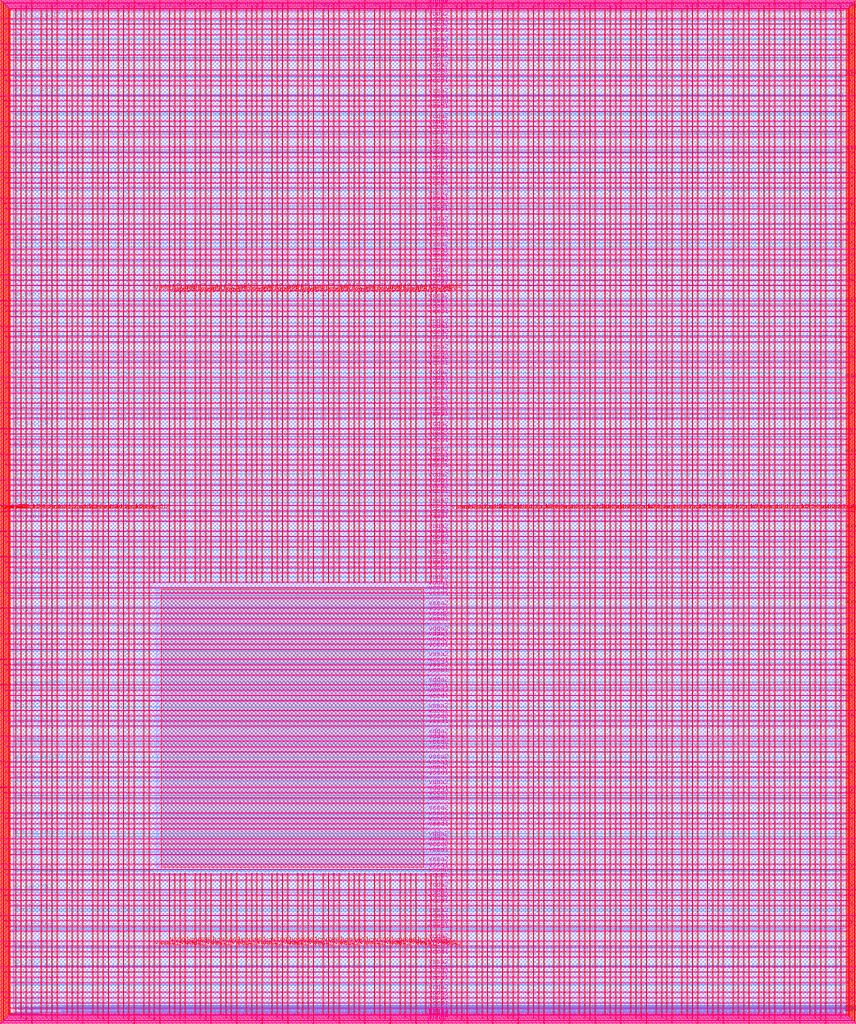
<source format=lef>
VERSION 5.7 ;
  NOWIREEXTENSIONATPIN ON ;
  DIVIDERCHAR "/" ;
  BUSBITCHARS "[]" ;
MACRO user_project_wrapper
  CLASS BLOCK ;
  FOREIGN user_project_wrapper ;
  ORIGIN 0.000 0.000 ;
  SIZE 2920.000 BY 3520.000 ;
  PIN analog_io[0]
    DIRECTION INOUT ;
    USE SIGNAL ;
    PORT
      LAYER met3 ;
        RECT 2917.600 1426.380 2924.800 1427.580 ;
    END
  END analog_io[0]
  PIN analog_io[10]
    DIRECTION INOUT ;
    USE SIGNAL ;
    PORT
      LAYER met2 ;
        RECT 2230.490 3517.600 2231.050 3524.800 ;
    END
  END analog_io[10]
  PIN analog_io[11]
    DIRECTION INOUT ;
    USE SIGNAL ;
    PORT
      LAYER met2 ;
        RECT 1905.730 3517.600 1906.290 3524.800 ;
    END
  END analog_io[11]
  PIN analog_io[12]
    DIRECTION INOUT ;
    USE SIGNAL ;
    PORT
      LAYER met2 ;
        RECT 1581.430 3517.600 1581.990 3524.800 ;
    END
  END analog_io[12]
  PIN analog_io[13]
    DIRECTION INOUT ;
    USE SIGNAL ;
    PORT
      LAYER met2 ;
        RECT 1257.130 3517.600 1257.690 3524.800 ;
    END
  END analog_io[13]
  PIN analog_io[14]
    DIRECTION INOUT ;
    USE SIGNAL ;
    PORT
      LAYER met2 ;
        RECT 932.370 3517.600 932.930 3524.800 ;
    END
  END analog_io[14]
  PIN analog_io[15]
    DIRECTION INOUT ;
    USE SIGNAL ;
    PORT
      LAYER met2 ;
        RECT 608.070 3517.600 608.630 3524.800 ;
    END
  END analog_io[15]
  PIN analog_io[16]
    DIRECTION INOUT ;
    USE SIGNAL ;
    PORT
      LAYER met2 ;
        RECT 283.770 3517.600 284.330 3524.800 ;
    END
  END analog_io[16]
  PIN analog_io[17]
    DIRECTION INOUT ;
    USE SIGNAL ;
    PORT
      LAYER met3 ;
        RECT -4.800 3486.100 2.400 3487.300 ;
    END
  END analog_io[17]
  PIN analog_io[18]
    DIRECTION INOUT ;
    USE SIGNAL ;
    PORT
      LAYER met3 ;
        RECT -4.800 3224.980 2.400 3226.180 ;
    END
  END analog_io[18]
  PIN analog_io[19]
    DIRECTION INOUT ;
    USE SIGNAL ;
    PORT
      LAYER met3 ;
        RECT -4.800 2964.540 2.400 2965.740 ;
    END
  END analog_io[19]
  PIN analog_io[1]
    DIRECTION INOUT ;
    USE SIGNAL ;
    PORT
      LAYER met3 ;
        RECT 2917.600 1692.260 2924.800 1693.460 ;
    END
  END analog_io[1]
  PIN analog_io[20]
    DIRECTION INOUT ;
    USE SIGNAL ;
    PORT
      LAYER met3 ;
        RECT -4.800 2703.420 2.400 2704.620 ;
    END
  END analog_io[20]
  PIN analog_io[21]
    DIRECTION INOUT ;
    USE SIGNAL ;
    PORT
      LAYER met3 ;
        RECT -4.800 2442.980 2.400 2444.180 ;
    END
  END analog_io[21]
  PIN analog_io[22]
    DIRECTION INOUT ;
    USE SIGNAL ;
    PORT
      LAYER met3 ;
        RECT -4.800 2182.540 2.400 2183.740 ;
    END
  END analog_io[22]
  PIN analog_io[23]
    DIRECTION INOUT ;
    USE SIGNAL ;
    PORT
      LAYER met3 ;
        RECT -4.800 1921.420 2.400 1922.620 ;
    END
  END analog_io[23]
  PIN analog_io[24]
    DIRECTION INOUT ;
    USE SIGNAL ;
    PORT
      LAYER met3 ;
        RECT -4.800 1660.980 2.400 1662.180 ;
    END
  END analog_io[24]
  PIN analog_io[25]
    DIRECTION INOUT ;
    USE SIGNAL ;
    PORT
      LAYER met3 ;
        RECT -4.800 1399.860 2.400 1401.060 ;
    END
  END analog_io[25]
  PIN analog_io[26]
    DIRECTION INOUT ;
    USE SIGNAL ;
    PORT
      LAYER met3 ;
        RECT -4.800 1139.420 2.400 1140.620 ;
    END
  END analog_io[26]
  PIN analog_io[27]
    DIRECTION INOUT ;
    USE SIGNAL ;
    PORT
      LAYER met3 ;
        RECT -4.800 878.980 2.400 880.180 ;
    END
  END analog_io[27]
  PIN analog_io[28]
    DIRECTION INOUT ;
    USE SIGNAL ;
    PORT
      LAYER met3 ;
        RECT -4.800 617.860 2.400 619.060 ;
    END
  END analog_io[28]
  PIN analog_io[2]
    DIRECTION INOUT ;
    USE SIGNAL ;
    PORT
      LAYER met3 ;
        RECT 2917.600 1958.140 2924.800 1959.340 ;
    END
  END analog_io[2]
  PIN analog_io[3]
    DIRECTION INOUT ;
    USE SIGNAL ;
    PORT
      LAYER met3 ;
        RECT 2917.600 2223.340 2924.800 2224.540 ;
    END
  END analog_io[3]
  PIN analog_io[4]
    DIRECTION INOUT ;
    USE SIGNAL ;
    PORT
      LAYER met3 ;
        RECT 2917.600 2489.220 2924.800 2490.420 ;
    END
  END analog_io[4]
  PIN analog_io[5]
    DIRECTION INOUT ;
    USE SIGNAL ;
    PORT
      LAYER met3 ;
        RECT 2917.600 2755.100 2924.800 2756.300 ;
    END
  END analog_io[5]
  PIN analog_io[6]
    DIRECTION INOUT ;
    USE SIGNAL ;
    PORT
      LAYER met3 ;
        RECT 2917.600 3020.300 2924.800 3021.500 ;
    END
  END analog_io[6]
  PIN analog_io[7]
    DIRECTION INOUT ;
    USE SIGNAL ;
    PORT
      LAYER met3 ;
        RECT 2917.600 3286.180 2924.800 3287.380 ;
    END
  END analog_io[7]
  PIN analog_io[8]
    DIRECTION INOUT ;
    USE SIGNAL ;
    PORT
      LAYER met2 ;
        RECT 2879.090 3517.600 2879.650 3524.800 ;
    END
  END analog_io[8]
  PIN analog_io[9]
    DIRECTION INOUT ;
    USE SIGNAL ;
    PORT
      LAYER met2 ;
        RECT 2554.790 3517.600 2555.350 3524.800 ;
    END
  END analog_io[9]
  PIN io_in[0]
    DIRECTION INPUT ;
    USE SIGNAL ;
    PORT
      LAYER met3 ;
        RECT 2917.600 32.380 2924.800 33.580 ;
    END
  END io_in[0]
  PIN io_in[10]
    DIRECTION INPUT ;
    USE SIGNAL ;
    PORT
      LAYER met3 ;
        RECT 2917.600 2289.980 2924.800 2291.180 ;
    END
  END io_in[10]
  PIN io_in[11]
    DIRECTION INPUT ;
    USE SIGNAL ;
    PORT
      LAYER met3 ;
        RECT 2917.600 2555.860 2924.800 2557.060 ;
    END
  END io_in[11]
  PIN io_in[12]
    DIRECTION INPUT ;
    USE SIGNAL ;
    PORT
      LAYER met3 ;
        RECT 2917.600 2821.060 2924.800 2822.260 ;
    END
  END io_in[12]
  PIN io_in[13]
    DIRECTION INPUT ;
    USE SIGNAL ;
    PORT
      LAYER met3 ;
        RECT 2917.600 3086.940 2924.800 3088.140 ;
    END
  END io_in[13]
  PIN io_in[14]
    DIRECTION INPUT ;
    USE SIGNAL ;
    PORT
      LAYER met3 ;
        RECT 2917.600 3352.820 2924.800 3354.020 ;
    END
  END io_in[14]
  PIN io_in[15]
    DIRECTION INPUT ;
    USE SIGNAL ;
    PORT
      LAYER met2 ;
        RECT 2798.130 3517.600 2798.690 3524.800 ;
    END
  END io_in[15]
  PIN io_in[16]
    DIRECTION INPUT ;
    USE SIGNAL ;
    PORT
      LAYER met2 ;
        RECT 2473.830 3517.600 2474.390 3524.800 ;
    END
  END io_in[16]
  PIN io_in[17]
    DIRECTION INPUT ;
    USE SIGNAL ;
    PORT
      LAYER met2 ;
        RECT 2149.070 3517.600 2149.630 3524.800 ;
    END
  END io_in[17]
  PIN io_in[18]
    DIRECTION INPUT ;
    USE SIGNAL ;
    PORT
      LAYER met2 ;
        RECT 1824.770 3517.600 1825.330 3524.800 ;
    END
  END io_in[18]
  PIN io_in[19]
    DIRECTION INPUT ;
    USE SIGNAL ;
    PORT
      LAYER met2 ;
        RECT 1500.470 3517.600 1501.030 3524.800 ;
    END
  END io_in[19]
  PIN io_in[1]
    DIRECTION INPUT ;
    USE SIGNAL ;
    PORT
      LAYER met3 ;
        RECT 2917.600 230.940 2924.800 232.140 ;
    END
  END io_in[1]
  PIN io_in[20]
    DIRECTION INPUT ;
    USE SIGNAL ;
    PORT
      LAYER met2 ;
        RECT 1175.710 3517.600 1176.270 3524.800 ;
    END
  END io_in[20]
  PIN io_in[21]
    DIRECTION INPUT ;
    USE SIGNAL ;
    PORT
      LAYER met2 ;
        RECT 851.410 3517.600 851.970 3524.800 ;
    END
  END io_in[21]
  PIN io_in[22]
    DIRECTION INPUT ;
    USE SIGNAL ;
    PORT
      LAYER met2 ;
        RECT 527.110 3517.600 527.670 3524.800 ;
    END
  END io_in[22]
  PIN io_in[23]
    DIRECTION INPUT ;
    USE SIGNAL ;
    PORT
      LAYER met2 ;
        RECT 202.350 3517.600 202.910 3524.800 ;
    END
  END io_in[23]
  PIN io_in[24]
    DIRECTION INPUT ;
    USE SIGNAL ;
    PORT
      LAYER met3 ;
        RECT -4.800 3420.820 2.400 3422.020 ;
    END
  END io_in[24]
  PIN io_in[25]
    DIRECTION INPUT ;
    USE SIGNAL ;
    PORT
      LAYER met3 ;
        RECT -4.800 3159.700 2.400 3160.900 ;
    END
  END io_in[25]
  PIN io_in[26]
    DIRECTION INPUT ;
    USE SIGNAL ;
    PORT
      LAYER met3 ;
        RECT -4.800 2899.260 2.400 2900.460 ;
    END
  END io_in[26]
  PIN io_in[27]
    DIRECTION INPUT ;
    USE SIGNAL ;
    PORT
      LAYER met3 ;
        RECT -4.800 2638.820 2.400 2640.020 ;
    END
  END io_in[27]
  PIN io_in[28]
    DIRECTION INPUT ;
    USE SIGNAL ;
    PORT
      LAYER met3 ;
        RECT -4.800 2377.700 2.400 2378.900 ;
    END
  END io_in[28]
  PIN io_in[29]
    DIRECTION INPUT ;
    USE SIGNAL ;
    PORT
      LAYER met3 ;
        RECT -4.800 2117.260 2.400 2118.460 ;
    END
  END io_in[29]
  PIN io_in[2]
    DIRECTION INPUT ;
    USE SIGNAL ;
    PORT
      LAYER met3 ;
        RECT 2917.600 430.180 2924.800 431.380 ;
    END
  END io_in[2]
  PIN io_in[30]
    DIRECTION INPUT ;
    USE SIGNAL ;
    PORT
      LAYER met3 ;
        RECT -4.800 1856.140 2.400 1857.340 ;
    END
  END io_in[30]
  PIN io_in[31]
    DIRECTION INPUT ;
    USE SIGNAL ;
    PORT
      LAYER met3 ;
        RECT -4.800 1595.700 2.400 1596.900 ;
    END
  END io_in[31]
  PIN io_in[32]
    DIRECTION INPUT ;
    USE SIGNAL ;
    PORT
      LAYER met3 ;
        RECT -4.800 1335.260 2.400 1336.460 ;
    END
  END io_in[32]
  PIN io_in[33]
    DIRECTION INPUT ;
    USE SIGNAL ;
    PORT
      LAYER met3 ;
        RECT -4.800 1074.140 2.400 1075.340 ;
    END
  END io_in[33]
  PIN io_in[34]
    DIRECTION INPUT ;
    USE SIGNAL ;
    PORT
      LAYER met3 ;
        RECT -4.800 813.700 2.400 814.900 ;
    END
  END io_in[34]
  PIN io_in[35]
    DIRECTION INPUT ;
    USE SIGNAL ;
    PORT
      LAYER met3 ;
        RECT -4.800 552.580 2.400 553.780 ;
    END
  END io_in[35]
  PIN io_in[36]
    DIRECTION INPUT ;
    USE SIGNAL ;
    PORT
      LAYER met3 ;
        RECT -4.800 357.420 2.400 358.620 ;
    END
  END io_in[36]
  PIN io_in[37]
    DIRECTION INPUT ;
    USE SIGNAL ;
    PORT
      LAYER met3 ;
        RECT -4.800 161.580 2.400 162.780 ;
    END
  END io_in[37]
  PIN io_in[3]
    DIRECTION INPUT ;
    USE SIGNAL ;
    PORT
      LAYER met3 ;
        RECT 2917.600 629.420 2924.800 630.620 ;
    END
  END io_in[3]
  PIN io_in[4]
    DIRECTION INPUT ;
    USE SIGNAL ;
    PORT
      LAYER met3 ;
        RECT 2917.600 828.660 2924.800 829.860 ;
    END
  END io_in[4]
  PIN io_in[5]
    DIRECTION INPUT ;
    USE SIGNAL ;
    PORT
      LAYER met3 ;
        RECT 2917.600 1027.900 2924.800 1029.100 ;
    END
  END io_in[5]
  PIN io_in[6]
    DIRECTION INPUT ;
    USE SIGNAL ;
    PORT
      LAYER met3 ;
        RECT 2917.600 1227.140 2924.800 1228.340 ;
    END
  END io_in[6]
  PIN io_in[7]
    DIRECTION INPUT ;
    USE SIGNAL ;
    PORT
      LAYER met3 ;
        RECT 2917.600 1493.020 2924.800 1494.220 ;
    END
  END io_in[7]
  PIN io_in[8]
    DIRECTION INPUT ;
    USE SIGNAL ;
    PORT
      LAYER met3 ;
        RECT 2917.600 1758.900 2924.800 1760.100 ;
    END
  END io_in[8]
  PIN io_in[9]
    DIRECTION INPUT ;
    USE SIGNAL ;
    PORT
      LAYER met3 ;
        RECT 2917.600 2024.100 2924.800 2025.300 ;
    END
  END io_in[9]
  PIN io_oeb[0]
    DIRECTION OUTPUT TRISTATE ;
    USE SIGNAL ;
    PORT
      LAYER met3 ;
        RECT 2917.600 164.980 2924.800 166.180 ;
    END
  END io_oeb[0]
  PIN io_oeb[10]
    DIRECTION OUTPUT TRISTATE ;
    USE SIGNAL ;
    PORT
      LAYER met3 ;
        RECT 2917.600 2422.580 2924.800 2423.780 ;
    END
  END io_oeb[10]
  PIN io_oeb[11]
    DIRECTION OUTPUT TRISTATE ;
    USE SIGNAL ;
    PORT
      LAYER met3 ;
        RECT 2917.600 2688.460 2924.800 2689.660 ;
    END
  END io_oeb[11]
  PIN io_oeb[12]
    DIRECTION OUTPUT TRISTATE ;
    USE SIGNAL ;
    PORT
      LAYER met3 ;
        RECT 2917.600 2954.340 2924.800 2955.540 ;
    END
  END io_oeb[12]
  PIN io_oeb[13]
    DIRECTION OUTPUT TRISTATE ;
    USE SIGNAL ;
    PORT
      LAYER met3 ;
        RECT 2917.600 3219.540 2924.800 3220.740 ;
    END
  END io_oeb[13]
  PIN io_oeb[14]
    DIRECTION OUTPUT TRISTATE ;
    USE SIGNAL ;
    PORT
      LAYER met3 ;
        RECT 2917.600 3485.420 2924.800 3486.620 ;
    END
  END io_oeb[14]
  PIN io_oeb[15]
    DIRECTION OUTPUT TRISTATE ;
    USE SIGNAL ;
    PORT
      LAYER met2 ;
        RECT 2635.750 3517.600 2636.310 3524.800 ;
    END
  END io_oeb[15]
  PIN io_oeb[16]
    DIRECTION OUTPUT TRISTATE ;
    USE SIGNAL ;
    PORT
      LAYER met2 ;
        RECT 2311.450 3517.600 2312.010 3524.800 ;
    END
  END io_oeb[16]
  PIN io_oeb[17]
    DIRECTION OUTPUT TRISTATE ;
    USE SIGNAL ;
    PORT
      LAYER met2 ;
        RECT 1987.150 3517.600 1987.710 3524.800 ;
    END
  END io_oeb[17]
  PIN io_oeb[18]
    DIRECTION OUTPUT TRISTATE ;
    USE SIGNAL ;
    PORT
      LAYER met2 ;
        RECT 1662.390 3517.600 1662.950 3524.800 ;
    END
  END io_oeb[18]
  PIN io_oeb[19]
    DIRECTION OUTPUT TRISTATE ;
    USE SIGNAL ;
    PORT
      LAYER met2 ;
        RECT 1338.090 3517.600 1338.650 3524.800 ;
    END
  END io_oeb[19]
  PIN io_oeb[1]
    DIRECTION OUTPUT TRISTATE ;
    USE SIGNAL ;
    PORT
      LAYER met3 ;
        RECT 2917.600 364.220 2924.800 365.420 ;
    END
  END io_oeb[1]
  PIN io_oeb[20]
    DIRECTION OUTPUT TRISTATE ;
    USE SIGNAL ;
    PORT
      LAYER met2 ;
        RECT 1013.790 3517.600 1014.350 3524.800 ;
    END
  END io_oeb[20]
  PIN io_oeb[21]
    DIRECTION OUTPUT TRISTATE ;
    USE SIGNAL ;
    PORT
      LAYER met2 ;
        RECT 689.030 3517.600 689.590 3524.800 ;
    END
  END io_oeb[21]
  PIN io_oeb[22]
    DIRECTION OUTPUT TRISTATE ;
    USE SIGNAL ;
    PORT
      LAYER met2 ;
        RECT 364.730 3517.600 365.290 3524.800 ;
    END
  END io_oeb[22]
  PIN io_oeb[23]
    DIRECTION OUTPUT TRISTATE ;
    USE SIGNAL ;
    PORT
      LAYER met2 ;
        RECT 40.430 3517.600 40.990 3524.800 ;
    END
  END io_oeb[23]
  PIN io_oeb[24]
    DIRECTION OUTPUT TRISTATE ;
    USE SIGNAL ;
    PORT
      LAYER met3 ;
        RECT -4.800 3290.260 2.400 3291.460 ;
    END
  END io_oeb[24]
  PIN io_oeb[25]
    DIRECTION OUTPUT TRISTATE ;
    USE SIGNAL ;
    PORT
      LAYER met3 ;
        RECT -4.800 3029.820 2.400 3031.020 ;
    END
  END io_oeb[25]
  PIN io_oeb[26]
    DIRECTION OUTPUT TRISTATE ;
    USE SIGNAL ;
    PORT
      LAYER met3 ;
        RECT -4.800 2768.700 2.400 2769.900 ;
    END
  END io_oeb[26]
  PIN io_oeb[27]
    DIRECTION OUTPUT TRISTATE ;
    USE SIGNAL ;
    PORT
      LAYER met3 ;
        RECT -4.800 2508.260 2.400 2509.460 ;
    END
  END io_oeb[27]
  PIN io_oeb[28]
    DIRECTION OUTPUT TRISTATE ;
    USE SIGNAL ;
    PORT
      LAYER met3 ;
        RECT -4.800 2247.140 2.400 2248.340 ;
    END
  END io_oeb[28]
  PIN io_oeb[29]
    DIRECTION OUTPUT TRISTATE ;
    USE SIGNAL ;
    PORT
      LAYER met3 ;
        RECT -4.800 1986.700 2.400 1987.900 ;
    END
  END io_oeb[29]
  PIN io_oeb[2]
    DIRECTION OUTPUT TRISTATE ;
    USE SIGNAL ;
    PORT
      LAYER met3 ;
        RECT 2917.600 563.460 2924.800 564.660 ;
    END
  END io_oeb[2]
  PIN io_oeb[30]
    DIRECTION OUTPUT TRISTATE ;
    USE SIGNAL ;
    PORT
      LAYER met3 ;
        RECT -4.800 1726.260 2.400 1727.460 ;
    END
  END io_oeb[30]
  PIN io_oeb[31]
    DIRECTION OUTPUT TRISTATE ;
    USE SIGNAL ;
    PORT
      LAYER met3 ;
        RECT -4.800 1465.140 2.400 1466.340 ;
    END
  END io_oeb[31]
  PIN io_oeb[32]
    DIRECTION OUTPUT TRISTATE ;
    USE SIGNAL ;
    PORT
      LAYER met3 ;
        RECT -4.800 1204.700 2.400 1205.900 ;
    END
  END io_oeb[32]
  PIN io_oeb[33]
    DIRECTION OUTPUT TRISTATE ;
    USE SIGNAL ;
    PORT
      LAYER met3 ;
        RECT -4.800 943.580 2.400 944.780 ;
    END
  END io_oeb[33]
  PIN io_oeb[34]
    DIRECTION OUTPUT TRISTATE ;
    USE SIGNAL ;
    PORT
      LAYER met3 ;
        RECT -4.800 683.140 2.400 684.340 ;
    END
  END io_oeb[34]
  PIN io_oeb[35]
    DIRECTION OUTPUT TRISTATE ;
    USE SIGNAL ;
    PORT
      LAYER met3 ;
        RECT -4.800 422.700 2.400 423.900 ;
    END
  END io_oeb[35]
  PIN io_oeb[36]
    DIRECTION OUTPUT TRISTATE ;
    USE SIGNAL ;
    PORT
      LAYER met3 ;
        RECT -4.800 226.860 2.400 228.060 ;
    END
  END io_oeb[36]
  PIN io_oeb[37]
    DIRECTION OUTPUT TRISTATE ;
    USE SIGNAL ;
    PORT
      LAYER met3 ;
        RECT -4.800 31.700 2.400 32.900 ;
    END
  END io_oeb[37]
  PIN io_oeb[3]
    DIRECTION OUTPUT TRISTATE ;
    USE SIGNAL ;
    PORT
      LAYER met3 ;
        RECT 2917.600 762.700 2924.800 763.900 ;
    END
  END io_oeb[3]
  PIN io_oeb[4]
    DIRECTION OUTPUT TRISTATE ;
    USE SIGNAL ;
    PORT
      LAYER met3 ;
        RECT 2917.600 961.940 2924.800 963.140 ;
    END
  END io_oeb[4]
  PIN io_oeb[5]
    DIRECTION OUTPUT TRISTATE ;
    USE SIGNAL ;
    PORT
      LAYER met3 ;
        RECT 2917.600 1161.180 2924.800 1162.380 ;
    END
  END io_oeb[5]
  PIN io_oeb[6]
    DIRECTION OUTPUT TRISTATE ;
    USE SIGNAL ;
    PORT
      LAYER met3 ;
        RECT 2917.600 1360.420 2924.800 1361.620 ;
    END
  END io_oeb[6]
  PIN io_oeb[7]
    DIRECTION OUTPUT TRISTATE ;
    USE SIGNAL ;
    PORT
      LAYER met3 ;
        RECT 2917.600 1625.620 2924.800 1626.820 ;
    END
  END io_oeb[7]
  PIN io_oeb[8]
    DIRECTION OUTPUT TRISTATE ;
    USE SIGNAL ;
    PORT
      LAYER met3 ;
        RECT 2917.600 1891.500 2924.800 1892.700 ;
    END
  END io_oeb[8]
  PIN io_oeb[9]
    DIRECTION OUTPUT TRISTATE ;
    USE SIGNAL ;
    PORT
      LAYER met3 ;
        RECT 2917.600 2157.380 2924.800 2158.580 ;
    END
  END io_oeb[9]
  PIN io_out[0]
    DIRECTION OUTPUT TRISTATE ;
    USE SIGNAL ;
    PORT
      LAYER met3 ;
        RECT 2917.600 98.340 2924.800 99.540 ;
    END
  END io_out[0]
  PIN io_out[10]
    DIRECTION OUTPUT TRISTATE ;
    USE SIGNAL ;
    PORT
      LAYER met3 ;
        RECT 2917.600 2356.620 2924.800 2357.820 ;
    END
  END io_out[10]
  PIN io_out[11]
    DIRECTION OUTPUT TRISTATE ;
    USE SIGNAL ;
    PORT
      LAYER met3 ;
        RECT 2917.600 2621.820 2924.800 2623.020 ;
    END
  END io_out[11]
  PIN io_out[12]
    DIRECTION OUTPUT TRISTATE ;
    USE SIGNAL ;
    PORT
      LAYER met3 ;
        RECT 2917.600 2887.700 2924.800 2888.900 ;
    END
  END io_out[12]
  PIN io_out[13]
    DIRECTION OUTPUT TRISTATE ;
    USE SIGNAL ;
    PORT
      LAYER met3 ;
        RECT 2917.600 3153.580 2924.800 3154.780 ;
    END
  END io_out[13]
  PIN io_out[14]
    DIRECTION OUTPUT TRISTATE ;
    USE SIGNAL ;
    PORT
      LAYER met3 ;
        RECT 2917.600 3418.780 2924.800 3419.980 ;
    END
  END io_out[14]
  PIN io_out[15]
    DIRECTION OUTPUT TRISTATE ;
    USE SIGNAL ;
    PORT
      LAYER met2 ;
        RECT 2717.170 3517.600 2717.730 3524.800 ;
    END
  END io_out[15]
  PIN io_out[16]
    DIRECTION OUTPUT TRISTATE ;
    USE SIGNAL ;
    PORT
      LAYER met2 ;
        RECT 2392.410 3517.600 2392.970 3524.800 ;
    END
  END io_out[16]
  PIN io_out[17]
    DIRECTION OUTPUT TRISTATE ;
    USE SIGNAL ;
    PORT
      LAYER met2 ;
        RECT 2068.110 3517.600 2068.670 3524.800 ;
    END
  END io_out[17]
  PIN io_out[18]
    DIRECTION OUTPUT TRISTATE ;
    USE SIGNAL ;
    PORT
      LAYER met2 ;
        RECT 1743.810 3517.600 1744.370 3524.800 ;
    END
  END io_out[18]
  PIN io_out[19]
    DIRECTION OUTPUT TRISTATE ;
    USE SIGNAL ;
    PORT
      LAYER met2 ;
        RECT 1419.050 3517.600 1419.610 3524.800 ;
    END
  END io_out[19]
  PIN io_out[1]
    DIRECTION OUTPUT TRISTATE ;
    USE SIGNAL ;
    PORT
      LAYER met3 ;
        RECT 2917.600 297.580 2924.800 298.780 ;
    END
  END io_out[1]
  PIN io_out[20]
    DIRECTION OUTPUT TRISTATE ;
    USE SIGNAL ;
    PORT
      LAYER met2 ;
        RECT 1094.750 3517.600 1095.310 3524.800 ;
    END
  END io_out[20]
  PIN io_out[21]
    DIRECTION OUTPUT TRISTATE ;
    USE SIGNAL ;
    PORT
      LAYER met2 ;
        RECT 770.450 3517.600 771.010 3524.800 ;
    END
  END io_out[21]
  PIN io_out[22]
    DIRECTION OUTPUT TRISTATE ;
    USE SIGNAL ;
    PORT
      LAYER met2 ;
        RECT 445.690 3517.600 446.250 3524.800 ;
    END
  END io_out[22]
  PIN io_out[23]
    DIRECTION OUTPUT TRISTATE ;
    USE SIGNAL ;
    PORT
      LAYER met2 ;
        RECT 121.390 3517.600 121.950 3524.800 ;
    END
  END io_out[23]
  PIN io_out[24]
    DIRECTION OUTPUT TRISTATE ;
    USE SIGNAL ;
    PORT
      LAYER met3 ;
        RECT -4.800 3355.540 2.400 3356.740 ;
    END
  END io_out[24]
  PIN io_out[25]
    DIRECTION OUTPUT TRISTATE ;
    USE SIGNAL ;
    PORT
      LAYER met3 ;
        RECT -4.800 3095.100 2.400 3096.300 ;
    END
  END io_out[25]
  PIN io_out[26]
    DIRECTION OUTPUT TRISTATE ;
    USE SIGNAL ;
    PORT
      LAYER met3 ;
        RECT -4.800 2833.980 2.400 2835.180 ;
    END
  END io_out[26]
  PIN io_out[27]
    DIRECTION OUTPUT TRISTATE ;
    USE SIGNAL ;
    PORT
      LAYER met3 ;
        RECT -4.800 2573.540 2.400 2574.740 ;
    END
  END io_out[27]
  PIN io_out[28]
    DIRECTION OUTPUT TRISTATE ;
    USE SIGNAL ;
    PORT
      LAYER met3 ;
        RECT -4.800 2312.420 2.400 2313.620 ;
    END
  END io_out[28]
  PIN io_out[29]
    DIRECTION OUTPUT TRISTATE ;
    USE SIGNAL ;
    PORT
      LAYER met3 ;
        RECT -4.800 2051.980 2.400 2053.180 ;
    END
  END io_out[29]
  PIN io_out[2]
    DIRECTION OUTPUT TRISTATE ;
    USE SIGNAL ;
    PORT
      LAYER met3 ;
        RECT 2917.600 496.820 2924.800 498.020 ;
    END
  END io_out[2]
  PIN io_out[30]
    DIRECTION OUTPUT TRISTATE ;
    USE SIGNAL ;
    PORT
      LAYER met3 ;
        RECT -4.800 1791.540 2.400 1792.740 ;
    END
  END io_out[30]
  PIN io_out[31]
    DIRECTION OUTPUT TRISTATE ;
    USE SIGNAL ;
    PORT
      LAYER met3 ;
        RECT -4.800 1530.420 2.400 1531.620 ;
    END
  END io_out[31]
  PIN io_out[32]
    DIRECTION OUTPUT TRISTATE ;
    USE SIGNAL ;
    PORT
      LAYER met3 ;
        RECT -4.800 1269.980 2.400 1271.180 ;
    END
  END io_out[32]
  PIN io_out[33]
    DIRECTION OUTPUT TRISTATE ;
    USE SIGNAL ;
    PORT
      LAYER met3 ;
        RECT -4.800 1008.860 2.400 1010.060 ;
    END
  END io_out[33]
  PIN io_out[34]
    DIRECTION OUTPUT TRISTATE ;
    USE SIGNAL ;
    PORT
      LAYER met3 ;
        RECT -4.800 748.420 2.400 749.620 ;
    END
  END io_out[34]
  PIN io_out[35]
    DIRECTION OUTPUT TRISTATE ;
    USE SIGNAL ;
    PORT
      LAYER met3 ;
        RECT -4.800 487.300 2.400 488.500 ;
    END
  END io_out[35]
  PIN io_out[36]
    DIRECTION OUTPUT TRISTATE ;
    USE SIGNAL ;
    PORT
      LAYER met3 ;
        RECT -4.800 292.140 2.400 293.340 ;
    END
  END io_out[36]
  PIN io_out[37]
    DIRECTION OUTPUT TRISTATE ;
    USE SIGNAL ;
    PORT
      LAYER met3 ;
        RECT -4.800 96.300 2.400 97.500 ;
    END
  END io_out[37]
  PIN io_out[3]
    DIRECTION OUTPUT TRISTATE ;
    USE SIGNAL ;
    PORT
      LAYER met3 ;
        RECT 2917.600 696.060 2924.800 697.260 ;
    END
  END io_out[3]
  PIN io_out[4]
    DIRECTION OUTPUT TRISTATE ;
    USE SIGNAL ;
    PORT
      LAYER met3 ;
        RECT 2917.600 895.300 2924.800 896.500 ;
    END
  END io_out[4]
  PIN io_out[5]
    DIRECTION OUTPUT TRISTATE ;
    USE SIGNAL ;
    PORT
      LAYER met3 ;
        RECT 2917.600 1094.540 2924.800 1095.740 ;
    END
  END io_out[5]
  PIN io_out[6]
    DIRECTION OUTPUT TRISTATE ;
    USE SIGNAL ;
    PORT
      LAYER met3 ;
        RECT 2917.600 1293.780 2924.800 1294.980 ;
    END
  END io_out[6]
  PIN io_out[7]
    DIRECTION OUTPUT TRISTATE ;
    USE SIGNAL ;
    PORT
      LAYER met3 ;
        RECT 2917.600 1559.660 2924.800 1560.860 ;
    END
  END io_out[7]
  PIN io_out[8]
    DIRECTION OUTPUT TRISTATE ;
    USE SIGNAL ;
    PORT
      LAYER met3 ;
        RECT 2917.600 1824.860 2924.800 1826.060 ;
    END
  END io_out[8]
  PIN io_out[9]
    DIRECTION OUTPUT TRISTATE ;
    USE SIGNAL ;
    PORT
      LAYER met3 ;
        RECT 2917.600 2090.740 2924.800 2091.940 ;
    END
  END io_out[9]
  PIN la_data_in[0]
    DIRECTION INPUT ;
    USE SIGNAL ;
    PORT
      LAYER met2 ;
        RECT 629.230 -4.800 629.790 2.400 ;
    END
  END la_data_in[0]
  PIN la_data_in[100]
    DIRECTION INPUT ;
    USE SIGNAL ;
    PORT
      LAYER met2 ;
        RECT 2402.530 -4.800 2403.090 2.400 ;
    END
  END la_data_in[100]
  PIN la_data_in[101]
    DIRECTION INPUT ;
    USE SIGNAL ;
    PORT
      LAYER met2 ;
        RECT 2420.010 -4.800 2420.570 2.400 ;
    END
  END la_data_in[101]
  PIN la_data_in[102]
    DIRECTION INPUT ;
    USE SIGNAL ;
    PORT
      LAYER met2 ;
        RECT 2437.950 -4.800 2438.510 2.400 ;
    END
  END la_data_in[102]
  PIN la_data_in[103]
    DIRECTION INPUT ;
    USE SIGNAL ;
    PORT
      LAYER met2 ;
        RECT 2455.430 -4.800 2455.990 2.400 ;
    END
  END la_data_in[103]
  PIN la_data_in[104]
    DIRECTION INPUT ;
    USE SIGNAL ;
    PORT
      LAYER met2 ;
        RECT 2473.370 -4.800 2473.930 2.400 ;
    END
  END la_data_in[104]
  PIN la_data_in[105]
    DIRECTION INPUT ;
    USE SIGNAL ;
    PORT
      LAYER met2 ;
        RECT 2490.850 -4.800 2491.410 2.400 ;
    END
  END la_data_in[105]
  PIN la_data_in[106]
    DIRECTION INPUT ;
    USE SIGNAL ;
    PORT
      LAYER met2 ;
        RECT 2508.790 -4.800 2509.350 2.400 ;
    END
  END la_data_in[106]
  PIN la_data_in[107]
    DIRECTION INPUT ;
    USE SIGNAL ;
    PORT
      LAYER met2 ;
        RECT 2526.730 -4.800 2527.290 2.400 ;
    END
  END la_data_in[107]
  PIN la_data_in[108]
    DIRECTION INPUT ;
    USE SIGNAL ;
    PORT
      LAYER met2 ;
        RECT 2544.210 -4.800 2544.770 2.400 ;
    END
  END la_data_in[108]
  PIN la_data_in[109]
    DIRECTION INPUT ;
    USE SIGNAL ;
    PORT
      LAYER met2 ;
        RECT 2562.150 -4.800 2562.710 2.400 ;
    END
  END la_data_in[109]
  PIN la_data_in[10]
    DIRECTION INPUT ;
    USE SIGNAL ;
    PORT
      LAYER met2 ;
        RECT 806.330 -4.800 806.890 2.400 ;
    END
  END la_data_in[10]
  PIN la_data_in[110]
    DIRECTION INPUT ;
    USE SIGNAL ;
    PORT
      LAYER met2 ;
        RECT 2579.630 -4.800 2580.190 2.400 ;
    END
  END la_data_in[110]
  PIN la_data_in[111]
    DIRECTION INPUT ;
    USE SIGNAL ;
    PORT
      LAYER met2 ;
        RECT 2597.570 -4.800 2598.130 2.400 ;
    END
  END la_data_in[111]
  PIN la_data_in[112]
    DIRECTION INPUT ;
    USE SIGNAL ;
    PORT
      LAYER met2 ;
        RECT 2615.050 -4.800 2615.610 2.400 ;
    END
  END la_data_in[112]
  PIN la_data_in[113]
    DIRECTION INPUT ;
    USE SIGNAL ;
    PORT
      LAYER met2 ;
        RECT 2632.990 -4.800 2633.550 2.400 ;
    END
  END la_data_in[113]
  PIN la_data_in[114]
    DIRECTION INPUT ;
    USE SIGNAL ;
    PORT
      LAYER met2 ;
        RECT 2650.470 -4.800 2651.030 2.400 ;
    END
  END la_data_in[114]
  PIN la_data_in[115]
    DIRECTION INPUT ;
    USE SIGNAL ;
    PORT
      LAYER met2 ;
        RECT 2668.410 -4.800 2668.970 2.400 ;
    END
  END la_data_in[115]
  PIN la_data_in[116]
    DIRECTION INPUT ;
    USE SIGNAL ;
    PORT
      LAYER met2 ;
        RECT 2685.890 -4.800 2686.450 2.400 ;
    END
  END la_data_in[116]
  PIN la_data_in[117]
    DIRECTION INPUT ;
    USE SIGNAL ;
    PORT
      LAYER met2 ;
        RECT 2703.830 -4.800 2704.390 2.400 ;
    END
  END la_data_in[117]
  PIN la_data_in[118]
    DIRECTION INPUT ;
    USE SIGNAL ;
    PORT
      LAYER met2 ;
        RECT 2721.770 -4.800 2722.330 2.400 ;
    END
  END la_data_in[118]
  PIN la_data_in[119]
    DIRECTION INPUT ;
    USE SIGNAL ;
    PORT
      LAYER met2 ;
        RECT 2739.250 -4.800 2739.810 2.400 ;
    END
  END la_data_in[119]
  PIN la_data_in[11]
    DIRECTION INPUT ;
    USE SIGNAL ;
    PORT
      LAYER met2 ;
        RECT 824.270 -4.800 824.830 2.400 ;
    END
  END la_data_in[11]
  PIN la_data_in[120]
    DIRECTION INPUT ;
    USE SIGNAL ;
    PORT
      LAYER met2 ;
        RECT 2757.190 -4.800 2757.750 2.400 ;
    END
  END la_data_in[120]
  PIN la_data_in[121]
    DIRECTION INPUT ;
    USE SIGNAL ;
    PORT
      LAYER met2 ;
        RECT 2774.670 -4.800 2775.230 2.400 ;
    END
  END la_data_in[121]
  PIN la_data_in[122]
    DIRECTION INPUT ;
    USE SIGNAL ;
    PORT
      LAYER met2 ;
        RECT 2792.610 -4.800 2793.170 2.400 ;
    END
  END la_data_in[122]
  PIN la_data_in[123]
    DIRECTION INPUT ;
    USE SIGNAL ;
    PORT
      LAYER met2 ;
        RECT 2810.090 -4.800 2810.650 2.400 ;
    END
  END la_data_in[123]
  PIN la_data_in[124]
    DIRECTION INPUT ;
    USE SIGNAL ;
    PORT
      LAYER met2 ;
        RECT 2828.030 -4.800 2828.590 2.400 ;
    END
  END la_data_in[124]
  PIN la_data_in[125]
    DIRECTION INPUT ;
    USE SIGNAL ;
    PORT
      LAYER met2 ;
        RECT 2845.510 -4.800 2846.070 2.400 ;
    END
  END la_data_in[125]
  PIN la_data_in[126]
    DIRECTION INPUT ;
    USE SIGNAL ;
    PORT
      LAYER met2 ;
        RECT 2863.450 -4.800 2864.010 2.400 ;
    END
  END la_data_in[126]
  PIN la_data_in[127]
    DIRECTION INPUT ;
    USE SIGNAL ;
    PORT
      LAYER met2 ;
        RECT 2881.390 -4.800 2881.950 2.400 ;
    END
  END la_data_in[127]
  PIN la_data_in[12]
    DIRECTION INPUT ;
    USE SIGNAL ;
    PORT
      LAYER met2 ;
        RECT 841.750 -4.800 842.310 2.400 ;
    END
  END la_data_in[12]
  PIN la_data_in[13]
    DIRECTION INPUT ;
    USE SIGNAL ;
    PORT
      LAYER met2 ;
        RECT 859.690 -4.800 860.250 2.400 ;
    END
  END la_data_in[13]
  PIN la_data_in[14]
    DIRECTION INPUT ;
    USE SIGNAL ;
    PORT
      LAYER met2 ;
        RECT 877.170 -4.800 877.730 2.400 ;
    END
  END la_data_in[14]
  PIN la_data_in[15]
    DIRECTION INPUT ;
    USE SIGNAL ;
    PORT
      LAYER met2 ;
        RECT 895.110 -4.800 895.670 2.400 ;
    END
  END la_data_in[15]
  PIN la_data_in[16]
    DIRECTION INPUT ;
    USE SIGNAL ;
    PORT
      LAYER met2 ;
        RECT 912.590 -4.800 913.150 2.400 ;
    END
  END la_data_in[16]
  PIN la_data_in[17]
    DIRECTION INPUT ;
    USE SIGNAL ;
    PORT
      LAYER met2 ;
        RECT 930.530 -4.800 931.090 2.400 ;
    END
  END la_data_in[17]
  PIN la_data_in[18]
    DIRECTION INPUT ;
    USE SIGNAL ;
    PORT
      LAYER met2 ;
        RECT 948.470 -4.800 949.030 2.400 ;
    END
  END la_data_in[18]
  PIN la_data_in[19]
    DIRECTION INPUT ;
    USE SIGNAL ;
    PORT
      LAYER met2 ;
        RECT 965.950 -4.800 966.510 2.400 ;
    END
  END la_data_in[19]
  PIN la_data_in[1]
    DIRECTION INPUT ;
    USE SIGNAL ;
    PORT
      LAYER met2 ;
        RECT 646.710 -4.800 647.270 2.400 ;
    END
  END la_data_in[1]
  PIN la_data_in[20]
    DIRECTION INPUT ;
    USE SIGNAL ;
    PORT
      LAYER met2 ;
        RECT 983.890 -4.800 984.450 2.400 ;
    END
  END la_data_in[20]
  PIN la_data_in[21]
    DIRECTION INPUT ;
    USE SIGNAL ;
    PORT
      LAYER met2 ;
        RECT 1001.370 -4.800 1001.930 2.400 ;
    END
  END la_data_in[21]
  PIN la_data_in[22]
    DIRECTION INPUT ;
    USE SIGNAL ;
    PORT
      LAYER met2 ;
        RECT 1019.310 -4.800 1019.870 2.400 ;
    END
  END la_data_in[22]
  PIN la_data_in[23]
    DIRECTION INPUT ;
    USE SIGNAL ;
    PORT
      LAYER met2 ;
        RECT 1036.790 -4.800 1037.350 2.400 ;
    END
  END la_data_in[23]
  PIN la_data_in[24]
    DIRECTION INPUT ;
    USE SIGNAL ;
    PORT
      LAYER met2 ;
        RECT 1054.730 -4.800 1055.290 2.400 ;
    END
  END la_data_in[24]
  PIN la_data_in[25]
    DIRECTION INPUT ;
    USE SIGNAL ;
    PORT
      LAYER met2 ;
        RECT 1072.210 -4.800 1072.770 2.400 ;
    END
  END la_data_in[25]
  PIN la_data_in[26]
    DIRECTION INPUT ;
    USE SIGNAL ;
    PORT
      LAYER met2 ;
        RECT 1090.150 -4.800 1090.710 2.400 ;
    END
  END la_data_in[26]
  PIN la_data_in[27]
    DIRECTION INPUT ;
    USE SIGNAL ;
    PORT
      LAYER met2 ;
        RECT 1107.630 -4.800 1108.190 2.400 ;
    END
  END la_data_in[27]
  PIN la_data_in[28]
    DIRECTION INPUT ;
    USE SIGNAL ;
    PORT
      LAYER met2 ;
        RECT 1125.570 -4.800 1126.130 2.400 ;
    END
  END la_data_in[28]
  PIN la_data_in[29]
    DIRECTION INPUT ;
    USE SIGNAL ;
    PORT
      LAYER met2 ;
        RECT 1143.510 -4.800 1144.070 2.400 ;
    END
  END la_data_in[29]
  PIN la_data_in[2]
    DIRECTION INPUT ;
    USE SIGNAL ;
    PORT
      LAYER met2 ;
        RECT 664.650 -4.800 665.210 2.400 ;
    END
  END la_data_in[2]
  PIN la_data_in[30]
    DIRECTION INPUT ;
    USE SIGNAL ;
    PORT
      LAYER met2 ;
        RECT 1160.990 -4.800 1161.550 2.400 ;
    END
  END la_data_in[30]
  PIN la_data_in[31]
    DIRECTION INPUT ;
    USE SIGNAL ;
    PORT
      LAYER met2 ;
        RECT 1178.930 -4.800 1179.490 2.400 ;
    END
  END la_data_in[31]
  PIN la_data_in[32]
    DIRECTION INPUT ;
    USE SIGNAL ;
    PORT
      LAYER met2 ;
        RECT 1196.410 -4.800 1196.970 2.400 ;
    END
  END la_data_in[32]
  PIN la_data_in[33]
    DIRECTION INPUT ;
    USE SIGNAL ;
    PORT
      LAYER met2 ;
        RECT 1214.350 -4.800 1214.910 2.400 ;
    END
  END la_data_in[33]
  PIN la_data_in[34]
    DIRECTION INPUT ;
    USE SIGNAL ;
    PORT
      LAYER met2 ;
        RECT 1231.830 -4.800 1232.390 2.400 ;
    END
  END la_data_in[34]
  PIN la_data_in[35]
    DIRECTION INPUT ;
    USE SIGNAL ;
    PORT
      LAYER met2 ;
        RECT 1249.770 -4.800 1250.330 2.400 ;
    END
  END la_data_in[35]
  PIN la_data_in[36]
    DIRECTION INPUT ;
    USE SIGNAL ;
    PORT
      LAYER met2 ;
        RECT 1267.250 -4.800 1267.810 2.400 ;
    END
  END la_data_in[36]
  PIN la_data_in[37]
    DIRECTION INPUT ;
    USE SIGNAL ;
    PORT
      LAYER met2 ;
        RECT 1285.190 -4.800 1285.750 2.400 ;
    END
  END la_data_in[37]
  PIN la_data_in[38]
    DIRECTION INPUT ;
    USE SIGNAL ;
    PORT
      LAYER met2 ;
        RECT 1303.130 -4.800 1303.690 2.400 ;
    END
  END la_data_in[38]
  PIN la_data_in[39]
    DIRECTION INPUT ;
    USE SIGNAL ;
    PORT
      LAYER met2 ;
        RECT 1320.610 -4.800 1321.170 2.400 ;
    END
  END la_data_in[39]
  PIN la_data_in[3]
    DIRECTION INPUT ;
    USE SIGNAL ;
    PORT
      LAYER met2 ;
        RECT 682.130 -4.800 682.690 2.400 ;
    END
  END la_data_in[3]
  PIN la_data_in[40]
    DIRECTION INPUT ;
    USE SIGNAL ;
    PORT
      LAYER met2 ;
        RECT 1338.550 -4.800 1339.110 2.400 ;
    END
  END la_data_in[40]
  PIN la_data_in[41]
    DIRECTION INPUT ;
    USE SIGNAL ;
    PORT
      LAYER met2 ;
        RECT 1356.030 -4.800 1356.590 2.400 ;
    END
  END la_data_in[41]
  PIN la_data_in[42]
    DIRECTION INPUT ;
    USE SIGNAL ;
    PORT
      LAYER met2 ;
        RECT 1373.970 -4.800 1374.530 2.400 ;
    END
  END la_data_in[42]
  PIN la_data_in[43]
    DIRECTION INPUT ;
    USE SIGNAL ;
    PORT
      LAYER met2 ;
        RECT 1391.450 -4.800 1392.010 2.400 ;
    END
  END la_data_in[43]
  PIN la_data_in[44]
    DIRECTION INPUT ;
    USE SIGNAL ;
    PORT
      LAYER met2 ;
        RECT 1409.390 -4.800 1409.950 2.400 ;
    END
  END la_data_in[44]
  PIN la_data_in[45]
    DIRECTION INPUT ;
    USE SIGNAL ;
    PORT
      LAYER met2 ;
        RECT 1426.870 -4.800 1427.430 2.400 ;
    END
  END la_data_in[45]
  PIN la_data_in[46]
    DIRECTION INPUT ;
    USE SIGNAL ;
    PORT
      LAYER met2 ;
        RECT 1444.810 -4.800 1445.370 2.400 ;
    END
  END la_data_in[46]
  PIN la_data_in[47]
    DIRECTION INPUT ;
    USE SIGNAL ;
    PORT
      LAYER met2 ;
        RECT 1462.750 -4.800 1463.310 2.400 ;
    END
  END la_data_in[47]
  PIN la_data_in[48]
    DIRECTION INPUT ;
    USE SIGNAL ;
    PORT
      LAYER met2 ;
        RECT 1480.230 -4.800 1480.790 2.400 ;
    END
  END la_data_in[48]
  PIN la_data_in[49]
    DIRECTION INPUT ;
    USE SIGNAL ;
    PORT
      LAYER met2 ;
        RECT 1498.170 -4.800 1498.730 2.400 ;
    END
  END la_data_in[49]
  PIN la_data_in[4]
    DIRECTION INPUT ;
    USE SIGNAL ;
    PORT
      LAYER met2 ;
        RECT 700.070 -4.800 700.630 2.400 ;
    END
  END la_data_in[4]
  PIN la_data_in[50]
    DIRECTION INPUT ;
    USE SIGNAL ;
    PORT
      LAYER met2 ;
        RECT 1515.650 -4.800 1516.210 2.400 ;
    END
  END la_data_in[50]
  PIN la_data_in[51]
    DIRECTION INPUT ;
    USE SIGNAL ;
    PORT
      LAYER met2 ;
        RECT 1533.590 -4.800 1534.150 2.400 ;
    END
  END la_data_in[51]
  PIN la_data_in[52]
    DIRECTION INPUT ;
    USE SIGNAL ;
    PORT
      LAYER met2 ;
        RECT 1551.070 -4.800 1551.630 2.400 ;
    END
  END la_data_in[52]
  PIN la_data_in[53]
    DIRECTION INPUT ;
    USE SIGNAL ;
    PORT
      LAYER met2 ;
        RECT 1569.010 -4.800 1569.570 2.400 ;
    END
  END la_data_in[53]
  PIN la_data_in[54]
    DIRECTION INPUT ;
    USE SIGNAL ;
    PORT
      LAYER met2 ;
        RECT 1586.490 -4.800 1587.050 2.400 ;
    END
  END la_data_in[54]
  PIN la_data_in[55]
    DIRECTION INPUT ;
    USE SIGNAL ;
    PORT
      LAYER met2 ;
        RECT 1604.430 -4.800 1604.990 2.400 ;
    END
  END la_data_in[55]
  PIN la_data_in[56]
    DIRECTION INPUT ;
    USE SIGNAL ;
    PORT
      LAYER met2 ;
        RECT 1621.910 -4.800 1622.470 2.400 ;
    END
  END la_data_in[56]
  PIN la_data_in[57]
    DIRECTION INPUT ;
    USE SIGNAL ;
    PORT
      LAYER met2 ;
        RECT 1639.850 -4.800 1640.410 2.400 ;
    END
  END la_data_in[57]
  PIN la_data_in[58]
    DIRECTION INPUT ;
    USE SIGNAL ;
    PORT
      LAYER met2 ;
        RECT 1657.790 -4.800 1658.350 2.400 ;
    END
  END la_data_in[58]
  PIN la_data_in[59]
    DIRECTION INPUT ;
    USE SIGNAL ;
    PORT
      LAYER met2 ;
        RECT 1675.270 -4.800 1675.830 2.400 ;
    END
  END la_data_in[59]
  PIN la_data_in[5]
    DIRECTION INPUT ;
    USE SIGNAL ;
    PORT
      LAYER met2 ;
        RECT 717.550 -4.800 718.110 2.400 ;
    END
  END la_data_in[5]
  PIN la_data_in[60]
    DIRECTION INPUT ;
    USE SIGNAL ;
    PORT
      LAYER met2 ;
        RECT 1693.210 -4.800 1693.770 2.400 ;
    END
  END la_data_in[60]
  PIN la_data_in[61]
    DIRECTION INPUT ;
    USE SIGNAL ;
    PORT
      LAYER met2 ;
        RECT 1710.690 -4.800 1711.250 2.400 ;
    END
  END la_data_in[61]
  PIN la_data_in[62]
    DIRECTION INPUT ;
    USE SIGNAL ;
    PORT
      LAYER met2 ;
        RECT 1728.630 -4.800 1729.190 2.400 ;
    END
  END la_data_in[62]
  PIN la_data_in[63]
    DIRECTION INPUT ;
    USE SIGNAL ;
    PORT
      LAYER met2 ;
        RECT 1746.110 -4.800 1746.670 2.400 ;
    END
  END la_data_in[63]
  PIN la_data_in[64]
    DIRECTION INPUT ;
    USE SIGNAL ;
    PORT
      LAYER met2 ;
        RECT 1764.050 -4.800 1764.610 2.400 ;
    END
  END la_data_in[64]
  PIN la_data_in[65]
    DIRECTION INPUT ;
    USE SIGNAL ;
    PORT
      LAYER met2 ;
        RECT 1781.530 -4.800 1782.090 2.400 ;
    END
  END la_data_in[65]
  PIN la_data_in[66]
    DIRECTION INPUT ;
    USE SIGNAL ;
    PORT
      LAYER met2 ;
        RECT 1799.470 -4.800 1800.030 2.400 ;
    END
  END la_data_in[66]
  PIN la_data_in[67]
    DIRECTION INPUT ;
    USE SIGNAL ;
    PORT
      LAYER met2 ;
        RECT 1817.410 -4.800 1817.970 2.400 ;
    END
  END la_data_in[67]
  PIN la_data_in[68]
    DIRECTION INPUT ;
    USE SIGNAL ;
    PORT
      LAYER met2 ;
        RECT 1834.890 -4.800 1835.450 2.400 ;
    END
  END la_data_in[68]
  PIN la_data_in[69]
    DIRECTION INPUT ;
    USE SIGNAL ;
    PORT
      LAYER met2 ;
        RECT 1852.830 -4.800 1853.390 2.400 ;
    END
  END la_data_in[69]
  PIN la_data_in[6]
    DIRECTION INPUT ;
    USE SIGNAL ;
    PORT
      LAYER met2 ;
        RECT 735.490 -4.800 736.050 2.400 ;
    END
  END la_data_in[6]
  PIN la_data_in[70]
    DIRECTION INPUT ;
    USE SIGNAL ;
    PORT
      LAYER met2 ;
        RECT 1870.310 -4.800 1870.870 2.400 ;
    END
  END la_data_in[70]
  PIN la_data_in[71]
    DIRECTION INPUT ;
    USE SIGNAL ;
    PORT
      LAYER met2 ;
        RECT 1888.250 -4.800 1888.810 2.400 ;
    END
  END la_data_in[71]
  PIN la_data_in[72]
    DIRECTION INPUT ;
    USE SIGNAL ;
    PORT
      LAYER met2 ;
        RECT 1905.730 -4.800 1906.290 2.400 ;
    END
  END la_data_in[72]
  PIN la_data_in[73]
    DIRECTION INPUT ;
    USE SIGNAL ;
    PORT
      LAYER met2 ;
        RECT 1923.670 -4.800 1924.230 2.400 ;
    END
  END la_data_in[73]
  PIN la_data_in[74]
    DIRECTION INPUT ;
    USE SIGNAL ;
    PORT
      LAYER met2 ;
        RECT 1941.150 -4.800 1941.710 2.400 ;
    END
  END la_data_in[74]
  PIN la_data_in[75]
    DIRECTION INPUT ;
    USE SIGNAL ;
    PORT
      LAYER met2 ;
        RECT 1959.090 -4.800 1959.650 2.400 ;
    END
  END la_data_in[75]
  PIN la_data_in[76]
    DIRECTION INPUT ;
    USE SIGNAL ;
    PORT
      LAYER met2 ;
        RECT 1976.570 -4.800 1977.130 2.400 ;
    END
  END la_data_in[76]
  PIN la_data_in[77]
    DIRECTION INPUT ;
    USE SIGNAL ;
    PORT
      LAYER met2 ;
        RECT 1994.510 -4.800 1995.070 2.400 ;
    END
  END la_data_in[77]
  PIN la_data_in[78]
    DIRECTION INPUT ;
    USE SIGNAL ;
    PORT
      LAYER met2 ;
        RECT 2012.450 -4.800 2013.010 2.400 ;
    END
  END la_data_in[78]
  PIN la_data_in[79]
    DIRECTION INPUT ;
    USE SIGNAL ;
    PORT
      LAYER met2 ;
        RECT 2029.930 -4.800 2030.490 2.400 ;
    END
  END la_data_in[79]
  PIN la_data_in[7]
    DIRECTION INPUT ;
    USE SIGNAL ;
    PORT
      LAYER met2 ;
        RECT 752.970 -4.800 753.530 2.400 ;
    END
  END la_data_in[7]
  PIN la_data_in[80]
    DIRECTION INPUT ;
    USE SIGNAL ;
    PORT
      LAYER met2 ;
        RECT 2047.870 -4.800 2048.430 2.400 ;
    END
  END la_data_in[80]
  PIN la_data_in[81]
    DIRECTION INPUT ;
    USE SIGNAL ;
    PORT
      LAYER met2 ;
        RECT 2065.350 -4.800 2065.910 2.400 ;
    END
  END la_data_in[81]
  PIN la_data_in[82]
    DIRECTION INPUT ;
    USE SIGNAL ;
    PORT
      LAYER met2 ;
        RECT 2083.290 -4.800 2083.850 2.400 ;
    END
  END la_data_in[82]
  PIN la_data_in[83]
    DIRECTION INPUT ;
    USE SIGNAL ;
    PORT
      LAYER met2 ;
        RECT 2100.770 -4.800 2101.330 2.400 ;
    END
  END la_data_in[83]
  PIN la_data_in[84]
    DIRECTION INPUT ;
    USE SIGNAL ;
    PORT
      LAYER met2 ;
        RECT 2118.710 -4.800 2119.270 2.400 ;
    END
  END la_data_in[84]
  PIN la_data_in[85]
    DIRECTION INPUT ;
    USE SIGNAL ;
    PORT
      LAYER met2 ;
        RECT 2136.190 -4.800 2136.750 2.400 ;
    END
  END la_data_in[85]
  PIN la_data_in[86]
    DIRECTION INPUT ;
    USE SIGNAL ;
    PORT
      LAYER met2 ;
        RECT 2154.130 -4.800 2154.690 2.400 ;
    END
  END la_data_in[86]
  PIN la_data_in[87]
    DIRECTION INPUT ;
    USE SIGNAL ;
    PORT
      LAYER met2 ;
        RECT 2172.070 -4.800 2172.630 2.400 ;
    END
  END la_data_in[87]
  PIN la_data_in[88]
    DIRECTION INPUT ;
    USE SIGNAL ;
    PORT
      LAYER met2 ;
        RECT 2189.550 -4.800 2190.110 2.400 ;
    END
  END la_data_in[88]
  PIN la_data_in[89]
    DIRECTION INPUT ;
    USE SIGNAL ;
    PORT
      LAYER met2 ;
        RECT 2207.490 -4.800 2208.050 2.400 ;
    END
  END la_data_in[89]
  PIN la_data_in[8]
    DIRECTION INPUT ;
    USE SIGNAL ;
    PORT
      LAYER met2 ;
        RECT 770.910 -4.800 771.470 2.400 ;
    END
  END la_data_in[8]
  PIN la_data_in[90]
    DIRECTION INPUT ;
    USE SIGNAL ;
    PORT
      LAYER met2 ;
        RECT 2224.970 -4.800 2225.530 2.400 ;
    END
  END la_data_in[90]
  PIN la_data_in[91]
    DIRECTION INPUT ;
    USE SIGNAL ;
    PORT
      LAYER met2 ;
        RECT 2242.910 -4.800 2243.470 2.400 ;
    END
  END la_data_in[91]
  PIN la_data_in[92]
    DIRECTION INPUT ;
    USE SIGNAL ;
    PORT
      LAYER met2 ;
        RECT 2260.390 -4.800 2260.950 2.400 ;
    END
  END la_data_in[92]
  PIN la_data_in[93]
    DIRECTION INPUT ;
    USE SIGNAL ;
    PORT
      LAYER met2 ;
        RECT 2278.330 -4.800 2278.890 2.400 ;
    END
  END la_data_in[93]
  PIN la_data_in[94]
    DIRECTION INPUT ;
    USE SIGNAL ;
    PORT
      LAYER met2 ;
        RECT 2295.810 -4.800 2296.370 2.400 ;
    END
  END la_data_in[94]
  PIN la_data_in[95]
    DIRECTION INPUT ;
    USE SIGNAL ;
    PORT
      LAYER met2 ;
        RECT 2313.750 -4.800 2314.310 2.400 ;
    END
  END la_data_in[95]
  PIN la_data_in[96]
    DIRECTION INPUT ;
    USE SIGNAL ;
    PORT
      LAYER met2 ;
        RECT 2331.230 -4.800 2331.790 2.400 ;
    END
  END la_data_in[96]
  PIN la_data_in[97]
    DIRECTION INPUT ;
    USE SIGNAL ;
    PORT
      LAYER met2 ;
        RECT 2349.170 -4.800 2349.730 2.400 ;
    END
  END la_data_in[97]
  PIN la_data_in[98]
    DIRECTION INPUT ;
    USE SIGNAL ;
    PORT
      LAYER met2 ;
        RECT 2367.110 -4.800 2367.670 2.400 ;
    END
  END la_data_in[98]
  PIN la_data_in[99]
    DIRECTION INPUT ;
    USE SIGNAL ;
    PORT
      LAYER met2 ;
        RECT 2384.590 -4.800 2385.150 2.400 ;
    END
  END la_data_in[99]
  PIN la_data_in[9]
    DIRECTION INPUT ;
    USE SIGNAL ;
    PORT
      LAYER met2 ;
        RECT 788.850 -4.800 789.410 2.400 ;
    END
  END la_data_in[9]
  PIN la_data_out[0]
    DIRECTION OUTPUT TRISTATE ;
    USE SIGNAL ;
    PORT
      LAYER met2 ;
        RECT 634.750 -4.800 635.310 2.400 ;
    END
  END la_data_out[0]
  PIN la_data_out[100]
    DIRECTION OUTPUT TRISTATE ;
    USE SIGNAL ;
    PORT
      LAYER met2 ;
        RECT 2408.510 -4.800 2409.070 2.400 ;
    END
  END la_data_out[100]
  PIN la_data_out[101]
    DIRECTION OUTPUT TRISTATE ;
    USE SIGNAL ;
    PORT
      LAYER met2 ;
        RECT 2425.990 -4.800 2426.550 2.400 ;
    END
  END la_data_out[101]
  PIN la_data_out[102]
    DIRECTION OUTPUT TRISTATE ;
    USE SIGNAL ;
    PORT
      LAYER met2 ;
        RECT 2443.930 -4.800 2444.490 2.400 ;
    END
  END la_data_out[102]
  PIN la_data_out[103]
    DIRECTION OUTPUT TRISTATE ;
    USE SIGNAL ;
    PORT
      LAYER met2 ;
        RECT 2461.410 -4.800 2461.970 2.400 ;
    END
  END la_data_out[103]
  PIN la_data_out[104]
    DIRECTION OUTPUT TRISTATE ;
    USE SIGNAL ;
    PORT
      LAYER met2 ;
        RECT 2479.350 -4.800 2479.910 2.400 ;
    END
  END la_data_out[104]
  PIN la_data_out[105]
    DIRECTION OUTPUT TRISTATE ;
    USE SIGNAL ;
    PORT
      LAYER met2 ;
        RECT 2496.830 -4.800 2497.390 2.400 ;
    END
  END la_data_out[105]
  PIN la_data_out[106]
    DIRECTION OUTPUT TRISTATE ;
    USE SIGNAL ;
    PORT
      LAYER met2 ;
        RECT 2514.770 -4.800 2515.330 2.400 ;
    END
  END la_data_out[106]
  PIN la_data_out[107]
    DIRECTION OUTPUT TRISTATE ;
    USE SIGNAL ;
    PORT
      LAYER met2 ;
        RECT 2532.250 -4.800 2532.810 2.400 ;
    END
  END la_data_out[107]
  PIN la_data_out[108]
    DIRECTION OUTPUT TRISTATE ;
    USE SIGNAL ;
    PORT
      LAYER met2 ;
        RECT 2550.190 -4.800 2550.750 2.400 ;
    END
  END la_data_out[108]
  PIN la_data_out[109]
    DIRECTION OUTPUT TRISTATE ;
    USE SIGNAL ;
    PORT
      LAYER met2 ;
        RECT 2567.670 -4.800 2568.230 2.400 ;
    END
  END la_data_out[109]
  PIN la_data_out[10]
    DIRECTION OUTPUT TRISTATE ;
    USE SIGNAL ;
    PORT
      LAYER met2 ;
        RECT 812.310 -4.800 812.870 2.400 ;
    END
  END la_data_out[10]
  PIN la_data_out[110]
    DIRECTION OUTPUT TRISTATE ;
    USE SIGNAL ;
    PORT
      LAYER met2 ;
        RECT 2585.610 -4.800 2586.170 2.400 ;
    END
  END la_data_out[110]
  PIN la_data_out[111]
    DIRECTION OUTPUT TRISTATE ;
    USE SIGNAL ;
    PORT
      LAYER met2 ;
        RECT 2603.550 -4.800 2604.110 2.400 ;
    END
  END la_data_out[111]
  PIN la_data_out[112]
    DIRECTION OUTPUT TRISTATE ;
    USE SIGNAL ;
    PORT
      LAYER met2 ;
        RECT 2621.030 -4.800 2621.590 2.400 ;
    END
  END la_data_out[112]
  PIN la_data_out[113]
    DIRECTION OUTPUT TRISTATE ;
    USE SIGNAL ;
    PORT
      LAYER met2 ;
        RECT 2638.970 -4.800 2639.530 2.400 ;
    END
  END la_data_out[113]
  PIN la_data_out[114]
    DIRECTION OUTPUT TRISTATE ;
    USE SIGNAL ;
    PORT
      LAYER met2 ;
        RECT 2656.450 -4.800 2657.010 2.400 ;
    END
  END la_data_out[114]
  PIN la_data_out[115]
    DIRECTION OUTPUT TRISTATE ;
    USE SIGNAL ;
    PORT
      LAYER met2 ;
        RECT 2674.390 -4.800 2674.950 2.400 ;
    END
  END la_data_out[115]
  PIN la_data_out[116]
    DIRECTION OUTPUT TRISTATE ;
    USE SIGNAL ;
    PORT
      LAYER met2 ;
        RECT 2691.870 -4.800 2692.430 2.400 ;
    END
  END la_data_out[116]
  PIN la_data_out[117]
    DIRECTION OUTPUT TRISTATE ;
    USE SIGNAL ;
    PORT
      LAYER met2 ;
        RECT 2709.810 -4.800 2710.370 2.400 ;
    END
  END la_data_out[117]
  PIN la_data_out[118]
    DIRECTION OUTPUT TRISTATE ;
    USE SIGNAL ;
    PORT
      LAYER met2 ;
        RECT 2727.290 -4.800 2727.850 2.400 ;
    END
  END la_data_out[118]
  PIN la_data_out[119]
    DIRECTION OUTPUT TRISTATE ;
    USE SIGNAL ;
    PORT
      LAYER met2 ;
        RECT 2745.230 -4.800 2745.790 2.400 ;
    END
  END la_data_out[119]
  PIN la_data_out[11]
    DIRECTION OUTPUT TRISTATE ;
    USE SIGNAL ;
    PORT
      LAYER met2 ;
        RECT 830.250 -4.800 830.810 2.400 ;
    END
  END la_data_out[11]
  PIN la_data_out[120]
    DIRECTION OUTPUT TRISTATE ;
    USE SIGNAL ;
    PORT
      LAYER met2 ;
        RECT 2763.170 -4.800 2763.730 2.400 ;
    END
  END la_data_out[120]
  PIN la_data_out[121]
    DIRECTION OUTPUT TRISTATE ;
    USE SIGNAL ;
    PORT
      LAYER met2 ;
        RECT 2780.650 -4.800 2781.210 2.400 ;
    END
  END la_data_out[121]
  PIN la_data_out[122]
    DIRECTION OUTPUT TRISTATE ;
    USE SIGNAL ;
    PORT
      LAYER met2 ;
        RECT 2798.590 -4.800 2799.150 2.400 ;
    END
  END la_data_out[122]
  PIN la_data_out[123]
    DIRECTION OUTPUT TRISTATE ;
    USE SIGNAL ;
    PORT
      LAYER met2 ;
        RECT 2816.070 -4.800 2816.630 2.400 ;
    END
  END la_data_out[123]
  PIN la_data_out[124]
    DIRECTION OUTPUT TRISTATE ;
    USE SIGNAL ;
    PORT
      LAYER met2 ;
        RECT 2834.010 -4.800 2834.570 2.400 ;
    END
  END la_data_out[124]
  PIN la_data_out[125]
    DIRECTION OUTPUT TRISTATE ;
    USE SIGNAL ;
    PORT
      LAYER met2 ;
        RECT 2851.490 -4.800 2852.050 2.400 ;
    END
  END la_data_out[125]
  PIN la_data_out[126]
    DIRECTION OUTPUT TRISTATE ;
    USE SIGNAL ;
    PORT
      LAYER met2 ;
        RECT 2869.430 -4.800 2869.990 2.400 ;
    END
  END la_data_out[126]
  PIN la_data_out[127]
    DIRECTION OUTPUT TRISTATE ;
    USE SIGNAL ;
    PORT
      LAYER met2 ;
        RECT 2886.910 -4.800 2887.470 2.400 ;
    END
  END la_data_out[127]
  PIN la_data_out[12]
    DIRECTION OUTPUT TRISTATE ;
    USE SIGNAL ;
    PORT
      LAYER met2 ;
        RECT 847.730 -4.800 848.290 2.400 ;
    END
  END la_data_out[12]
  PIN la_data_out[13]
    DIRECTION OUTPUT TRISTATE ;
    USE SIGNAL ;
    PORT
      LAYER met2 ;
        RECT 865.670 -4.800 866.230 2.400 ;
    END
  END la_data_out[13]
  PIN la_data_out[14]
    DIRECTION OUTPUT TRISTATE ;
    USE SIGNAL ;
    PORT
      LAYER met2 ;
        RECT 883.150 -4.800 883.710 2.400 ;
    END
  END la_data_out[14]
  PIN la_data_out[15]
    DIRECTION OUTPUT TRISTATE ;
    USE SIGNAL ;
    PORT
      LAYER met2 ;
        RECT 901.090 -4.800 901.650 2.400 ;
    END
  END la_data_out[15]
  PIN la_data_out[16]
    DIRECTION OUTPUT TRISTATE ;
    USE SIGNAL ;
    PORT
      LAYER met2 ;
        RECT 918.570 -4.800 919.130 2.400 ;
    END
  END la_data_out[16]
  PIN la_data_out[17]
    DIRECTION OUTPUT TRISTATE ;
    USE SIGNAL ;
    PORT
      LAYER met2 ;
        RECT 936.510 -4.800 937.070 2.400 ;
    END
  END la_data_out[17]
  PIN la_data_out[18]
    DIRECTION OUTPUT TRISTATE ;
    USE SIGNAL ;
    PORT
      LAYER met2 ;
        RECT 953.990 -4.800 954.550 2.400 ;
    END
  END la_data_out[18]
  PIN la_data_out[19]
    DIRECTION OUTPUT TRISTATE ;
    USE SIGNAL ;
    PORT
      LAYER met2 ;
        RECT 971.930 -4.800 972.490 2.400 ;
    END
  END la_data_out[19]
  PIN la_data_out[1]
    DIRECTION OUTPUT TRISTATE ;
    USE SIGNAL ;
    PORT
      LAYER met2 ;
        RECT 652.690 -4.800 653.250 2.400 ;
    END
  END la_data_out[1]
  PIN la_data_out[20]
    DIRECTION OUTPUT TRISTATE ;
    USE SIGNAL ;
    PORT
      LAYER met2 ;
        RECT 989.410 -4.800 989.970 2.400 ;
    END
  END la_data_out[20]
  PIN la_data_out[21]
    DIRECTION OUTPUT TRISTATE ;
    USE SIGNAL ;
    PORT
      LAYER met2 ;
        RECT 1007.350 -4.800 1007.910 2.400 ;
    END
  END la_data_out[21]
  PIN la_data_out[22]
    DIRECTION OUTPUT TRISTATE ;
    USE SIGNAL ;
    PORT
      LAYER met2 ;
        RECT 1025.290 -4.800 1025.850 2.400 ;
    END
  END la_data_out[22]
  PIN la_data_out[23]
    DIRECTION OUTPUT TRISTATE ;
    USE SIGNAL ;
    PORT
      LAYER met2 ;
        RECT 1042.770 -4.800 1043.330 2.400 ;
    END
  END la_data_out[23]
  PIN la_data_out[24]
    DIRECTION OUTPUT TRISTATE ;
    USE SIGNAL ;
    PORT
      LAYER met2 ;
        RECT 1060.710 -4.800 1061.270 2.400 ;
    END
  END la_data_out[24]
  PIN la_data_out[25]
    DIRECTION OUTPUT TRISTATE ;
    USE SIGNAL ;
    PORT
      LAYER met2 ;
        RECT 1078.190 -4.800 1078.750 2.400 ;
    END
  END la_data_out[25]
  PIN la_data_out[26]
    DIRECTION OUTPUT TRISTATE ;
    USE SIGNAL ;
    PORT
      LAYER met2 ;
        RECT 1096.130 -4.800 1096.690 2.400 ;
    END
  END la_data_out[26]
  PIN la_data_out[27]
    DIRECTION OUTPUT TRISTATE ;
    USE SIGNAL ;
    PORT
      LAYER met2 ;
        RECT 1113.610 -4.800 1114.170 2.400 ;
    END
  END la_data_out[27]
  PIN la_data_out[28]
    DIRECTION OUTPUT TRISTATE ;
    USE SIGNAL ;
    PORT
      LAYER met2 ;
        RECT 1131.550 -4.800 1132.110 2.400 ;
    END
  END la_data_out[28]
  PIN la_data_out[29]
    DIRECTION OUTPUT TRISTATE ;
    USE SIGNAL ;
    PORT
      LAYER met2 ;
        RECT 1149.030 -4.800 1149.590 2.400 ;
    END
  END la_data_out[29]
  PIN la_data_out[2]
    DIRECTION OUTPUT TRISTATE ;
    USE SIGNAL ;
    PORT
      LAYER met2 ;
        RECT 670.630 -4.800 671.190 2.400 ;
    END
  END la_data_out[2]
  PIN la_data_out[30]
    DIRECTION OUTPUT TRISTATE ;
    USE SIGNAL ;
    PORT
      LAYER met2 ;
        RECT 1166.970 -4.800 1167.530 2.400 ;
    END
  END la_data_out[30]
  PIN la_data_out[31]
    DIRECTION OUTPUT TRISTATE ;
    USE SIGNAL ;
    PORT
      LAYER met2 ;
        RECT 1184.910 -4.800 1185.470 2.400 ;
    END
  END la_data_out[31]
  PIN la_data_out[32]
    DIRECTION OUTPUT TRISTATE ;
    USE SIGNAL ;
    PORT
      LAYER met2 ;
        RECT 1202.390 -4.800 1202.950 2.400 ;
    END
  END la_data_out[32]
  PIN la_data_out[33]
    DIRECTION OUTPUT TRISTATE ;
    USE SIGNAL ;
    PORT
      LAYER met2 ;
        RECT 1220.330 -4.800 1220.890 2.400 ;
    END
  END la_data_out[33]
  PIN la_data_out[34]
    DIRECTION OUTPUT TRISTATE ;
    USE SIGNAL ;
    PORT
      LAYER met2 ;
        RECT 1237.810 -4.800 1238.370 2.400 ;
    END
  END la_data_out[34]
  PIN la_data_out[35]
    DIRECTION OUTPUT TRISTATE ;
    USE SIGNAL ;
    PORT
      LAYER met2 ;
        RECT 1255.750 -4.800 1256.310 2.400 ;
    END
  END la_data_out[35]
  PIN la_data_out[36]
    DIRECTION OUTPUT TRISTATE ;
    USE SIGNAL ;
    PORT
      LAYER met2 ;
        RECT 1273.230 -4.800 1273.790 2.400 ;
    END
  END la_data_out[36]
  PIN la_data_out[37]
    DIRECTION OUTPUT TRISTATE ;
    USE SIGNAL ;
    PORT
      LAYER met2 ;
        RECT 1291.170 -4.800 1291.730 2.400 ;
    END
  END la_data_out[37]
  PIN la_data_out[38]
    DIRECTION OUTPUT TRISTATE ;
    USE SIGNAL ;
    PORT
      LAYER met2 ;
        RECT 1308.650 -4.800 1309.210 2.400 ;
    END
  END la_data_out[38]
  PIN la_data_out[39]
    DIRECTION OUTPUT TRISTATE ;
    USE SIGNAL ;
    PORT
      LAYER met2 ;
        RECT 1326.590 -4.800 1327.150 2.400 ;
    END
  END la_data_out[39]
  PIN la_data_out[3]
    DIRECTION OUTPUT TRISTATE ;
    USE SIGNAL ;
    PORT
      LAYER met2 ;
        RECT 688.110 -4.800 688.670 2.400 ;
    END
  END la_data_out[3]
  PIN la_data_out[40]
    DIRECTION OUTPUT TRISTATE ;
    USE SIGNAL ;
    PORT
      LAYER met2 ;
        RECT 1344.070 -4.800 1344.630 2.400 ;
    END
  END la_data_out[40]
  PIN la_data_out[41]
    DIRECTION OUTPUT TRISTATE ;
    USE SIGNAL ;
    PORT
      LAYER met2 ;
        RECT 1362.010 -4.800 1362.570 2.400 ;
    END
  END la_data_out[41]
  PIN la_data_out[42]
    DIRECTION OUTPUT TRISTATE ;
    USE SIGNAL ;
    PORT
      LAYER met2 ;
        RECT 1379.950 -4.800 1380.510 2.400 ;
    END
  END la_data_out[42]
  PIN la_data_out[43]
    DIRECTION OUTPUT TRISTATE ;
    USE SIGNAL ;
    PORT
      LAYER met2 ;
        RECT 1397.430 -4.800 1397.990 2.400 ;
    END
  END la_data_out[43]
  PIN la_data_out[44]
    DIRECTION OUTPUT TRISTATE ;
    USE SIGNAL ;
    PORT
      LAYER met2 ;
        RECT 1415.370 -4.800 1415.930 2.400 ;
    END
  END la_data_out[44]
  PIN la_data_out[45]
    DIRECTION OUTPUT TRISTATE ;
    USE SIGNAL ;
    PORT
      LAYER met2 ;
        RECT 1432.850 -4.800 1433.410 2.400 ;
    END
  END la_data_out[45]
  PIN la_data_out[46]
    DIRECTION OUTPUT TRISTATE ;
    USE SIGNAL ;
    PORT
      LAYER met2 ;
        RECT 1450.790 -4.800 1451.350 2.400 ;
    END
  END la_data_out[46]
  PIN la_data_out[47]
    DIRECTION OUTPUT TRISTATE ;
    USE SIGNAL ;
    PORT
      LAYER met2 ;
        RECT 1468.270 -4.800 1468.830 2.400 ;
    END
  END la_data_out[47]
  PIN la_data_out[48]
    DIRECTION OUTPUT TRISTATE ;
    USE SIGNAL ;
    PORT
      LAYER met2 ;
        RECT 1486.210 -4.800 1486.770 2.400 ;
    END
  END la_data_out[48]
  PIN la_data_out[49]
    DIRECTION OUTPUT TRISTATE ;
    USE SIGNAL ;
    PORT
      LAYER met2 ;
        RECT 1503.690 -4.800 1504.250 2.400 ;
    END
  END la_data_out[49]
  PIN la_data_out[4]
    DIRECTION OUTPUT TRISTATE ;
    USE SIGNAL ;
    PORT
      LAYER met2 ;
        RECT 706.050 -4.800 706.610 2.400 ;
    END
  END la_data_out[4]
  PIN la_data_out[50]
    DIRECTION OUTPUT TRISTATE ;
    USE SIGNAL ;
    PORT
      LAYER met2 ;
        RECT 1521.630 -4.800 1522.190 2.400 ;
    END
  END la_data_out[50]
  PIN la_data_out[51]
    DIRECTION OUTPUT TRISTATE ;
    USE SIGNAL ;
    PORT
      LAYER met2 ;
        RECT 1539.570 -4.800 1540.130 2.400 ;
    END
  END la_data_out[51]
  PIN la_data_out[52]
    DIRECTION OUTPUT TRISTATE ;
    USE SIGNAL ;
    PORT
      LAYER met2 ;
        RECT 1557.050 -4.800 1557.610 2.400 ;
    END
  END la_data_out[52]
  PIN la_data_out[53]
    DIRECTION OUTPUT TRISTATE ;
    USE SIGNAL ;
    PORT
      LAYER met2 ;
        RECT 1574.990 -4.800 1575.550 2.400 ;
    END
  END la_data_out[53]
  PIN la_data_out[54]
    DIRECTION OUTPUT TRISTATE ;
    USE SIGNAL ;
    PORT
      LAYER met2 ;
        RECT 1592.470 -4.800 1593.030 2.400 ;
    END
  END la_data_out[54]
  PIN la_data_out[55]
    DIRECTION OUTPUT TRISTATE ;
    USE SIGNAL ;
    PORT
      LAYER met2 ;
        RECT 1610.410 -4.800 1610.970 2.400 ;
    END
  END la_data_out[55]
  PIN la_data_out[56]
    DIRECTION OUTPUT TRISTATE ;
    USE SIGNAL ;
    PORT
      LAYER met2 ;
        RECT 1627.890 -4.800 1628.450 2.400 ;
    END
  END la_data_out[56]
  PIN la_data_out[57]
    DIRECTION OUTPUT TRISTATE ;
    USE SIGNAL ;
    PORT
      LAYER met2 ;
        RECT 1645.830 -4.800 1646.390 2.400 ;
    END
  END la_data_out[57]
  PIN la_data_out[58]
    DIRECTION OUTPUT TRISTATE ;
    USE SIGNAL ;
    PORT
      LAYER met2 ;
        RECT 1663.310 -4.800 1663.870 2.400 ;
    END
  END la_data_out[58]
  PIN la_data_out[59]
    DIRECTION OUTPUT TRISTATE ;
    USE SIGNAL ;
    PORT
      LAYER met2 ;
        RECT 1681.250 -4.800 1681.810 2.400 ;
    END
  END la_data_out[59]
  PIN la_data_out[5]
    DIRECTION OUTPUT TRISTATE ;
    USE SIGNAL ;
    PORT
      LAYER met2 ;
        RECT 723.530 -4.800 724.090 2.400 ;
    END
  END la_data_out[5]
  PIN la_data_out[60]
    DIRECTION OUTPUT TRISTATE ;
    USE SIGNAL ;
    PORT
      LAYER met2 ;
        RECT 1699.190 -4.800 1699.750 2.400 ;
    END
  END la_data_out[60]
  PIN la_data_out[61]
    DIRECTION OUTPUT TRISTATE ;
    USE SIGNAL ;
    PORT
      LAYER met2 ;
        RECT 1716.670 -4.800 1717.230 2.400 ;
    END
  END la_data_out[61]
  PIN la_data_out[62]
    DIRECTION OUTPUT TRISTATE ;
    USE SIGNAL ;
    PORT
      LAYER met2 ;
        RECT 1734.610 -4.800 1735.170 2.400 ;
    END
  END la_data_out[62]
  PIN la_data_out[63]
    DIRECTION OUTPUT TRISTATE ;
    USE SIGNAL ;
    PORT
      LAYER met2 ;
        RECT 1752.090 -4.800 1752.650 2.400 ;
    END
  END la_data_out[63]
  PIN la_data_out[64]
    DIRECTION OUTPUT TRISTATE ;
    USE SIGNAL ;
    PORT
      LAYER met2 ;
        RECT 1770.030 -4.800 1770.590 2.400 ;
    END
  END la_data_out[64]
  PIN la_data_out[65]
    DIRECTION OUTPUT TRISTATE ;
    USE SIGNAL ;
    PORT
      LAYER met2 ;
        RECT 1787.510 -4.800 1788.070 2.400 ;
    END
  END la_data_out[65]
  PIN la_data_out[66]
    DIRECTION OUTPUT TRISTATE ;
    USE SIGNAL ;
    PORT
      LAYER met2 ;
        RECT 1805.450 -4.800 1806.010 2.400 ;
    END
  END la_data_out[66]
  PIN la_data_out[67]
    DIRECTION OUTPUT TRISTATE ;
    USE SIGNAL ;
    PORT
      LAYER met2 ;
        RECT 1822.930 -4.800 1823.490 2.400 ;
    END
  END la_data_out[67]
  PIN la_data_out[68]
    DIRECTION OUTPUT TRISTATE ;
    USE SIGNAL ;
    PORT
      LAYER met2 ;
        RECT 1840.870 -4.800 1841.430 2.400 ;
    END
  END la_data_out[68]
  PIN la_data_out[69]
    DIRECTION OUTPUT TRISTATE ;
    USE SIGNAL ;
    PORT
      LAYER met2 ;
        RECT 1858.350 -4.800 1858.910 2.400 ;
    END
  END la_data_out[69]
  PIN la_data_out[6]
    DIRECTION OUTPUT TRISTATE ;
    USE SIGNAL ;
    PORT
      LAYER met2 ;
        RECT 741.470 -4.800 742.030 2.400 ;
    END
  END la_data_out[6]
  PIN la_data_out[70]
    DIRECTION OUTPUT TRISTATE ;
    USE SIGNAL ;
    PORT
      LAYER met2 ;
        RECT 1876.290 -4.800 1876.850 2.400 ;
    END
  END la_data_out[70]
  PIN la_data_out[71]
    DIRECTION OUTPUT TRISTATE ;
    USE SIGNAL ;
    PORT
      LAYER met2 ;
        RECT 1894.230 -4.800 1894.790 2.400 ;
    END
  END la_data_out[71]
  PIN la_data_out[72]
    DIRECTION OUTPUT TRISTATE ;
    USE SIGNAL ;
    PORT
      LAYER met2 ;
        RECT 1911.710 -4.800 1912.270 2.400 ;
    END
  END la_data_out[72]
  PIN la_data_out[73]
    DIRECTION OUTPUT TRISTATE ;
    USE SIGNAL ;
    PORT
      LAYER met2 ;
        RECT 1929.650 -4.800 1930.210 2.400 ;
    END
  END la_data_out[73]
  PIN la_data_out[74]
    DIRECTION OUTPUT TRISTATE ;
    USE SIGNAL ;
    PORT
      LAYER met2 ;
        RECT 1947.130 -4.800 1947.690 2.400 ;
    END
  END la_data_out[74]
  PIN la_data_out[75]
    DIRECTION OUTPUT TRISTATE ;
    USE SIGNAL ;
    PORT
      LAYER met2 ;
        RECT 1965.070 -4.800 1965.630 2.400 ;
    END
  END la_data_out[75]
  PIN la_data_out[76]
    DIRECTION OUTPUT TRISTATE ;
    USE SIGNAL ;
    PORT
      LAYER met2 ;
        RECT 1982.550 -4.800 1983.110 2.400 ;
    END
  END la_data_out[76]
  PIN la_data_out[77]
    DIRECTION OUTPUT TRISTATE ;
    USE SIGNAL ;
    PORT
      LAYER met2 ;
        RECT 2000.490 -4.800 2001.050 2.400 ;
    END
  END la_data_out[77]
  PIN la_data_out[78]
    DIRECTION OUTPUT TRISTATE ;
    USE SIGNAL ;
    PORT
      LAYER met2 ;
        RECT 2017.970 -4.800 2018.530 2.400 ;
    END
  END la_data_out[78]
  PIN la_data_out[79]
    DIRECTION OUTPUT TRISTATE ;
    USE SIGNAL ;
    PORT
      LAYER met2 ;
        RECT 2035.910 -4.800 2036.470 2.400 ;
    END
  END la_data_out[79]
  PIN la_data_out[7]
    DIRECTION OUTPUT TRISTATE ;
    USE SIGNAL ;
    PORT
      LAYER met2 ;
        RECT 758.950 -4.800 759.510 2.400 ;
    END
  END la_data_out[7]
  PIN la_data_out[80]
    DIRECTION OUTPUT TRISTATE ;
    USE SIGNAL ;
    PORT
      LAYER met2 ;
        RECT 2053.850 -4.800 2054.410 2.400 ;
    END
  END la_data_out[80]
  PIN la_data_out[81]
    DIRECTION OUTPUT TRISTATE ;
    USE SIGNAL ;
    PORT
      LAYER met2 ;
        RECT 2071.330 -4.800 2071.890 2.400 ;
    END
  END la_data_out[81]
  PIN la_data_out[82]
    DIRECTION OUTPUT TRISTATE ;
    USE SIGNAL ;
    PORT
      LAYER met2 ;
        RECT 2089.270 -4.800 2089.830 2.400 ;
    END
  END la_data_out[82]
  PIN la_data_out[83]
    DIRECTION OUTPUT TRISTATE ;
    USE SIGNAL ;
    PORT
      LAYER met2 ;
        RECT 2106.750 -4.800 2107.310 2.400 ;
    END
  END la_data_out[83]
  PIN la_data_out[84]
    DIRECTION OUTPUT TRISTATE ;
    USE SIGNAL ;
    PORT
      LAYER met2 ;
        RECT 2124.690 -4.800 2125.250 2.400 ;
    END
  END la_data_out[84]
  PIN la_data_out[85]
    DIRECTION OUTPUT TRISTATE ;
    USE SIGNAL ;
    PORT
      LAYER met2 ;
        RECT 2142.170 -4.800 2142.730 2.400 ;
    END
  END la_data_out[85]
  PIN la_data_out[86]
    DIRECTION OUTPUT TRISTATE ;
    USE SIGNAL ;
    PORT
      LAYER met2 ;
        RECT 2160.110 -4.800 2160.670 2.400 ;
    END
  END la_data_out[86]
  PIN la_data_out[87]
    DIRECTION OUTPUT TRISTATE ;
    USE SIGNAL ;
    PORT
      LAYER met2 ;
        RECT 2177.590 -4.800 2178.150 2.400 ;
    END
  END la_data_out[87]
  PIN la_data_out[88]
    DIRECTION OUTPUT TRISTATE ;
    USE SIGNAL ;
    PORT
      LAYER met2 ;
        RECT 2195.530 -4.800 2196.090 2.400 ;
    END
  END la_data_out[88]
  PIN la_data_out[89]
    DIRECTION OUTPUT TRISTATE ;
    USE SIGNAL ;
    PORT
      LAYER met2 ;
        RECT 2213.010 -4.800 2213.570 2.400 ;
    END
  END la_data_out[89]
  PIN la_data_out[8]
    DIRECTION OUTPUT TRISTATE ;
    USE SIGNAL ;
    PORT
      LAYER met2 ;
        RECT 776.890 -4.800 777.450 2.400 ;
    END
  END la_data_out[8]
  PIN la_data_out[90]
    DIRECTION OUTPUT TRISTATE ;
    USE SIGNAL ;
    PORT
      LAYER met2 ;
        RECT 2230.950 -4.800 2231.510 2.400 ;
    END
  END la_data_out[90]
  PIN la_data_out[91]
    DIRECTION OUTPUT TRISTATE ;
    USE SIGNAL ;
    PORT
      LAYER met2 ;
        RECT 2248.890 -4.800 2249.450 2.400 ;
    END
  END la_data_out[91]
  PIN la_data_out[92]
    DIRECTION OUTPUT TRISTATE ;
    USE SIGNAL ;
    PORT
      LAYER met2 ;
        RECT 2266.370 -4.800 2266.930 2.400 ;
    END
  END la_data_out[92]
  PIN la_data_out[93]
    DIRECTION OUTPUT TRISTATE ;
    USE SIGNAL ;
    PORT
      LAYER met2 ;
        RECT 2284.310 -4.800 2284.870 2.400 ;
    END
  END la_data_out[93]
  PIN la_data_out[94]
    DIRECTION OUTPUT TRISTATE ;
    USE SIGNAL ;
    PORT
      LAYER met2 ;
        RECT 2301.790 -4.800 2302.350 2.400 ;
    END
  END la_data_out[94]
  PIN la_data_out[95]
    DIRECTION OUTPUT TRISTATE ;
    USE SIGNAL ;
    PORT
      LAYER met2 ;
        RECT 2319.730 -4.800 2320.290 2.400 ;
    END
  END la_data_out[95]
  PIN la_data_out[96]
    DIRECTION OUTPUT TRISTATE ;
    USE SIGNAL ;
    PORT
      LAYER met2 ;
        RECT 2337.210 -4.800 2337.770 2.400 ;
    END
  END la_data_out[96]
  PIN la_data_out[97]
    DIRECTION OUTPUT TRISTATE ;
    USE SIGNAL ;
    PORT
      LAYER met2 ;
        RECT 2355.150 -4.800 2355.710 2.400 ;
    END
  END la_data_out[97]
  PIN la_data_out[98]
    DIRECTION OUTPUT TRISTATE ;
    USE SIGNAL ;
    PORT
      LAYER met2 ;
        RECT 2372.630 -4.800 2373.190 2.400 ;
    END
  END la_data_out[98]
  PIN la_data_out[99]
    DIRECTION OUTPUT TRISTATE ;
    USE SIGNAL ;
    PORT
      LAYER met2 ;
        RECT 2390.570 -4.800 2391.130 2.400 ;
    END
  END la_data_out[99]
  PIN la_data_out[9]
    DIRECTION OUTPUT TRISTATE ;
    USE SIGNAL ;
    PORT
      LAYER met2 ;
        RECT 794.370 -4.800 794.930 2.400 ;
    END
  END la_data_out[9]
  PIN la_oenb[0]
    DIRECTION INPUT ;
    USE SIGNAL ;
    PORT
      LAYER met2 ;
        RECT 640.730 -4.800 641.290 2.400 ;
    END
  END la_oenb[0]
  PIN la_oenb[100]
    DIRECTION INPUT ;
    USE SIGNAL ;
    PORT
      LAYER met2 ;
        RECT 2414.030 -4.800 2414.590 2.400 ;
    END
  END la_oenb[100]
  PIN la_oenb[101]
    DIRECTION INPUT ;
    USE SIGNAL ;
    PORT
      LAYER met2 ;
        RECT 2431.970 -4.800 2432.530 2.400 ;
    END
  END la_oenb[101]
  PIN la_oenb[102]
    DIRECTION INPUT ;
    USE SIGNAL ;
    PORT
      LAYER met2 ;
        RECT 2449.450 -4.800 2450.010 2.400 ;
    END
  END la_oenb[102]
  PIN la_oenb[103]
    DIRECTION INPUT ;
    USE SIGNAL ;
    PORT
      LAYER met2 ;
        RECT 2467.390 -4.800 2467.950 2.400 ;
    END
  END la_oenb[103]
  PIN la_oenb[104]
    DIRECTION INPUT ;
    USE SIGNAL ;
    PORT
      LAYER met2 ;
        RECT 2485.330 -4.800 2485.890 2.400 ;
    END
  END la_oenb[104]
  PIN la_oenb[105]
    DIRECTION INPUT ;
    USE SIGNAL ;
    PORT
      LAYER met2 ;
        RECT 2502.810 -4.800 2503.370 2.400 ;
    END
  END la_oenb[105]
  PIN la_oenb[106]
    DIRECTION INPUT ;
    USE SIGNAL ;
    PORT
      LAYER met2 ;
        RECT 2520.750 -4.800 2521.310 2.400 ;
    END
  END la_oenb[106]
  PIN la_oenb[107]
    DIRECTION INPUT ;
    USE SIGNAL ;
    PORT
      LAYER met2 ;
        RECT 2538.230 -4.800 2538.790 2.400 ;
    END
  END la_oenb[107]
  PIN la_oenb[108]
    DIRECTION INPUT ;
    USE SIGNAL ;
    PORT
      LAYER met2 ;
        RECT 2556.170 -4.800 2556.730 2.400 ;
    END
  END la_oenb[108]
  PIN la_oenb[109]
    DIRECTION INPUT ;
    USE SIGNAL ;
    PORT
      LAYER met2 ;
        RECT 2573.650 -4.800 2574.210 2.400 ;
    END
  END la_oenb[109]
  PIN la_oenb[10]
    DIRECTION INPUT ;
    USE SIGNAL ;
    PORT
      LAYER met2 ;
        RECT 818.290 -4.800 818.850 2.400 ;
    END
  END la_oenb[10]
  PIN la_oenb[110]
    DIRECTION INPUT ;
    USE SIGNAL ;
    PORT
      LAYER met2 ;
        RECT 2591.590 -4.800 2592.150 2.400 ;
    END
  END la_oenb[110]
  PIN la_oenb[111]
    DIRECTION INPUT ;
    USE SIGNAL ;
    PORT
      LAYER met2 ;
        RECT 2609.070 -4.800 2609.630 2.400 ;
    END
  END la_oenb[111]
  PIN la_oenb[112]
    DIRECTION INPUT ;
    USE SIGNAL ;
    PORT
      LAYER met2 ;
        RECT 2627.010 -4.800 2627.570 2.400 ;
    END
  END la_oenb[112]
  PIN la_oenb[113]
    DIRECTION INPUT ;
    USE SIGNAL ;
    PORT
      LAYER met2 ;
        RECT 2644.950 -4.800 2645.510 2.400 ;
    END
  END la_oenb[113]
  PIN la_oenb[114]
    DIRECTION INPUT ;
    USE SIGNAL ;
    PORT
      LAYER met2 ;
        RECT 2662.430 -4.800 2662.990 2.400 ;
    END
  END la_oenb[114]
  PIN la_oenb[115]
    DIRECTION INPUT ;
    USE SIGNAL ;
    PORT
      LAYER met2 ;
        RECT 2680.370 -4.800 2680.930 2.400 ;
    END
  END la_oenb[115]
  PIN la_oenb[116]
    DIRECTION INPUT ;
    USE SIGNAL ;
    PORT
      LAYER met2 ;
        RECT 2697.850 -4.800 2698.410 2.400 ;
    END
  END la_oenb[116]
  PIN la_oenb[117]
    DIRECTION INPUT ;
    USE SIGNAL ;
    PORT
      LAYER met2 ;
        RECT 2715.790 -4.800 2716.350 2.400 ;
    END
  END la_oenb[117]
  PIN la_oenb[118]
    DIRECTION INPUT ;
    USE SIGNAL ;
    PORT
      LAYER met2 ;
        RECT 2733.270 -4.800 2733.830 2.400 ;
    END
  END la_oenb[118]
  PIN la_oenb[119]
    DIRECTION INPUT ;
    USE SIGNAL ;
    PORT
      LAYER met2 ;
        RECT 2751.210 -4.800 2751.770 2.400 ;
    END
  END la_oenb[119]
  PIN la_oenb[11]
    DIRECTION INPUT ;
    USE SIGNAL ;
    PORT
      LAYER met2 ;
        RECT 835.770 -4.800 836.330 2.400 ;
    END
  END la_oenb[11]
  PIN la_oenb[120]
    DIRECTION INPUT ;
    USE SIGNAL ;
    PORT
      LAYER met2 ;
        RECT 2768.690 -4.800 2769.250 2.400 ;
    END
  END la_oenb[120]
  PIN la_oenb[121]
    DIRECTION INPUT ;
    USE SIGNAL ;
    PORT
      LAYER met2 ;
        RECT 2786.630 -4.800 2787.190 2.400 ;
    END
  END la_oenb[121]
  PIN la_oenb[122]
    DIRECTION INPUT ;
    USE SIGNAL ;
    PORT
      LAYER met2 ;
        RECT 2804.110 -4.800 2804.670 2.400 ;
    END
  END la_oenb[122]
  PIN la_oenb[123]
    DIRECTION INPUT ;
    USE SIGNAL ;
    PORT
      LAYER met2 ;
        RECT 2822.050 -4.800 2822.610 2.400 ;
    END
  END la_oenb[123]
  PIN la_oenb[124]
    DIRECTION INPUT ;
    USE SIGNAL ;
    PORT
      LAYER met2 ;
        RECT 2839.990 -4.800 2840.550 2.400 ;
    END
  END la_oenb[124]
  PIN la_oenb[125]
    DIRECTION INPUT ;
    USE SIGNAL ;
    PORT
      LAYER met2 ;
        RECT 2857.470 -4.800 2858.030 2.400 ;
    END
  END la_oenb[125]
  PIN la_oenb[126]
    DIRECTION INPUT ;
    USE SIGNAL ;
    PORT
      LAYER met2 ;
        RECT 2875.410 -4.800 2875.970 2.400 ;
    END
  END la_oenb[126]
  PIN la_oenb[127]
    DIRECTION INPUT ;
    USE SIGNAL ;
    PORT
      LAYER met2 ;
        RECT 2892.890 -4.800 2893.450 2.400 ;
    END
  END la_oenb[127]
  PIN la_oenb[12]
    DIRECTION INPUT ;
    USE SIGNAL ;
    PORT
      LAYER met2 ;
        RECT 853.710 -4.800 854.270 2.400 ;
    END
  END la_oenb[12]
  PIN la_oenb[13]
    DIRECTION INPUT ;
    USE SIGNAL ;
    PORT
      LAYER met2 ;
        RECT 871.190 -4.800 871.750 2.400 ;
    END
  END la_oenb[13]
  PIN la_oenb[14]
    DIRECTION INPUT ;
    USE SIGNAL ;
    PORT
      LAYER met2 ;
        RECT 889.130 -4.800 889.690 2.400 ;
    END
  END la_oenb[14]
  PIN la_oenb[15]
    DIRECTION INPUT ;
    USE SIGNAL ;
    PORT
      LAYER met2 ;
        RECT 907.070 -4.800 907.630 2.400 ;
    END
  END la_oenb[15]
  PIN la_oenb[16]
    DIRECTION INPUT ;
    USE SIGNAL ;
    PORT
      LAYER met2 ;
        RECT 924.550 -4.800 925.110 2.400 ;
    END
  END la_oenb[16]
  PIN la_oenb[17]
    DIRECTION INPUT ;
    USE SIGNAL ;
    PORT
      LAYER met2 ;
        RECT 942.490 -4.800 943.050 2.400 ;
    END
  END la_oenb[17]
  PIN la_oenb[18]
    DIRECTION INPUT ;
    USE SIGNAL ;
    PORT
      LAYER met2 ;
        RECT 959.970 -4.800 960.530 2.400 ;
    END
  END la_oenb[18]
  PIN la_oenb[19]
    DIRECTION INPUT ;
    USE SIGNAL ;
    PORT
      LAYER met2 ;
        RECT 977.910 -4.800 978.470 2.400 ;
    END
  END la_oenb[19]
  PIN la_oenb[1]
    DIRECTION INPUT ;
    USE SIGNAL ;
    PORT
      LAYER met2 ;
        RECT 658.670 -4.800 659.230 2.400 ;
    END
  END la_oenb[1]
  PIN la_oenb[20]
    DIRECTION INPUT ;
    USE SIGNAL ;
    PORT
      LAYER met2 ;
        RECT 995.390 -4.800 995.950 2.400 ;
    END
  END la_oenb[20]
  PIN la_oenb[21]
    DIRECTION INPUT ;
    USE SIGNAL ;
    PORT
      LAYER met2 ;
        RECT 1013.330 -4.800 1013.890 2.400 ;
    END
  END la_oenb[21]
  PIN la_oenb[22]
    DIRECTION INPUT ;
    USE SIGNAL ;
    PORT
      LAYER met2 ;
        RECT 1030.810 -4.800 1031.370 2.400 ;
    END
  END la_oenb[22]
  PIN la_oenb[23]
    DIRECTION INPUT ;
    USE SIGNAL ;
    PORT
      LAYER met2 ;
        RECT 1048.750 -4.800 1049.310 2.400 ;
    END
  END la_oenb[23]
  PIN la_oenb[24]
    DIRECTION INPUT ;
    USE SIGNAL ;
    PORT
      LAYER met2 ;
        RECT 1066.690 -4.800 1067.250 2.400 ;
    END
  END la_oenb[24]
  PIN la_oenb[25]
    DIRECTION INPUT ;
    USE SIGNAL ;
    PORT
      LAYER met2 ;
        RECT 1084.170 -4.800 1084.730 2.400 ;
    END
  END la_oenb[25]
  PIN la_oenb[26]
    DIRECTION INPUT ;
    USE SIGNAL ;
    PORT
      LAYER met2 ;
        RECT 1102.110 -4.800 1102.670 2.400 ;
    END
  END la_oenb[26]
  PIN la_oenb[27]
    DIRECTION INPUT ;
    USE SIGNAL ;
    PORT
      LAYER met2 ;
        RECT 1119.590 -4.800 1120.150 2.400 ;
    END
  END la_oenb[27]
  PIN la_oenb[28]
    DIRECTION INPUT ;
    USE SIGNAL ;
    PORT
      LAYER met2 ;
        RECT 1137.530 -4.800 1138.090 2.400 ;
    END
  END la_oenb[28]
  PIN la_oenb[29]
    DIRECTION INPUT ;
    USE SIGNAL ;
    PORT
      LAYER met2 ;
        RECT 1155.010 -4.800 1155.570 2.400 ;
    END
  END la_oenb[29]
  PIN la_oenb[2]
    DIRECTION INPUT ;
    USE SIGNAL ;
    PORT
      LAYER met2 ;
        RECT 676.150 -4.800 676.710 2.400 ;
    END
  END la_oenb[2]
  PIN la_oenb[30]
    DIRECTION INPUT ;
    USE SIGNAL ;
    PORT
      LAYER met2 ;
        RECT 1172.950 -4.800 1173.510 2.400 ;
    END
  END la_oenb[30]
  PIN la_oenb[31]
    DIRECTION INPUT ;
    USE SIGNAL ;
    PORT
      LAYER met2 ;
        RECT 1190.430 -4.800 1190.990 2.400 ;
    END
  END la_oenb[31]
  PIN la_oenb[32]
    DIRECTION INPUT ;
    USE SIGNAL ;
    PORT
      LAYER met2 ;
        RECT 1208.370 -4.800 1208.930 2.400 ;
    END
  END la_oenb[32]
  PIN la_oenb[33]
    DIRECTION INPUT ;
    USE SIGNAL ;
    PORT
      LAYER met2 ;
        RECT 1225.850 -4.800 1226.410 2.400 ;
    END
  END la_oenb[33]
  PIN la_oenb[34]
    DIRECTION INPUT ;
    USE SIGNAL ;
    PORT
      LAYER met2 ;
        RECT 1243.790 -4.800 1244.350 2.400 ;
    END
  END la_oenb[34]
  PIN la_oenb[35]
    DIRECTION INPUT ;
    USE SIGNAL ;
    PORT
      LAYER met2 ;
        RECT 1261.730 -4.800 1262.290 2.400 ;
    END
  END la_oenb[35]
  PIN la_oenb[36]
    DIRECTION INPUT ;
    USE SIGNAL ;
    PORT
      LAYER met2 ;
        RECT 1279.210 -4.800 1279.770 2.400 ;
    END
  END la_oenb[36]
  PIN la_oenb[37]
    DIRECTION INPUT ;
    USE SIGNAL ;
    PORT
      LAYER met2 ;
        RECT 1297.150 -4.800 1297.710 2.400 ;
    END
  END la_oenb[37]
  PIN la_oenb[38]
    DIRECTION INPUT ;
    USE SIGNAL ;
    PORT
      LAYER met2 ;
        RECT 1314.630 -4.800 1315.190 2.400 ;
    END
  END la_oenb[38]
  PIN la_oenb[39]
    DIRECTION INPUT ;
    USE SIGNAL ;
    PORT
      LAYER met2 ;
        RECT 1332.570 -4.800 1333.130 2.400 ;
    END
  END la_oenb[39]
  PIN la_oenb[3]
    DIRECTION INPUT ;
    USE SIGNAL ;
    PORT
      LAYER met2 ;
        RECT 694.090 -4.800 694.650 2.400 ;
    END
  END la_oenb[3]
  PIN la_oenb[40]
    DIRECTION INPUT ;
    USE SIGNAL ;
    PORT
      LAYER met2 ;
        RECT 1350.050 -4.800 1350.610 2.400 ;
    END
  END la_oenb[40]
  PIN la_oenb[41]
    DIRECTION INPUT ;
    USE SIGNAL ;
    PORT
      LAYER met2 ;
        RECT 1367.990 -4.800 1368.550 2.400 ;
    END
  END la_oenb[41]
  PIN la_oenb[42]
    DIRECTION INPUT ;
    USE SIGNAL ;
    PORT
      LAYER met2 ;
        RECT 1385.470 -4.800 1386.030 2.400 ;
    END
  END la_oenb[42]
  PIN la_oenb[43]
    DIRECTION INPUT ;
    USE SIGNAL ;
    PORT
      LAYER met2 ;
        RECT 1403.410 -4.800 1403.970 2.400 ;
    END
  END la_oenb[43]
  PIN la_oenb[44]
    DIRECTION INPUT ;
    USE SIGNAL ;
    PORT
      LAYER met2 ;
        RECT 1421.350 -4.800 1421.910 2.400 ;
    END
  END la_oenb[44]
  PIN la_oenb[45]
    DIRECTION INPUT ;
    USE SIGNAL ;
    PORT
      LAYER met2 ;
        RECT 1438.830 -4.800 1439.390 2.400 ;
    END
  END la_oenb[45]
  PIN la_oenb[46]
    DIRECTION INPUT ;
    USE SIGNAL ;
    PORT
      LAYER met2 ;
        RECT 1456.770 -4.800 1457.330 2.400 ;
    END
  END la_oenb[46]
  PIN la_oenb[47]
    DIRECTION INPUT ;
    USE SIGNAL ;
    PORT
      LAYER met2 ;
        RECT 1474.250 -4.800 1474.810 2.400 ;
    END
  END la_oenb[47]
  PIN la_oenb[48]
    DIRECTION INPUT ;
    USE SIGNAL ;
    PORT
      LAYER met2 ;
        RECT 1492.190 -4.800 1492.750 2.400 ;
    END
  END la_oenb[48]
  PIN la_oenb[49]
    DIRECTION INPUT ;
    USE SIGNAL ;
    PORT
      LAYER met2 ;
        RECT 1509.670 -4.800 1510.230 2.400 ;
    END
  END la_oenb[49]
  PIN la_oenb[4]
    DIRECTION INPUT ;
    USE SIGNAL ;
    PORT
      LAYER met2 ;
        RECT 712.030 -4.800 712.590 2.400 ;
    END
  END la_oenb[4]
  PIN la_oenb[50]
    DIRECTION INPUT ;
    USE SIGNAL ;
    PORT
      LAYER met2 ;
        RECT 1527.610 -4.800 1528.170 2.400 ;
    END
  END la_oenb[50]
  PIN la_oenb[51]
    DIRECTION INPUT ;
    USE SIGNAL ;
    PORT
      LAYER met2 ;
        RECT 1545.090 -4.800 1545.650 2.400 ;
    END
  END la_oenb[51]
  PIN la_oenb[52]
    DIRECTION INPUT ;
    USE SIGNAL ;
    PORT
      LAYER met2 ;
        RECT 1563.030 -4.800 1563.590 2.400 ;
    END
  END la_oenb[52]
  PIN la_oenb[53]
    DIRECTION INPUT ;
    USE SIGNAL ;
    PORT
      LAYER met2 ;
        RECT 1580.970 -4.800 1581.530 2.400 ;
    END
  END la_oenb[53]
  PIN la_oenb[54]
    DIRECTION INPUT ;
    USE SIGNAL ;
    PORT
      LAYER met2 ;
        RECT 1598.450 -4.800 1599.010 2.400 ;
    END
  END la_oenb[54]
  PIN la_oenb[55]
    DIRECTION INPUT ;
    USE SIGNAL ;
    PORT
      LAYER met2 ;
        RECT 1616.390 -4.800 1616.950 2.400 ;
    END
  END la_oenb[55]
  PIN la_oenb[56]
    DIRECTION INPUT ;
    USE SIGNAL ;
    PORT
      LAYER met2 ;
        RECT 1633.870 -4.800 1634.430 2.400 ;
    END
  END la_oenb[56]
  PIN la_oenb[57]
    DIRECTION INPUT ;
    USE SIGNAL ;
    PORT
      LAYER met2 ;
        RECT 1651.810 -4.800 1652.370 2.400 ;
    END
  END la_oenb[57]
  PIN la_oenb[58]
    DIRECTION INPUT ;
    USE SIGNAL ;
    PORT
      LAYER met2 ;
        RECT 1669.290 -4.800 1669.850 2.400 ;
    END
  END la_oenb[58]
  PIN la_oenb[59]
    DIRECTION INPUT ;
    USE SIGNAL ;
    PORT
      LAYER met2 ;
        RECT 1687.230 -4.800 1687.790 2.400 ;
    END
  END la_oenb[59]
  PIN la_oenb[5]
    DIRECTION INPUT ;
    USE SIGNAL ;
    PORT
      LAYER met2 ;
        RECT 729.510 -4.800 730.070 2.400 ;
    END
  END la_oenb[5]
  PIN la_oenb[60]
    DIRECTION INPUT ;
    USE SIGNAL ;
    PORT
      LAYER met2 ;
        RECT 1704.710 -4.800 1705.270 2.400 ;
    END
  END la_oenb[60]
  PIN la_oenb[61]
    DIRECTION INPUT ;
    USE SIGNAL ;
    PORT
      LAYER met2 ;
        RECT 1722.650 -4.800 1723.210 2.400 ;
    END
  END la_oenb[61]
  PIN la_oenb[62]
    DIRECTION INPUT ;
    USE SIGNAL ;
    PORT
      LAYER met2 ;
        RECT 1740.130 -4.800 1740.690 2.400 ;
    END
  END la_oenb[62]
  PIN la_oenb[63]
    DIRECTION INPUT ;
    USE SIGNAL ;
    PORT
      LAYER met2 ;
        RECT 1758.070 -4.800 1758.630 2.400 ;
    END
  END la_oenb[63]
  PIN la_oenb[64]
    DIRECTION INPUT ;
    USE SIGNAL ;
    PORT
      LAYER met2 ;
        RECT 1776.010 -4.800 1776.570 2.400 ;
    END
  END la_oenb[64]
  PIN la_oenb[65]
    DIRECTION INPUT ;
    USE SIGNAL ;
    PORT
      LAYER met2 ;
        RECT 1793.490 -4.800 1794.050 2.400 ;
    END
  END la_oenb[65]
  PIN la_oenb[66]
    DIRECTION INPUT ;
    USE SIGNAL ;
    PORT
      LAYER met2 ;
        RECT 1811.430 -4.800 1811.990 2.400 ;
    END
  END la_oenb[66]
  PIN la_oenb[67]
    DIRECTION INPUT ;
    USE SIGNAL ;
    PORT
      LAYER met2 ;
        RECT 1828.910 -4.800 1829.470 2.400 ;
    END
  END la_oenb[67]
  PIN la_oenb[68]
    DIRECTION INPUT ;
    USE SIGNAL ;
    PORT
      LAYER met2 ;
        RECT 1846.850 -4.800 1847.410 2.400 ;
    END
  END la_oenb[68]
  PIN la_oenb[69]
    DIRECTION INPUT ;
    USE SIGNAL ;
    PORT
      LAYER met2 ;
        RECT 1864.330 -4.800 1864.890 2.400 ;
    END
  END la_oenb[69]
  PIN la_oenb[6]
    DIRECTION INPUT ;
    USE SIGNAL ;
    PORT
      LAYER met2 ;
        RECT 747.450 -4.800 748.010 2.400 ;
    END
  END la_oenb[6]
  PIN la_oenb[70]
    DIRECTION INPUT ;
    USE SIGNAL ;
    PORT
      LAYER met2 ;
        RECT 1882.270 -4.800 1882.830 2.400 ;
    END
  END la_oenb[70]
  PIN la_oenb[71]
    DIRECTION INPUT ;
    USE SIGNAL ;
    PORT
      LAYER met2 ;
        RECT 1899.750 -4.800 1900.310 2.400 ;
    END
  END la_oenb[71]
  PIN la_oenb[72]
    DIRECTION INPUT ;
    USE SIGNAL ;
    PORT
      LAYER met2 ;
        RECT 1917.690 -4.800 1918.250 2.400 ;
    END
  END la_oenb[72]
  PIN la_oenb[73]
    DIRECTION INPUT ;
    USE SIGNAL ;
    PORT
      LAYER met2 ;
        RECT 1935.630 -4.800 1936.190 2.400 ;
    END
  END la_oenb[73]
  PIN la_oenb[74]
    DIRECTION INPUT ;
    USE SIGNAL ;
    PORT
      LAYER met2 ;
        RECT 1953.110 -4.800 1953.670 2.400 ;
    END
  END la_oenb[74]
  PIN la_oenb[75]
    DIRECTION INPUT ;
    USE SIGNAL ;
    PORT
      LAYER met2 ;
        RECT 1971.050 -4.800 1971.610 2.400 ;
    END
  END la_oenb[75]
  PIN la_oenb[76]
    DIRECTION INPUT ;
    USE SIGNAL ;
    PORT
      LAYER met2 ;
        RECT 1988.530 -4.800 1989.090 2.400 ;
    END
  END la_oenb[76]
  PIN la_oenb[77]
    DIRECTION INPUT ;
    USE SIGNAL ;
    PORT
      LAYER met2 ;
        RECT 2006.470 -4.800 2007.030 2.400 ;
    END
  END la_oenb[77]
  PIN la_oenb[78]
    DIRECTION INPUT ;
    USE SIGNAL ;
    PORT
      LAYER met2 ;
        RECT 2023.950 -4.800 2024.510 2.400 ;
    END
  END la_oenb[78]
  PIN la_oenb[79]
    DIRECTION INPUT ;
    USE SIGNAL ;
    PORT
      LAYER met2 ;
        RECT 2041.890 -4.800 2042.450 2.400 ;
    END
  END la_oenb[79]
  PIN la_oenb[7]
    DIRECTION INPUT ;
    USE SIGNAL ;
    PORT
      LAYER met2 ;
        RECT 764.930 -4.800 765.490 2.400 ;
    END
  END la_oenb[7]
  PIN la_oenb[80]
    DIRECTION INPUT ;
    USE SIGNAL ;
    PORT
      LAYER met2 ;
        RECT 2059.370 -4.800 2059.930 2.400 ;
    END
  END la_oenb[80]
  PIN la_oenb[81]
    DIRECTION INPUT ;
    USE SIGNAL ;
    PORT
      LAYER met2 ;
        RECT 2077.310 -4.800 2077.870 2.400 ;
    END
  END la_oenb[81]
  PIN la_oenb[82]
    DIRECTION INPUT ;
    USE SIGNAL ;
    PORT
      LAYER met2 ;
        RECT 2094.790 -4.800 2095.350 2.400 ;
    END
  END la_oenb[82]
  PIN la_oenb[83]
    DIRECTION INPUT ;
    USE SIGNAL ;
    PORT
      LAYER met2 ;
        RECT 2112.730 -4.800 2113.290 2.400 ;
    END
  END la_oenb[83]
  PIN la_oenb[84]
    DIRECTION INPUT ;
    USE SIGNAL ;
    PORT
      LAYER met2 ;
        RECT 2130.670 -4.800 2131.230 2.400 ;
    END
  END la_oenb[84]
  PIN la_oenb[85]
    DIRECTION INPUT ;
    USE SIGNAL ;
    PORT
      LAYER met2 ;
        RECT 2148.150 -4.800 2148.710 2.400 ;
    END
  END la_oenb[85]
  PIN la_oenb[86]
    DIRECTION INPUT ;
    USE SIGNAL ;
    PORT
      LAYER met2 ;
        RECT 2166.090 -4.800 2166.650 2.400 ;
    END
  END la_oenb[86]
  PIN la_oenb[87]
    DIRECTION INPUT ;
    USE SIGNAL ;
    PORT
      LAYER met2 ;
        RECT 2183.570 -4.800 2184.130 2.400 ;
    END
  END la_oenb[87]
  PIN la_oenb[88]
    DIRECTION INPUT ;
    USE SIGNAL ;
    PORT
      LAYER met2 ;
        RECT 2201.510 -4.800 2202.070 2.400 ;
    END
  END la_oenb[88]
  PIN la_oenb[89]
    DIRECTION INPUT ;
    USE SIGNAL ;
    PORT
      LAYER met2 ;
        RECT 2218.990 -4.800 2219.550 2.400 ;
    END
  END la_oenb[89]
  PIN la_oenb[8]
    DIRECTION INPUT ;
    USE SIGNAL ;
    PORT
      LAYER met2 ;
        RECT 782.870 -4.800 783.430 2.400 ;
    END
  END la_oenb[8]
  PIN la_oenb[90]
    DIRECTION INPUT ;
    USE SIGNAL ;
    PORT
      LAYER met2 ;
        RECT 2236.930 -4.800 2237.490 2.400 ;
    END
  END la_oenb[90]
  PIN la_oenb[91]
    DIRECTION INPUT ;
    USE SIGNAL ;
    PORT
      LAYER met2 ;
        RECT 2254.410 -4.800 2254.970 2.400 ;
    END
  END la_oenb[91]
  PIN la_oenb[92]
    DIRECTION INPUT ;
    USE SIGNAL ;
    PORT
      LAYER met2 ;
        RECT 2272.350 -4.800 2272.910 2.400 ;
    END
  END la_oenb[92]
  PIN la_oenb[93]
    DIRECTION INPUT ;
    USE SIGNAL ;
    PORT
      LAYER met2 ;
        RECT 2290.290 -4.800 2290.850 2.400 ;
    END
  END la_oenb[93]
  PIN la_oenb[94]
    DIRECTION INPUT ;
    USE SIGNAL ;
    PORT
      LAYER met2 ;
        RECT 2307.770 -4.800 2308.330 2.400 ;
    END
  END la_oenb[94]
  PIN la_oenb[95]
    DIRECTION INPUT ;
    USE SIGNAL ;
    PORT
      LAYER met2 ;
        RECT 2325.710 -4.800 2326.270 2.400 ;
    END
  END la_oenb[95]
  PIN la_oenb[96]
    DIRECTION INPUT ;
    USE SIGNAL ;
    PORT
      LAYER met2 ;
        RECT 2343.190 -4.800 2343.750 2.400 ;
    END
  END la_oenb[96]
  PIN la_oenb[97]
    DIRECTION INPUT ;
    USE SIGNAL ;
    PORT
      LAYER met2 ;
        RECT 2361.130 -4.800 2361.690 2.400 ;
    END
  END la_oenb[97]
  PIN la_oenb[98]
    DIRECTION INPUT ;
    USE SIGNAL ;
    PORT
      LAYER met2 ;
        RECT 2378.610 -4.800 2379.170 2.400 ;
    END
  END la_oenb[98]
  PIN la_oenb[99]
    DIRECTION INPUT ;
    USE SIGNAL ;
    PORT
      LAYER met2 ;
        RECT 2396.550 -4.800 2397.110 2.400 ;
    END
  END la_oenb[99]
  PIN la_oenb[9]
    DIRECTION INPUT ;
    USE SIGNAL ;
    PORT
      LAYER met2 ;
        RECT 800.350 -4.800 800.910 2.400 ;
    END
  END la_oenb[9]
  PIN user_clock2
    DIRECTION INPUT ;
    USE SIGNAL ;
    PORT
      LAYER met2 ;
        RECT 2898.870 -4.800 2899.430 2.400 ;
    END
  END user_clock2
  PIN user_irq[0]
    DIRECTION OUTPUT TRISTATE ;
    USE SIGNAL ;
    PORT
      LAYER met2 ;
        RECT 2904.850 -4.800 2905.410 2.400 ;
    END
  END user_irq[0]
  PIN user_irq[1]
    DIRECTION OUTPUT TRISTATE ;
    USE SIGNAL ;
    PORT
      LAYER met2 ;
        RECT 2910.830 -4.800 2911.390 2.400 ;
    END
  END user_irq[1]
  PIN user_irq[2]
    DIRECTION OUTPUT TRISTATE ;
    USE SIGNAL ;
    PORT
      LAYER met2 ;
        RECT 2916.810 -4.800 2917.370 2.400 ;
    END
  END user_irq[2]
  PIN vccd1
    DIRECTION INPUT ;
    USE POWER ;
    PORT
      LAYER met5 ;
        RECT -10.030 -4.670 2929.650 -1.570 ;
    END
    PORT
      LAYER met5 ;
        RECT -14.830 14.330 2934.450 17.430 ;
    END
    PORT
      LAYER met5 ;
        RECT -14.830 194.330 2934.450 197.430 ;
    END
    PORT
      LAYER met5 ;
        RECT -14.830 374.330 2934.450 377.430 ;
    END
    PORT
      LAYER met5 ;
        RECT -14.830 554.330 2934.450 557.430 ;
    END
    PORT
      LAYER met5 ;
        RECT -14.830 734.330 2934.450 737.430 ;
    END
    PORT
      LAYER met5 ;
        RECT -14.830 914.330 2934.450 917.430 ;
    END
    PORT
      LAYER met5 ;
        RECT -14.830 1094.330 2934.450 1097.430 ;
    END
    PORT
      LAYER met5 ;
        RECT -14.830 1274.330 2934.450 1277.430 ;
    END
    PORT
      LAYER met5 ;
        RECT -14.830 1454.330 2934.450 1457.430 ;
    END
    PORT
      LAYER met5 ;
        RECT -14.830 1634.330 2934.450 1637.430 ;
    END
    PORT
      LAYER met5 ;
        RECT -14.830 1814.330 2934.450 1817.430 ;
    END
    PORT
      LAYER met5 ;
        RECT -14.830 1994.330 2934.450 1997.430 ;
    END
    PORT
      LAYER met5 ;
        RECT -14.830 2174.330 2934.450 2177.430 ;
    END
    PORT
      LAYER met5 ;
        RECT -14.830 2354.330 2934.450 2357.430 ;
    END
    PORT
      LAYER met5 ;
        RECT -14.830 2534.330 2934.450 2537.430 ;
    END
    PORT
      LAYER met5 ;
        RECT -14.830 2714.330 2934.450 2717.430 ;
    END
    PORT
      LAYER met5 ;
        RECT -14.830 2894.330 2934.450 2897.430 ;
    END
    PORT
      LAYER met5 ;
        RECT -14.830 3074.330 2934.450 3077.430 ;
    END
    PORT
      LAYER met5 ;
        RECT -14.830 3254.330 2934.450 3257.430 ;
    END
    PORT
      LAYER met5 ;
        RECT -14.830 3434.330 2934.450 3437.430 ;
    END
    PORT
      LAYER met5 ;
        RECT -10.030 3521.250 2929.650 3524.350 ;
    END
    PORT
      LAYER met4 ;
        RECT 548.970 -9.470 552.070 490.000 ;
    END
    PORT
      LAYER met4 ;
        RECT 728.970 -9.470 732.070 490.000 ;
    END
    PORT
      LAYER met4 ;
        RECT 908.970 -9.470 912.070 490.000 ;
    END
    PORT
      LAYER met4 ;
        RECT 1088.970 -9.470 1092.070 490.000 ;
    END
    PORT
      LAYER met4 ;
        RECT 1268.970 -9.470 1272.070 490.000 ;
    END
    PORT
      LAYER met4 ;
        RECT 1448.970 -9.470 1452.070 490.000 ;
    END
    PORT
      LAYER met4 ;
        RECT -10.030 -4.670 -6.930 3524.350 ;
    END
    PORT
      LAYER met4 ;
        RECT 2926.550 -4.670 2929.650 3524.350 ;
    END
    PORT
      LAYER met4 ;
        RECT 8.970 -9.470 12.070 3529.150 ;
    END
    PORT
      LAYER met4 ;
        RECT 188.970 -9.470 192.070 3529.150 ;
    END
    PORT
      LAYER met4 ;
        RECT 368.970 -9.470 372.070 3529.150 ;
    END
    PORT
      LAYER met4 ;
        RECT 548.970 1510.000 552.070 3529.150 ;
    END
    PORT
      LAYER met4 ;
        RECT 728.970 1510.000 732.070 3529.150 ;
    END
    PORT
      LAYER met4 ;
        RECT 908.970 1510.000 912.070 3529.150 ;
    END
    PORT
      LAYER met4 ;
        RECT 1088.970 1510.000 1092.070 3529.150 ;
    END
    PORT
      LAYER met4 ;
        RECT 1268.970 1510.000 1272.070 3529.150 ;
    END
    PORT
      LAYER met4 ;
        RECT 1448.970 1510.000 1452.070 3529.150 ;
    END
    PORT
      LAYER met4 ;
        RECT 1628.970 -9.470 1632.070 3529.150 ;
    END
    PORT
      LAYER met4 ;
        RECT 1808.970 -9.470 1812.070 3529.150 ;
    END
    PORT
      LAYER met4 ;
        RECT 1988.970 -9.470 1992.070 3529.150 ;
    END
    PORT
      LAYER met4 ;
        RECT 2168.970 -9.470 2172.070 3529.150 ;
    END
    PORT
      LAYER met4 ;
        RECT 2348.970 -9.470 2352.070 3529.150 ;
    END
    PORT
      LAYER met4 ;
        RECT 2528.970 -9.470 2532.070 3529.150 ;
    END
    PORT
      LAYER met4 ;
        RECT 2708.970 -9.470 2712.070 3529.150 ;
    END
    PORT
      LAYER met4 ;
        RECT 2888.970 -9.470 2892.070 3529.150 ;
    END
  END vccd1
  PIN vccd2
    DIRECTION INPUT ;
    USE POWER ;
    PORT
      LAYER met5 ;
        RECT -19.630 -14.270 2939.250 -11.170 ;
    END
    PORT
      LAYER met5 ;
        RECT -24.430 32.930 2944.050 36.030 ;
    END
    PORT
      LAYER met5 ;
        RECT -24.430 212.930 2944.050 216.030 ;
    END
    PORT
      LAYER met5 ;
        RECT -24.430 392.930 2944.050 396.030 ;
    END
    PORT
      LAYER met5 ;
        RECT -24.430 572.930 2944.050 576.030 ;
    END
    PORT
      LAYER met5 ;
        RECT -24.430 752.930 2944.050 756.030 ;
    END
    PORT
      LAYER met5 ;
        RECT -24.430 932.930 2944.050 936.030 ;
    END
    PORT
      LAYER met5 ;
        RECT -24.430 1112.930 2944.050 1116.030 ;
    END
    PORT
      LAYER met5 ;
        RECT -24.430 1292.930 2944.050 1296.030 ;
    END
    PORT
      LAYER met5 ;
        RECT -24.430 1472.930 2944.050 1476.030 ;
    END
    PORT
      LAYER met5 ;
        RECT -24.430 1652.930 2944.050 1656.030 ;
    END
    PORT
      LAYER met5 ;
        RECT -24.430 1832.930 2944.050 1836.030 ;
    END
    PORT
      LAYER met5 ;
        RECT -24.430 2012.930 2944.050 2016.030 ;
    END
    PORT
      LAYER met5 ;
        RECT -24.430 2192.930 2944.050 2196.030 ;
    END
    PORT
      LAYER met5 ;
        RECT -24.430 2372.930 2944.050 2376.030 ;
    END
    PORT
      LAYER met5 ;
        RECT -24.430 2552.930 2944.050 2556.030 ;
    END
    PORT
      LAYER met5 ;
        RECT -24.430 2732.930 2944.050 2736.030 ;
    END
    PORT
      LAYER met5 ;
        RECT -24.430 2912.930 2944.050 2916.030 ;
    END
    PORT
      LAYER met5 ;
        RECT -24.430 3092.930 2944.050 3096.030 ;
    END
    PORT
      LAYER met5 ;
        RECT -24.430 3272.930 2944.050 3276.030 ;
    END
    PORT
      LAYER met5 ;
        RECT -24.430 3452.930 2944.050 3456.030 ;
    END
    PORT
      LAYER met5 ;
        RECT -19.630 3530.850 2939.250 3533.950 ;
    END
    PORT
      LAYER met4 ;
        RECT 567.570 -19.070 570.670 490.000 ;
    END
    PORT
      LAYER met4 ;
        RECT 747.570 -19.070 750.670 490.000 ;
    END
    PORT
      LAYER met4 ;
        RECT 927.570 -19.070 930.670 490.000 ;
    END
    PORT
      LAYER met4 ;
        RECT 1107.570 -19.070 1110.670 490.000 ;
    END
    PORT
      LAYER met4 ;
        RECT 1287.570 -19.070 1290.670 490.000 ;
    END
    PORT
      LAYER met4 ;
        RECT 1467.570 -19.070 1470.670 490.000 ;
    END
    PORT
      LAYER met4 ;
        RECT -19.630 -14.270 -16.530 3533.950 ;
    END
    PORT
      LAYER met4 ;
        RECT 2936.150 -14.270 2939.250 3533.950 ;
    END
    PORT
      LAYER met4 ;
        RECT 27.570 -19.070 30.670 3538.750 ;
    END
    PORT
      LAYER met4 ;
        RECT 207.570 -19.070 210.670 3538.750 ;
    END
    PORT
      LAYER met4 ;
        RECT 387.570 -19.070 390.670 3538.750 ;
    END
    PORT
      LAYER met4 ;
        RECT 567.570 1510.000 570.670 3538.750 ;
    END
    PORT
      LAYER met4 ;
        RECT 747.570 1510.000 750.670 3538.750 ;
    END
    PORT
      LAYER met4 ;
        RECT 927.570 1510.000 930.670 3538.750 ;
    END
    PORT
      LAYER met4 ;
        RECT 1107.570 1510.000 1110.670 3538.750 ;
    END
    PORT
      LAYER met4 ;
        RECT 1287.570 1510.000 1290.670 3538.750 ;
    END
    PORT
      LAYER met4 ;
        RECT 1467.570 1510.000 1470.670 3538.750 ;
    END
    PORT
      LAYER met4 ;
        RECT 1647.570 -19.070 1650.670 3538.750 ;
    END
    PORT
      LAYER met4 ;
        RECT 1827.570 -19.070 1830.670 3538.750 ;
    END
    PORT
      LAYER met4 ;
        RECT 2007.570 -19.070 2010.670 3538.750 ;
    END
    PORT
      LAYER met4 ;
        RECT 2187.570 -19.070 2190.670 3538.750 ;
    END
    PORT
      LAYER met4 ;
        RECT 2367.570 -19.070 2370.670 3538.750 ;
    END
    PORT
      LAYER met4 ;
        RECT 2547.570 -19.070 2550.670 3538.750 ;
    END
    PORT
      LAYER met4 ;
        RECT 2727.570 -19.070 2730.670 3538.750 ;
    END
    PORT
      LAYER met4 ;
        RECT 2907.570 -19.070 2910.670 3538.750 ;
    END
  END vccd2
  PIN vdda1
    DIRECTION INPUT ;
    USE POWER ;
    PORT
      LAYER met5 ;
        RECT -29.230 -23.870 2948.850 -20.770 ;
    END
    PORT
      LAYER met5 ;
        RECT -34.030 51.530 2953.650 54.630 ;
    END
    PORT
      LAYER met5 ;
        RECT -34.030 231.530 2953.650 234.630 ;
    END
    PORT
      LAYER met5 ;
        RECT -34.030 411.530 2953.650 414.630 ;
    END
    PORT
      LAYER met5 ;
        RECT -34.030 591.530 2953.650 594.630 ;
    END
    PORT
      LAYER met5 ;
        RECT -34.030 771.530 2953.650 774.630 ;
    END
    PORT
      LAYER met5 ;
        RECT -34.030 951.530 2953.650 954.630 ;
    END
    PORT
      LAYER met5 ;
        RECT -34.030 1131.530 2953.650 1134.630 ;
    END
    PORT
      LAYER met5 ;
        RECT -34.030 1311.530 2953.650 1314.630 ;
    END
    PORT
      LAYER met5 ;
        RECT -34.030 1491.530 2953.650 1494.630 ;
    END
    PORT
      LAYER met5 ;
        RECT -34.030 1671.530 2953.650 1674.630 ;
    END
    PORT
      LAYER met5 ;
        RECT -34.030 1851.530 2953.650 1854.630 ;
    END
    PORT
      LAYER met5 ;
        RECT -34.030 2031.530 2953.650 2034.630 ;
    END
    PORT
      LAYER met5 ;
        RECT -34.030 2211.530 2953.650 2214.630 ;
    END
    PORT
      LAYER met5 ;
        RECT -34.030 2391.530 2953.650 2394.630 ;
    END
    PORT
      LAYER met5 ;
        RECT -34.030 2571.530 2953.650 2574.630 ;
    END
    PORT
      LAYER met5 ;
        RECT -34.030 2751.530 2953.650 2754.630 ;
    END
    PORT
      LAYER met5 ;
        RECT -34.030 2931.530 2953.650 2934.630 ;
    END
    PORT
      LAYER met5 ;
        RECT -34.030 3111.530 2953.650 3114.630 ;
    END
    PORT
      LAYER met5 ;
        RECT -34.030 3291.530 2953.650 3294.630 ;
    END
    PORT
      LAYER met5 ;
        RECT -34.030 3471.530 2953.650 3474.630 ;
    END
    PORT
      LAYER met5 ;
        RECT -29.230 3540.450 2948.850 3543.550 ;
    END
    PORT
      LAYER met4 ;
        RECT 586.170 -28.670 589.270 490.000 ;
    END
    PORT
      LAYER met4 ;
        RECT 766.170 -28.670 769.270 490.000 ;
    END
    PORT
      LAYER met4 ;
        RECT 946.170 -28.670 949.270 490.000 ;
    END
    PORT
      LAYER met4 ;
        RECT 1126.170 -28.670 1129.270 490.000 ;
    END
    PORT
      LAYER met4 ;
        RECT 1306.170 -28.670 1309.270 490.000 ;
    END
    PORT
      LAYER met4 ;
        RECT 1486.170 -28.670 1489.270 490.000 ;
    END
    PORT
      LAYER met4 ;
        RECT -29.230 -23.870 -26.130 3543.550 ;
    END
    PORT
      LAYER met4 ;
        RECT 2945.750 -23.870 2948.850 3543.550 ;
    END
    PORT
      LAYER met4 ;
        RECT 46.170 -28.670 49.270 3548.350 ;
    END
    PORT
      LAYER met4 ;
        RECT 226.170 -28.670 229.270 3548.350 ;
    END
    PORT
      LAYER met4 ;
        RECT 406.170 -28.670 409.270 3548.350 ;
    END
    PORT
      LAYER met4 ;
        RECT 586.170 1510.000 589.270 3548.350 ;
    END
    PORT
      LAYER met4 ;
        RECT 766.170 1510.000 769.270 3548.350 ;
    END
    PORT
      LAYER met4 ;
        RECT 946.170 1510.000 949.270 3548.350 ;
    END
    PORT
      LAYER met4 ;
        RECT 1126.170 1510.000 1129.270 3548.350 ;
    END
    PORT
      LAYER met4 ;
        RECT 1306.170 1510.000 1309.270 3548.350 ;
    END
    PORT
      LAYER met4 ;
        RECT 1486.170 1510.000 1489.270 3548.350 ;
    END
    PORT
      LAYER met4 ;
        RECT 1666.170 -28.670 1669.270 3548.350 ;
    END
    PORT
      LAYER met4 ;
        RECT 1846.170 -28.670 1849.270 3548.350 ;
    END
    PORT
      LAYER met4 ;
        RECT 2026.170 -28.670 2029.270 3548.350 ;
    END
    PORT
      LAYER met4 ;
        RECT 2206.170 -28.670 2209.270 3548.350 ;
    END
    PORT
      LAYER met4 ;
        RECT 2386.170 -28.670 2389.270 3548.350 ;
    END
    PORT
      LAYER met4 ;
        RECT 2566.170 -28.670 2569.270 3548.350 ;
    END
    PORT
      LAYER met4 ;
        RECT 2746.170 -28.670 2749.270 3548.350 ;
    END
  END vdda1
  PIN vdda2
    DIRECTION INPUT ;
    USE POWER ;
    PORT
      LAYER met5 ;
        RECT -38.830 -33.470 2958.450 -30.370 ;
    END
    PORT
      LAYER met5 ;
        RECT -43.630 70.130 2963.250 73.230 ;
    END
    PORT
      LAYER met5 ;
        RECT -43.630 250.130 2963.250 253.230 ;
    END
    PORT
      LAYER met5 ;
        RECT -43.630 430.130 2963.250 433.230 ;
    END
    PORT
      LAYER met5 ;
        RECT -43.630 610.130 2963.250 613.230 ;
    END
    PORT
      LAYER met5 ;
        RECT -43.630 790.130 2963.250 793.230 ;
    END
    PORT
      LAYER met5 ;
        RECT -43.630 970.130 2963.250 973.230 ;
    END
    PORT
      LAYER met5 ;
        RECT -43.630 1150.130 2963.250 1153.230 ;
    END
    PORT
      LAYER met5 ;
        RECT -43.630 1330.130 2963.250 1333.230 ;
    END
    PORT
      LAYER met5 ;
        RECT -43.630 1510.130 2963.250 1513.230 ;
    END
    PORT
      LAYER met5 ;
        RECT -43.630 1690.130 2963.250 1693.230 ;
    END
    PORT
      LAYER met5 ;
        RECT -43.630 1870.130 2963.250 1873.230 ;
    END
    PORT
      LAYER met5 ;
        RECT -43.630 2050.130 2963.250 2053.230 ;
    END
    PORT
      LAYER met5 ;
        RECT -43.630 2230.130 2963.250 2233.230 ;
    END
    PORT
      LAYER met5 ;
        RECT -43.630 2410.130 2963.250 2413.230 ;
    END
    PORT
      LAYER met5 ;
        RECT -43.630 2590.130 2963.250 2593.230 ;
    END
    PORT
      LAYER met5 ;
        RECT -43.630 2770.130 2963.250 2773.230 ;
    END
    PORT
      LAYER met5 ;
        RECT -43.630 2950.130 2963.250 2953.230 ;
    END
    PORT
      LAYER met5 ;
        RECT -43.630 3130.130 2963.250 3133.230 ;
    END
    PORT
      LAYER met5 ;
        RECT -43.630 3310.130 2963.250 3313.230 ;
    END
    PORT
      LAYER met5 ;
        RECT -43.630 3490.130 2963.250 3493.230 ;
    END
    PORT
      LAYER met5 ;
        RECT -38.830 3550.050 2958.450 3553.150 ;
    END
    PORT
      LAYER met4 ;
        RECT 604.770 -38.270 607.870 490.000 ;
    END
    PORT
      LAYER met4 ;
        RECT 784.770 -38.270 787.870 490.000 ;
    END
    PORT
      LAYER met4 ;
        RECT 964.770 -38.270 967.870 490.000 ;
    END
    PORT
      LAYER met4 ;
        RECT 1144.770 -38.270 1147.870 490.000 ;
    END
    PORT
      LAYER met4 ;
        RECT 1324.770 -38.270 1327.870 490.000 ;
    END
    PORT
      LAYER met4 ;
        RECT 1504.770 -38.270 1507.870 490.000 ;
    END
    PORT
      LAYER met4 ;
        RECT -38.830 -33.470 -35.730 3553.150 ;
    END
    PORT
      LAYER met4 ;
        RECT 2955.350 -33.470 2958.450 3553.150 ;
    END
    PORT
      LAYER met4 ;
        RECT 64.770 -38.270 67.870 3557.950 ;
    END
    PORT
      LAYER met4 ;
        RECT 244.770 -38.270 247.870 3557.950 ;
    END
    PORT
      LAYER met4 ;
        RECT 424.770 -38.270 427.870 3557.950 ;
    END
    PORT
      LAYER met4 ;
        RECT 604.770 1510.000 607.870 3557.950 ;
    END
    PORT
      LAYER met4 ;
        RECT 784.770 1510.000 787.870 3557.950 ;
    END
    PORT
      LAYER met4 ;
        RECT 964.770 1510.000 967.870 3557.950 ;
    END
    PORT
      LAYER met4 ;
        RECT 1144.770 1510.000 1147.870 3557.950 ;
    END
    PORT
      LAYER met4 ;
        RECT 1324.770 1510.000 1327.870 3557.950 ;
    END
    PORT
      LAYER met4 ;
        RECT 1504.770 1510.000 1507.870 3557.950 ;
    END
    PORT
      LAYER met4 ;
        RECT 1684.770 -38.270 1687.870 3557.950 ;
    END
    PORT
      LAYER met4 ;
        RECT 1864.770 -38.270 1867.870 3557.950 ;
    END
    PORT
      LAYER met4 ;
        RECT 2044.770 -38.270 2047.870 3557.950 ;
    END
    PORT
      LAYER met4 ;
        RECT 2224.770 -38.270 2227.870 3557.950 ;
    END
    PORT
      LAYER met4 ;
        RECT 2404.770 -38.270 2407.870 3557.950 ;
    END
    PORT
      LAYER met4 ;
        RECT 2584.770 -38.270 2587.870 3557.950 ;
    END
    PORT
      LAYER met4 ;
        RECT 2764.770 -38.270 2767.870 3557.950 ;
    END
  END vdda2
  PIN vssa1
    DIRECTION INPUT ;
    USE GROUND ;
    PORT
      LAYER met5 ;
        RECT -34.030 -28.670 2953.650 -25.570 ;
    END
    PORT
      LAYER met5 ;
        RECT -34.030 141.530 2953.650 144.630 ;
    END
    PORT
      LAYER met5 ;
        RECT -34.030 321.530 2953.650 324.630 ;
    END
    PORT
      LAYER met5 ;
        RECT -34.030 501.530 2953.650 504.630 ;
    END
    PORT
      LAYER met5 ;
        RECT -34.030 681.530 2953.650 684.630 ;
    END
    PORT
      LAYER met5 ;
        RECT -34.030 861.530 2953.650 864.630 ;
    END
    PORT
      LAYER met5 ;
        RECT -34.030 1041.530 2953.650 1044.630 ;
    END
    PORT
      LAYER met5 ;
        RECT -34.030 1221.530 2953.650 1224.630 ;
    END
    PORT
      LAYER met5 ;
        RECT -34.030 1401.530 2953.650 1404.630 ;
    END
    PORT
      LAYER met5 ;
        RECT -34.030 1581.530 2953.650 1584.630 ;
    END
    PORT
      LAYER met5 ;
        RECT -34.030 1761.530 2953.650 1764.630 ;
    END
    PORT
      LAYER met5 ;
        RECT -34.030 1941.530 2953.650 1944.630 ;
    END
    PORT
      LAYER met5 ;
        RECT -34.030 2121.530 2953.650 2124.630 ;
    END
    PORT
      LAYER met5 ;
        RECT -34.030 2301.530 2953.650 2304.630 ;
    END
    PORT
      LAYER met5 ;
        RECT -34.030 2481.530 2953.650 2484.630 ;
    END
    PORT
      LAYER met5 ;
        RECT -34.030 2661.530 2953.650 2664.630 ;
    END
    PORT
      LAYER met5 ;
        RECT -34.030 2841.530 2953.650 2844.630 ;
    END
    PORT
      LAYER met5 ;
        RECT -34.030 3021.530 2953.650 3024.630 ;
    END
    PORT
      LAYER met5 ;
        RECT -34.030 3201.530 2953.650 3204.630 ;
    END
    PORT
      LAYER met5 ;
        RECT -34.030 3381.530 2953.650 3384.630 ;
    END
    PORT
      LAYER met5 ;
        RECT -34.030 3545.250 2953.650 3548.350 ;
    END
    PORT
      LAYER met4 ;
        RECT 496.170 -28.670 499.270 490.000 ;
    END
    PORT
      LAYER met4 ;
        RECT 676.170 -28.670 679.270 490.000 ;
    END
    PORT
      LAYER met4 ;
        RECT 856.170 -28.670 859.270 490.000 ;
    END
    PORT
      LAYER met4 ;
        RECT 1036.170 -28.670 1039.270 490.000 ;
    END
    PORT
      LAYER met4 ;
        RECT 1216.170 -28.670 1219.270 490.000 ;
    END
    PORT
      LAYER met4 ;
        RECT 1396.170 -28.670 1399.270 490.000 ;
    END
    PORT
      LAYER met4 ;
        RECT -34.030 -28.670 -30.930 3548.350 ;
    END
    PORT
      LAYER met4 ;
        RECT 136.170 -28.670 139.270 3548.350 ;
    END
    PORT
      LAYER met4 ;
        RECT 316.170 -28.670 319.270 3548.350 ;
    END
    PORT
      LAYER met4 ;
        RECT 496.170 1510.000 499.270 3548.350 ;
    END
    PORT
      LAYER met4 ;
        RECT 676.170 1510.000 679.270 3548.350 ;
    END
    PORT
      LAYER met4 ;
        RECT 856.170 1510.000 859.270 3548.350 ;
    END
    PORT
      LAYER met4 ;
        RECT 1036.170 1510.000 1039.270 3548.350 ;
    END
    PORT
      LAYER met4 ;
        RECT 1216.170 1510.000 1219.270 3548.350 ;
    END
    PORT
      LAYER met4 ;
        RECT 1396.170 1510.000 1399.270 3548.350 ;
    END
    PORT
      LAYER met4 ;
        RECT 1576.170 -28.670 1579.270 3548.350 ;
    END
    PORT
      LAYER met4 ;
        RECT 1756.170 -28.670 1759.270 3548.350 ;
    END
    PORT
      LAYER met4 ;
        RECT 1936.170 -28.670 1939.270 3548.350 ;
    END
    PORT
      LAYER met4 ;
        RECT 2116.170 -28.670 2119.270 3548.350 ;
    END
    PORT
      LAYER met4 ;
        RECT 2296.170 -28.670 2299.270 3548.350 ;
    END
    PORT
      LAYER met4 ;
        RECT 2476.170 -28.670 2479.270 3548.350 ;
    END
    PORT
      LAYER met4 ;
        RECT 2656.170 -28.670 2659.270 3548.350 ;
    END
    PORT
      LAYER met4 ;
        RECT 2836.170 -28.670 2839.270 3548.350 ;
    END
    PORT
      LAYER met4 ;
        RECT 2950.550 -28.670 2953.650 3548.350 ;
    END
  END vssa1
  PIN vssa2
    DIRECTION INPUT ;
    USE GROUND ;
    PORT
      LAYER met5 ;
        RECT -43.630 -38.270 2963.250 -35.170 ;
    END
    PORT
      LAYER met5 ;
        RECT -43.630 160.130 2963.250 163.230 ;
    END
    PORT
      LAYER met5 ;
        RECT -43.630 340.130 2963.250 343.230 ;
    END
    PORT
      LAYER met5 ;
        RECT -43.630 520.130 2963.250 523.230 ;
    END
    PORT
      LAYER met5 ;
        RECT -43.630 700.130 2963.250 703.230 ;
    END
    PORT
      LAYER met5 ;
        RECT -43.630 880.130 2963.250 883.230 ;
    END
    PORT
      LAYER met5 ;
        RECT -43.630 1060.130 2963.250 1063.230 ;
    END
    PORT
      LAYER met5 ;
        RECT -43.630 1240.130 2963.250 1243.230 ;
    END
    PORT
      LAYER met5 ;
        RECT -43.630 1420.130 2963.250 1423.230 ;
    END
    PORT
      LAYER met5 ;
        RECT -43.630 1600.130 2963.250 1603.230 ;
    END
    PORT
      LAYER met5 ;
        RECT -43.630 1780.130 2963.250 1783.230 ;
    END
    PORT
      LAYER met5 ;
        RECT -43.630 1960.130 2963.250 1963.230 ;
    END
    PORT
      LAYER met5 ;
        RECT -43.630 2140.130 2963.250 2143.230 ;
    END
    PORT
      LAYER met5 ;
        RECT -43.630 2320.130 2963.250 2323.230 ;
    END
    PORT
      LAYER met5 ;
        RECT -43.630 2500.130 2963.250 2503.230 ;
    END
    PORT
      LAYER met5 ;
        RECT -43.630 2680.130 2963.250 2683.230 ;
    END
    PORT
      LAYER met5 ;
        RECT -43.630 2860.130 2963.250 2863.230 ;
    END
    PORT
      LAYER met5 ;
        RECT -43.630 3040.130 2963.250 3043.230 ;
    END
    PORT
      LAYER met5 ;
        RECT -43.630 3220.130 2963.250 3223.230 ;
    END
    PORT
      LAYER met5 ;
        RECT -43.630 3400.130 2963.250 3403.230 ;
    END
    PORT
      LAYER met5 ;
        RECT -43.630 3554.850 2963.250 3557.950 ;
    END
    PORT
      LAYER met4 ;
        RECT 514.770 -38.270 517.870 490.000 ;
    END
    PORT
      LAYER met4 ;
        RECT 694.770 -38.270 697.870 490.000 ;
    END
    PORT
      LAYER met4 ;
        RECT 874.770 -38.270 877.870 490.000 ;
    END
    PORT
      LAYER met4 ;
        RECT 1054.770 -38.270 1057.870 490.000 ;
    END
    PORT
      LAYER met4 ;
        RECT 1234.770 -38.270 1237.870 490.000 ;
    END
    PORT
      LAYER met4 ;
        RECT 1414.770 -38.270 1417.870 490.000 ;
    END
    PORT
      LAYER met4 ;
        RECT -43.630 -38.270 -40.530 3557.950 ;
    END
    PORT
      LAYER met4 ;
        RECT 154.770 -38.270 157.870 3557.950 ;
    END
    PORT
      LAYER met4 ;
        RECT 334.770 -38.270 337.870 3557.950 ;
    END
    PORT
      LAYER met4 ;
        RECT 514.770 1510.000 517.870 3557.950 ;
    END
    PORT
      LAYER met4 ;
        RECT 694.770 1510.000 697.870 3557.950 ;
    END
    PORT
      LAYER met4 ;
        RECT 874.770 1510.000 877.870 3557.950 ;
    END
    PORT
      LAYER met4 ;
        RECT 1054.770 1510.000 1057.870 3557.950 ;
    END
    PORT
      LAYER met4 ;
        RECT 1234.770 1510.000 1237.870 3557.950 ;
    END
    PORT
      LAYER met4 ;
        RECT 1414.770 1510.000 1417.870 3557.950 ;
    END
    PORT
      LAYER met4 ;
        RECT 1594.770 -38.270 1597.870 3557.950 ;
    END
    PORT
      LAYER met4 ;
        RECT 1774.770 -38.270 1777.870 3557.950 ;
    END
    PORT
      LAYER met4 ;
        RECT 1954.770 -38.270 1957.870 3557.950 ;
    END
    PORT
      LAYER met4 ;
        RECT 2134.770 -38.270 2137.870 3557.950 ;
    END
    PORT
      LAYER met4 ;
        RECT 2314.770 -38.270 2317.870 3557.950 ;
    END
    PORT
      LAYER met4 ;
        RECT 2494.770 -38.270 2497.870 3557.950 ;
    END
    PORT
      LAYER met4 ;
        RECT 2674.770 -38.270 2677.870 3557.950 ;
    END
    PORT
      LAYER met4 ;
        RECT 2854.770 -38.270 2857.870 3557.950 ;
    END
    PORT
      LAYER met4 ;
        RECT 2960.150 -38.270 2963.250 3557.950 ;
    END
  END vssa2
  PIN vssd1
    DIRECTION INPUT ;
    USE GROUND ;
    PORT
      LAYER met5 ;
        RECT -14.830 -9.470 2934.450 -6.370 ;
    END
    PORT
      LAYER met5 ;
        RECT -14.830 104.330 2934.450 107.430 ;
    END
    PORT
      LAYER met5 ;
        RECT -14.830 284.330 2934.450 287.430 ;
    END
    PORT
      LAYER met5 ;
        RECT -14.830 464.330 2934.450 467.430 ;
    END
    PORT
      LAYER met5 ;
        RECT -14.830 644.330 2934.450 647.430 ;
    END
    PORT
      LAYER met5 ;
        RECT -14.830 824.330 2934.450 827.430 ;
    END
    PORT
      LAYER met5 ;
        RECT -14.830 1004.330 2934.450 1007.430 ;
    END
    PORT
      LAYER met5 ;
        RECT -14.830 1184.330 2934.450 1187.430 ;
    END
    PORT
      LAYER met5 ;
        RECT -14.830 1364.330 2934.450 1367.430 ;
    END
    PORT
      LAYER met5 ;
        RECT -14.830 1544.330 2934.450 1547.430 ;
    END
    PORT
      LAYER met5 ;
        RECT -14.830 1724.330 2934.450 1727.430 ;
    END
    PORT
      LAYER met5 ;
        RECT -14.830 1904.330 2934.450 1907.430 ;
    END
    PORT
      LAYER met5 ;
        RECT -14.830 2084.330 2934.450 2087.430 ;
    END
    PORT
      LAYER met5 ;
        RECT -14.830 2264.330 2934.450 2267.430 ;
    END
    PORT
      LAYER met5 ;
        RECT -14.830 2444.330 2934.450 2447.430 ;
    END
    PORT
      LAYER met5 ;
        RECT -14.830 2624.330 2934.450 2627.430 ;
    END
    PORT
      LAYER met5 ;
        RECT -14.830 2804.330 2934.450 2807.430 ;
    END
    PORT
      LAYER met5 ;
        RECT -14.830 2984.330 2934.450 2987.430 ;
    END
    PORT
      LAYER met5 ;
        RECT -14.830 3164.330 2934.450 3167.430 ;
    END
    PORT
      LAYER met5 ;
        RECT -14.830 3344.330 2934.450 3347.430 ;
    END
    PORT
      LAYER met5 ;
        RECT -14.830 3526.050 2934.450 3529.150 ;
    END
    PORT
      LAYER met4 ;
        RECT 638.970 -9.470 642.070 490.000 ;
    END
    PORT
      LAYER met4 ;
        RECT 818.970 -9.470 822.070 490.000 ;
    END
    PORT
      LAYER met4 ;
        RECT 998.970 -9.470 1002.070 490.000 ;
    END
    PORT
      LAYER met4 ;
        RECT 1178.970 -9.470 1182.070 490.000 ;
    END
    PORT
      LAYER met4 ;
        RECT 1358.970 -9.470 1362.070 490.000 ;
    END
    PORT
      LAYER met4 ;
        RECT -14.830 -9.470 -11.730 3529.150 ;
    END
    PORT
      LAYER met4 ;
        RECT 98.970 -9.470 102.070 3529.150 ;
    END
    PORT
      LAYER met4 ;
        RECT 278.970 -9.470 282.070 3529.150 ;
    END
    PORT
      LAYER met4 ;
        RECT 458.970 -9.470 462.070 3529.150 ;
    END
    PORT
      LAYER met4 ;
        RECT 638.970 1510.000 642.070 3529.150 ;
    END
    PORT
      LAYER met4 ;
        RECT 818.970 1510.000 822.070 3529.150 ;
    END
    PORT
      LAYER met4 ;
        RECT 998.970 1510.000 1002.070 3529.150 ;
    END
    PORT
      LAYER met4 ;
        RECT 1178.970 1510.000 1182.070 3529.150 ;
    END
    PORT
      LAYER met4 ;
        RECT 1358.970 1510.000 1362.070 3529.150 ;
    END
    PORT
      LAYER met4 ;
        RECT 1538.970 -9.470 1542.070 3529.150 ;
    END
    PORT
      LAYER met4 ;
        RECT 1718.970 -9.470 1722.070 3529.150 ;
    END
    PORT
      LAYER met4 ;
        RECT 1898.970 -9.470 1902.070 3529.150 ;
    END
    PORT
      LAYER met4 ;
        RECT 2078.970 -9.470 2082.070 3529.150 ;
    END
    PORT
      LAYER met4 ;
        RECT 2258.970 -9.470 2262.070 3529.150 ;
    END
    PORT
      LAYER met4 ;
        RECT 2438.970 -9.470 2442.070 3529.150 ;
    END
    PORT
      LAYER met4 ;
        RECT 2618.970 -9.470 2622.070 3529.150 ;
    END
    PORT
      LAYER met4 ;
        RECT 2798.970 -9.470 2802.070 3529.150 ;
    END
    PORT
      LAYER met4 ;
        RECT 2931.350 -9.470 2934.450 3529.150 ;
    END
  END vssd1
  PIN vssd2
    DIRECTION INPUT ;
    USE GROUND ;
    PORT
      LAYER met5 ;
        RECT -24.430 -19.070 2944.050 -15.970 ;
    END
    PORT
      LAYER met5 ;
        RECT -24.430 122.930 2944.050 126.030 ;
    END
    PORT
      LAYER met5 ;
        RECT -24.430 302.930 2944.050 306.030 ;
    END
    PORT
      LAYER met5 ;
        RECT -24.430 482.930 2944.050 486.030 ;
    END
    PORT
      LAYER met5 ;
        RECT -24.430 662.930 2944.050 666.030 ;
    END
    PORT
      LAYER met5 ;
        RECT -24.430 842.930 2944.050 846.030 ;
    END
    PORT
      LAYER met5 ;
        RECT -24.430 1022.930 2944.050 1026.030 ;
    END
    PORT
      LAYER met5 ;
        RECT -24.430 1202.930 2944.050 1206.030 ;
    END
    PORT
      LAYER met5 ;
        RECT -24.430 1382.930 2944.050 1386.030 ;
    END
    PORT
      LAYER met5 ;
        RECT -24.430 1562.930 2944.050 1566.030 ;
    END
    PORT
      LAYER met5 ;
        RECT -24.430 1742.930 2944.050 1746.030 ;
    END
    PORT
      LAYER met5 ;
        RECT -24.430 1922.930 2944.050 1926.030 ;
    END
    PORT
      LAYER met5 ;
        RECT -24.430 2102.930 2944.050 2106.030 ;
    END
    PORT
      LAYER met5 ;
        RECT -24.430 2282.930 2944.050 2286.030 ;
    END
    PORT
      LAYER met5 ;
        RECT -24.430 2462.930 2944.050 2466.030 ;
    END
    PORT
      LAYER met5 ;
        RECT -24.430 2642.930 2944.050 2646.030 ;
    END
    PORT
      LAYER met5 ;
        RECT -24.430 2822.930 2944.050 2826.030 ;
    END
    PORT
      LAYER met5 ;
        RECT -24.430 3002.930 2944.050 3006.030 ;
    END
    PORT
      LAYER met5 ;
        RECT -24.430 3182.930 2944.050 3186.030 ;
    END
    PORT
      LAYER met5 ;
        RECT -24.430 3362.930 2944.050 3366.030 ;
    END
    PORT
      LAYER met5 ;
        RECT -24.430 3535.650 2944.050 3538.750 ;
    END
    PORT
      LAYER met4 ;
        RECT 657.570 -19.070 660.670 490.000 ;
    END
    PORT
      LAYER met4 ;
        RECT 837.570 -19.070 840.670 490.000 ;
    END
    PORT
      LAYER met4 ;
        RECT 1017.570 -19.070 1020.670 490.000 ;
    END
    PORT
      LAYER met4 ;
        RECT 1197.570 -19.070 1200.670 490.000 ;
    END
    PORT
      LAYER met4 ;
        RECT 1377.570 -19.070 1380.670 490.000 ;
    END
    PORT
      LAYER met4 ;
        RECT -24.430 -19.070 -21.330 3538.750 ;
    END
    PORT
      LAYER met4 ;
        RECT 117.570 -19.070 120.670 3538.750 ;
    END
    PORT
      LAYER met4 ;
        RECT 297.570 -19.070 300.670 3538.750 ;
    END
    PORT
      LAYER met4 ;
        RECT 477.570 -19.070 480.670 3538.750 ;
    END
    PORT
      LAYER met4 ;
        RECT 657.570 1510.000 660.670 3538.750 ;
    END
    PORT
      LAYER met4 ;
        RECT 837.570 1510.000 840.670 3538.750 ;
    END
    PORT
      LAYER met4 ;
        RECT 1017.570 1510.000 1020.670 3538.750 ;
    END
    PORT
      LAYER met4 ;
        RECT 1197.570 1510.000 1200.670 3538.750 ;
    END
    PORT
      LAYER met4 ;
        RECT 1377.570 1510.000 1380.670 3538.750 ;
    END
    PORT
      LAYER met4 ;
        RECT 1557.570 -19.070 1560.670 3538.750 ;
    END
    PORT
      LAYER met4 ;
        RECT 1737.570 -19.070 1740.670 3538.750 ;
    END
    PORT
      LAYER met4 ;
        RECT 1917.570 -19.070 1920.670 3538.750 ;
    END
    PORT
      LAYER met4 ;
        RECT 2097.570 -19.070 2100.670 3538.750 ;
    END
    PORT
      LAYER met4 ;
        RECT 2277.570 -19.070 2280.670 3538.750 ;
    END
    PORT
      LAYER met4 ;
        RECT 2457.570 -19.070 2460.670 3538.750 ;
    END
    PORT
      LAYER met4 ;
        RECT 2637.570 -19.070 2640.670 3538.750 ;
    END
    PORT
      LAYER met4 ;
        RECT 2817.570 -19.070 2820.670 3538.750 ;
    END
    PORT
      LAYER met4 ;
        RECT 2940.950 -19.070 2944.050 3538.750 ;
    END
  END vssd2
  PIN wb_clk_i
    DIRECTION INPUT ;
    USE SIGNAL ;
    PORT
      LAYER met2 ;
        RECT 2.710 -4.800 3.270 2.400 ;
    END
  END wb_clk_i
  PIN wb_rst_i
    DIRECTION INPUT ;
    USE SIGNAL ;
    PORT
      LAYER met2 ;
        RECT 8.230 -4.800 8.790 2.400 ;
    END
  END wb_rst_i
  PIN wbs_ack_o
    DIRECTION OUTPUT TRISTATE ;
    USE SIGNAL ;
    PORT
      LAYER met2 ;
        RECT 14.210 -4.800 14.770 2.400 ;
    END
  END wbs_ack_o
  PIN wbs_adr_i[0]
    DIRECTION INPUT ;
    USE SIGNAL ;
    PORT
      LAYER met2 ;
        RECT 38.130 -4.800 38.690 2.400 ;
    END
  END wbs_adr_i[0]
  PIN wbs_adr_i[10]
    DIRECTION INPUT ;
    USE SIGNAL ;
    PORT
      LAYER met2 ;
        RECT 239.150 -4.800 239.710 2.400 ;
    END
  END wbs_adr_i[10]
  PIN wbs_adr_i[11]
    DIRECTION INPUT ;
    USE SIGNAL ;
    PORT
      LAYER met2 ;
        RECT 256.630 -4.800 257.190 2.400 ;
    END
  END wbs_adr_i[11]
  PIN wbs_adr_i[12]
    DIRECTION INPUT ;
    USE SIGNAL ;
    PORT
      LAYER met2 ;
        RECT 274.570 -4.800 275.130 2.400 ;
    END
  END wbs_adr_i[12]
  PIN wbs_adr_i[13]
    DIRECTION INPUT ;
    USE SIGNAL ;
    PORT
      LAYER met2 ;
        RECT 292.050 -4.800 292.610 2.400 ;
    END
  END wbs_adr_i[13]
  PIN wbs_adr_i[14]
    DIRECTION INPUT ;
    USE SIGNAL ;
    PORT
      LAYER met2 ;
        RECT 309.990 -4.800 310.550 2.400 ;
    END
  END wbs_adr_i[14]
  PIN wbs_adr_i[15]
    DIRECTION INPUT ;
    USE SIGNAL ;
    PORT
      LAYER met2 ;
        RECT 327.470 -4.800 328.030 2.400 ;
    END
  END wbs_adr_i[15]
  PIN wbs_adr_i[16]
    DIRECTION INPUT ;
    USE SIGNAL ;
    PORT
      LAYER met2 ;
        RECT 345.410 -4.800 345.970 2.400 ;
    END
  END wbs_adr_i[16]
  PIN wbs_adr_i[17]
    DIRECTION INPUT ;
    USE SIGNAL ;
    PORT
      LAYER met2 ;
        RECT 362.890 -4.800 363.450 2.400 ;
    END
  END wbs_adr_i[17]
  PIN wbs_adr_i[18]
    DIRECTION INPUT ;
    USE SIGNAL ;
    PORT
      LAYER met2 ;
        RECT 380.830 -4.800 381.390 2.400 ;
    END
  END wbs_adr_i[18]
  PIN wbs_adr_i[19]
    DIRECTION INPUT ;
    USE SIGNAL ;
    PORT
      LAYER met2 ;
        RECT 398.310 -4.800 398.870 2.400 ;
    END
  END wbs_adr_i[19]
  PIN wbs_adr_i[1]
    DIRECTION INPUT ;
    USE SIGNAL ;
    PORT
      LAYER met2 ;
        RECT 61.590 -4.800 62.150 2.400 ;
    END
  END wbs_adr_i[1]
  PIN wbs_adr_i[20]
    DIRECTION INPUT ;
    USE SIGNAL ;
    PORT
      LAYER met2 ;
        RECT 416.250 -4.800 416.810 2.400 ;
    END
  END wbs_adr_i[20]
  PIN wbs_adr_i[21]
    DIRECTION INPUT ;
    USE SIGNAL ;
    PORT
      LAYER met2 ;
        RECT 434.190 -4.800 434.750 2.400 ;
    END
  END wbs_adr_i[21]
  PIN wbs_adr_i[22]
    DIRECTION INPUT ;
    USE SIGNAL ;
    PORT
      LAYER met2 ;
        RECT 451.670 -4.800 452.230 2.400 ;
    END
  END wbs_adr_i[22]
  PIN wbs_adr_i[23]
    DIRECTION INPUT ;
    USE SIGNAL ;
    PORT
      LAYER met2 ;
        RECT 469.610 -4.800 470.170 2.400 ;
    END
  END wbs_adr_i[23]
  PIN wbs_adr_i[24]
    DIRECTION INPUT ;
    USE SIGNAL ;
    PORT
      LAYER met2 ;
        RECT 487.090 -4.800 487.650 2.400 ;
    END
  END wbs_adr_i[24]
  PIN wbs_adr_i[25]
    DIRECTION INPUT ;
    USE SIGNAL ;
    PORT
      LAYER met2 ;
        RECT 505.030 -4.800 505.590 2.400 ;
    END
  END wbs_adr_i[25]
  PIN wbs_adr_i[26]
    DIRECTION INPUT ;
    USE SIGNAL ;
    PORT
      LAYER met2 ;
        RECT 522.510 -4.800 523.070 2.400 ;
    END
  END wbs_adr_i[26]
  PIN wbs_adr_i[27]
    DIRECTION INPUT ;
    USE SIGNAL ;
    PORT
      LAYER met2 ;
        RECT 540.450 -4.800 541.010 2.400 ;
    END
  END wbs_adr_i[27]
  PIN wbs_adr_i[28]
    DIRECTION INPUT ;
    USE SIGNAL ;
    PORT
      LAYER met2 ;
        RECT 557.930 -4.800 558.490 2.400 ;
    END
  END wbs_adr_i[28]
  PIN wbs_adr_i[29]
    DIRECTION INPUT ;
    USE SIGNAL ;
    PORT
      LAYER met2 ;
        RECT 575.870 -4.800 576.430 2.400 ;
    END
  END wbs_adr_i[29]
  PIN wbs_adr_i[2]
    DIRECTION INPUT ;
    USE SIGNAL ;
    PORT
      LAYER met2 ;
        RECT 85.050 -4.800 85.610 2.400 ;
    END
  END wbs_adr_i[2]
  PIN wbs_adr_i[30]
    DIRECTION INPUT ;
    USE SIGNAL ;
    PORT
      LAYER met2 ;
        RECT 593.810 -4.800 594.370 2.400 ;
    END
  END wbs_adr_i[30]
  PIN wbs_adr_i[31]
    DIRECTION INPUT ;
    USE SIGNAL ;
    PORT
      LAYER met2 ;
        RECT 611.290 -4.800 611.850 2.400 ;
    END
  END wbs_adr_i[31]
  PIN wbs_adr_i[3]
    DIRECTION INPUT ;
    USE SIGNAL ;
    PORT
      LAYER met2 ;
        RECT 108.970 -4.800 109.530 2.400 ;
    END
  END wbs_adr_i[3]
  PIN wbs_adr_i[4]
    DIRECTION INPUT ;
    USE SIGNAL ;
    PORT
      LAYER met2 ;
        RECT 132.430 -4.800 132.990 2.400 ;
    END
  END wbs_adr_i[4]
  PIN wbs_adr_i[5]
    DIRECTION INPUT ;
    USE SIGNAL ;
    PORT
      LAYER met2 ;
        RECT 150.370 -4.800 150.930 2.400 ;
    END
  END wbs_adr_i[5]
  PIN wbs_adr_i[6]
    DIRECTION INPUT ;
    USE SIGNAL ;
    PORT
      LAYER met2 ;
        RECT 167.850 -4.800 168.410 2.400 ;
    END
  END wbs_adr_i[6]
  PIN wbs_adr_i[7]
    DIRECTION INPUT ;
    USE SIGNAL ;
    PORT
      LAYER met2 ;
        RECT 185.790 -4.800 186.350 2.400 ;
    END
  END wbs_adr_i[7]
  PIN wbs_adr_i[8]
    DIRECTION INPUT ;
    USE SIGNAL ;
    PORT
      LAYER met2 ;
        RECT 203.270 -4.800 203.830 2.400 ;
    END
  END wbs_adr_i[8]
  PIN wbs_adr_i[9]
    DIRECTION INPUT ;
    USE SIGNAL ;
    PORT
      LAYER met2 ;
        RECT 221.210 -4.800 221.770 2.400 ;
    END
  END wbs_adr_i[9]
  PIN wbs_cyc_i
    DIRECTION INPUT ;
    USE SIGNAL ;
    PORT
      LAYER met2 ;
        RECT 20.190 -4.800 20.750 2.400 ;
    END
  END wbs_cyc_i
  PIN wbs_dat_i[0]
    DIRECTION INPUT ;
    USE SIGNAL ;
    PORT
      LAYER met2 ;
        RECT 43.650 -4.800 44.210 2.400 ;
    END
  END wbs_dat_i[0]
  PIN wbs_dat_i[10]
    DIRECTION INPUT ;
    USE SIGNAL ;
    PORT
      LAYER met2 ;
        RECT 244.670 -4.800 245.230 2.400 ;
    END
  END wbs_dat_i[10]
  PIN wbs_dat_i[11]
    DIRECTION INPUT ;
    USE SIGNAL ;
    PORT
      LAYER met2 ;
        RECT 262.610 -4.800 263.170 2.400 ;
    END
  END wbs_dat_i[11]
  PIN wbs_dat_i[12]
    DIRECTION INPUT ;
    USE SIGNAL ;
    PORT
      LAYER met2 ;
        RECT 280.090 -4.800 280.650 2.400 ;
    END
  END wbs_dat_i[12]
  PIN wbs_dat_i[13]
    DIRECTION INPUT ;
    USE SIGNAL ;
    PORT
      LAYER met2 ;
        RECT 298.030 -4.800 298.590 2.400 ;
    END
  END wbs_dat_i[13]
  PIN wbs_dat_i[14]
    DIRECTION INPUT ;
    USE SIGNAL ;
    PORT
      LAYER met2 ;
        RECT 315.970 -4.800 316.530 2.400 ;
    END
  END wbs_dat_i[14]
  PIN wbs_dat_i[15]
    DIRECTION INPUT ;
    USE SIGNAL ;
    PORT
      LAYER met2 ;
        RECT 333.450 -4.800 334.010 2.400 ;
    END
  END wbs_dat_i[15]
  PIN wbs_dat_i[16]
    DIRECTION INPUT ;
    USE SIGNAL ;
    PORT
      LAYER met2 ;
        RECT 351.390 -4.800 351.950 2.400 ;
    END
  END wbs_dat_i[16]
  PIN wbs_dat_i[17]
    DIRECTION INPUT ;
    USE SIGNAL ;
    PORT
      LAYER met2 ;
        RECT 368.870 -4.800 369.430 2.400 ;
    END
  END wbs_dat_i[17]
  PIN wbs_dat_i[18]
    DIRECTION INPUT ;
    USE SIGNAL ;
    PORT
      LAYER met2 ;
        RECT 386.810 -4.800 387.370 2.400 ;
    END
  END wbs_dat_i[18]
  PIN wbs_dat_i[19]
    DIRECTION INPUT ;
    USE SIGNAL ;
    PORT
      LAYER met2 ;
        RECT 404.290 -4.800 404.850 2.400 ;
    END
  END wbs_dat_i[19]
  PIN wbs_dat_i[1]
    DIRECTION INPUT ;
    USE SIGNAL ;
    PORT
      LAYER met2 ;
        RECT 67.570 -4.800 68.130 2.400 ;
    END
  END wbs_dat_i[1]
  PIN wbs_dat_i[20]
    DIRECTION INPUT ;
    USE SIGNAL ;
    PORT
      LAYER met2 ;
        RECT 422.230 -4.800 422.790 2.400 ;
    END
  END wbs_dat_i[20]
  PIN wbs_dat_i[21]
    DIRECTION INPUT ;
    USE SIGNAL ;
    PORT
      LAYER met2 ;
        RECT 439.710 -4.800 440.270 2.400 ;
    END
  END wbs_dat_i[21]
  PIN wbs_dat_i[22]
    DIRECTION INPUT ;
    USE SIGNAL ;
    PORT
      LAYER met2 ;
        RECT 457.650 -4.800 458.210 2.400 ;
    END
  END wbs_dat_i[22]
  PIN wbs_dat_i[23]
    DIRECTION INPUT ;
    USE SIGNAL ;
    PORT
      LAYER met2 ;
        RECT 475.590 -4.800 476.150 2.400 ;
    END
  END wbs_dat_i[23]
  PIN wbs_dat_i[24]
    DIRECTION INPUT ;
    USE SIGNAL ;
    PORT
      LAYER met2 ;
        RECT 493.070 -4.800 493.630 2.400 ;
    END
  END wbs_dat_i[24]
  PIN wbs_dat_i[25]
    DIRECTION INPUT ;
    USE SIGNAL ;
    PORT
      LAYER met2 ;
        RECT 511.010 -4.800 511.570 2.400 ;
    END
  END wbs_dat_i[25]
  PIN wbs_dat_i[26]
    DIRECTION INPUT ;
    USE SIGNAL ;
    PORT
      LAYER met2 ;
        RECT 528.490 -4.800 529.050 2.400 ;
    END
  END wbs_dat_i[26]
  PIN wbs_dat_i[27]
    DIRECTION INPUT ;
    USE SIGNAL ;
    PORT
      LAYER met2 ;
        RECT 546.430 -4.800 546.990 2.400 ;
    END
  END wbs_dat_i[27]
  PIN wbs_dat_i[28]
    DIRECTION INPUT ;
    USE SIGNAL ;
    PORT
      LAYER met2 ;
        RECT 563.910 -4.800 564.470 2.400 ;
    END
  END wbs_dat_i[28]
  PIN wbs_dat_i[29]
    DIRECTION INPUT ;
    USE SIGNAL ;
    PORT
      LAYER met2 ;
        RECT 581.850 -4.800 582.410 2.400 ;
    END
  END wbs_dat_i[29]
  PIN wbs_dat_i[2]
    DIRECTION INPUT ;
    USE SIGNAL ;
    PORT
      LAYER met2 ;
        RECT 91.030 -4.800 91.590 2.400 ;
    END
  END wbs_dat_i[2]
  PIN wbs_dat_i[30]
    DIRECTION INPUT ;
    USE SIGNAL ;
    PORT
      LAYER met2 ;
        RECT 599.330 -4.800 599.890 2.400 ;
    END
  END wbs_dat_i[30]
  PIN wbs_dat_i[31]
    DIRECTION INPUT ;
    USE SIGNAL ;
    PORT
      LAYER met2 ;
        RECT 617.270 -4.800 617.830 2.400 ;
    END
  END wbs_dat_i[31]
  PIN wbs_dat_i[3]
    DIRECTION INPUT ;
    USE SIGNAL ;
    PORT
      LAYER met2 ;
        RECT 114.950 -4.800 115.510 2.400 ;
    END
  END wbs_dat_i[3]
  PIN wbs_dat_i[4]
    DIRECTION INPUT ;
    USE SIGNAL ;
    PORT
      LAYER met2 ;
        RECT 138.410 -4.800 138.970 2.400 ;
    END
  END wbs_dat_i[4]
  PIN wbs_dat_i[5]
    DIRECTION INPUT ;
    USE SIGNAL ;
    PORT
      LAYER met2 ;
        RECT 156.350 -4.800 156.910 2.400 ;
    END
  END wbs_dat_i[5]
  PIN wbs_dat_i[6]
    DIRECTION INPUT ;
    USE SIGNAL ;
    PORT
      LAYER met2 ;
        RECT 173.830 -4.800 174.390 2.400 ;
    END
  END wbs_dat_i[6]
  PIN wbs_dat_i[7]
    DIRECTION INPUT ;
    USE SIGNAL ;
    PORT
      LAYER met2 ;
        RECT 191.770 -4.800 192.330 2.400 ;
    END
  END wbs_dat_i[7]
  PIN wbs_dat_i[8]
    DIRECTION INPUT ;
    USE SIGNAL ;
    PORT
      LAYER met2 ;
        RECT 209.250 -4.800 209.810 2.400 ;
    END
  END wbs_dat_i[8]
  PIN wbs_dat_i[9]
    DIRECTION INPUT ;
    USE SIGNAL ;
    PORT
      LAYER met2 ;
        RECT 227.190 -4.800 227.750 2.400 ;
    END
  END wbs_dat_i[9]
  PIN wbs_dat_o[0]
    DIRECTION OUTPUT TRISTATE ;
    USE SIGNAL ;
    PORT
      LAYER met2 ;
        RECT 49.630 -4.800 50.190 2.400 ;
    END
  END wbs_dat_o[0]
  PIN wbs_dat_o[10]
    DIRECTION OUTPUT TRISTATE ;
    USE SIGNAL ;
    PORT
      LAYER met2 ;
        RECT 250.650 -4.800 251.210 2.400 ;
    END
  END wbs_dat_o[10]
  PIN wbs_dat_o[11]
    DIRECTION OUTPUT TRISTATE ;
    USE SIGNAL ;
    PORT
      LAYER met2 ;
        RECT 268.590 -4.800 269.150 2.400 ;
    END
  END wbs_dat_o[11]
  PIN wbs_dat_o[12]
    DIRECTION OUTPUT TRISTATE ;
    USE SIGNAL ;
    PORT
      LAYER met2 ;
        RECT 286.070 -4.800 286.630 2.400 ;
    END
  END wbs_dat_o[12]
  PIN wbs_dat_o[13]
    DIRECTION OUTPUT TRISTATE ;
    USE SIGNAL ;
    PORT
      LAYER met2 ;
        RECT 304.010 -4.800 304.570 2.400 ;
    END
  END wbs_dat_o[13]
  PIN wbs_dat_o[14]
    DIRECTION OUTPUT TRISTATE ;
    USE SIGNAL ;
    PORT
      LAYER met2 ;
        RECT 321.490 -4.800 322.050 2.400 ;
    END
  END wbs_dat_o[14]
  PIN wbs_dat_o[15]
    DIRECTION OUTPUT TRISTATE ;
    USE SIGNAL ;
    PORT
      LAYER met2 ;
        RECT 339.430 -4.800 339.990 2.400 ;
    END
  END wbs_dat_o[15]
  PIN wbs_dat_o[16]
    DIRECTION OUTPUT TRISTATE ;
    USE SIGNAL ;
    PORT
      LAYER met2 ;
        RECT 357.370 -4.800 357.930 2.400 ;
    END
  END wbs_dat_o[16]
  PIN wbs_dat_o[17]
    DIRECTION OUTPUT TRISTATE ;
    USE SIGNAL ;
    PORT
      LAYER met2 ;
        RECT 374.850 -4.800 375.410 2.400 ;
    END
  END wbs_dat_o[17]
  PIN wbs_dat_o[18]
    DIRECTION OUTPUT TRISTATE ;
    USE SIGNAL ;
    PORT
      LAYER met2 ;
        RECT 392.790 -4.800 393.350 2.400 ;
    END
  END wbs_dat_o[18]
  PIN wbs_dat_o[19]
    DIRECTION OUTPUT TRISTATE ;
    USE SIGNAL ;
    PORT
      LAYER met2 ;
        RECT 410.270 -4.800 410.830 2.400 ;
    END
  END wbs_dat_o[19]
  PIN wbs_dat_o[1]
    DIRECTION OUTPUT TRISTATE ;
    USE SIGNAL ;
    PORT
      LAYER met2 ;
        RECT 73.550 -4.800 74.110 2.400 ;
    END
  END wbs_dat_o[1]
  PIN wbs_dat_o[20]
    DIRECTION OUTPUT TRISTATE ;
    USE SIGNAL ;
    PORT
      LAYER met2 ;
        RECT 428.210 -4.800 428.770 2.400 ;
    END
  END wbs_dat_o[20]
  PIN wbs_dat_o[21]
    DIRECTION OUTPUT TRISTATE ;
    USE SIGNAL ;
    PORT
      LAYER met2 ;
        RECT 445.690 -4.800 446.250 2.400 ;
    END
  END wbs_dat_o[21]
  PIN wbs_dat_o[22]
    DIRECTION OUTPUT TRISTATE ;
    USE SIGNAL ;
    PORT
      LAYER met2 ;
        RECT 463.630 -4.800 464.190 2.400 ;
    END
  END wbs_dat_o[22]
  PIN wbs_dat_o[23]
    DIRECTION OUTPUT TRISTATE ;
    USE SIGNAL ;
    PORT
      LAYER met2 ;
        RECT 481.110 -4.800 481.670 2.400 ;
    END
  END wbs_dat_o[23]
  PIN wbs_dat_o[24]
    DIRECTION OUTPUT TRISTATE ;
    USE SIGNAL ;
    PORT
      LAYER met2 ;
        RECT 499.050 -4.800 499.610 2.400 ;
    END
  END wbs_dat_o[24]
  PIN wbs_dat_o[25]
    DIRECTION OUTPUT TRISTATE ;
    USE SIGNAL ;
    PORT
      LAYER met2 ;
        RECT 516.530 -4.800 517.090 2.400 ;
    END
  END wbs_dat_o[25]
  PIN wbs_dat_o[26]
    DIRECTION OUTPUT TRISTATE ;
    USE SIGNAL ;
    PORT
      LAYER met2 ;
        RECT 534.470 -4.800 535.030 2.400 ;
    END
  END wbs_dat_o[26]
  PIN wbs_dat_o[27]
    DIRECTION OUTPUT TRISTATE ;
    USE SIGNAL ;
    PORT
      LAYER met2 ;
        RECT 552.410 -4.800 552.970 2.400 ;
    END
  END wbs_dat_o[27]
  PIN wbs_dat_o[28]
    DIRECTION OUTPUT TRISTATE ;
    USE SIGNAL ;
    PORT
      LAYER met2 ;
        RECT 569.890 -4.800 570.450 2.400 ;
    END
  END wbs_dat_o[28]
  PIN wbs_dat_o[29]
    DIRECTION OUTPUT TRISTATE ;
    USE SIGNAL ;
    PORT
      LAYER met2 ;
        RECT 587.830 -4.800 588.390 2.400 ;
    END
  END wbs_dat_o[29]
  PIN wbs_dat_o[2]
    DIRECTION OUTPUT TRISTATE ;
    USE SIGNAL ;
    PORT
      LAYER met2 ;
        RECT 97.010 -4.800 97.570 2.400 ;
    END
  END wbs_dat_o[2]
  PIN wbs_dat_o[30]
    DIRECTION OUTPUT TRISTATE ;
    USE SIGNAL ;
    PORT
      LAYER met2 ;
        RECT 605.310 -4.800 605.870 2.400 ;
    END
  END wbs_dat_o[30]
  PIN wbs_dat_o[31]
    DIRECTION OUTPUT TRISTATE ;
    USE SIGNAL ;
    PORT
      LAYER met2 ;
        RECT 623.250 -4.800 623.810 2.400 ;
    END
  END wbs_dat_o[31]
  PIN wbs_dat_o[3]
    DIRECTION OUTPUT TRISTATE ;
    USE SIGNAL ;
    PORT
      LAYER met2 ;
        RECT 120.930 -4.800 121.490 2.400 ;
    END
  END wbs_dat_o[3]
  PIN wbs_dat_o[4]
    DIRECTION OUTPUT TRISTATE ;
    USE SIGNAL ;
    PORT
      LAYER met2 ;
        RECT 144.390 -4.800 144.950 2.400 ;
    END
  END wbs_dat_o[4]
  PIN wbs_dat_o[5]
    DIRECTION OUTPUT TRISTATE ;
    USE SIGNAL ;
    PORT
      LAYER met2 ;
        RECT 161.870 -4.800 162.430 2.400 ;
    END
  END wbs_dat_o[5]
  PIN wbs_dat_o[6]
    DIRECTION OUTPUT TRISTATE ;
    USE SIGNAL ;
    PORT
      LAYER met2 ;
        RECT 179.810 -4.800 180.370 2.400 ;
    END
  END wbs_dat_o[6]
  PIN wbs_dat_o[7]
    DIRECTION OUTPUT TRISTATE ;
    USE SIGNAL ;
    PORT
      LAYER met2 ;
        RECT 197.750 -4.800 198.310 2.400 ;
    END
  END wbs_dat_o[7]
  PIN wbs_dat_o[8]
    DIRECTION OUTPUT TRISTATE ;
    USE SIGNAL ;
    PORT
      LAYER met2 ;
        RECT 215.230 -4.800 215.790 2.400 ;
    END
  END wbs_dat_o[8]
  PIN wbs_dat_o[9]
    DIRECTION OUTPUT TRISTATE ;
    USE SIGNAL ;
    PORT
      LAYER met2 ;
        RECT 233.170 -4.800 233.730 2.400 ;
    END
  END wbs_dat_o[9]
  PIN wbs_sel_i[0]
    DIRECTION INPUT ;
    USE SIGNAL ;
    PORT
      LAYER met2 ;
        RECT 55.610 -4.800 56.170 2.400 ;
    END
  END wbs_sel_i[0]
  PIN wbs_sel_i[1]
    DIRECTION INPUT ;
    USE SIGNAL ;
    PORT
      LAYER met2 ;
        RECT 79.530 -4.800 80.090 2.400 ;
    END
  END wbs_sel_i[1]
  PIN wbs_sel_i[2]
    DIRECTION INPUT ;
    USE SIGNAL ;
    PORT
      LAYER met2 ;
        RECT 102.990 -4.800 103.550 2.400 ;
    END
  END wbs_sel_i[2]
  PIN wbs_sel_i[3]
    DIRECTION INPUT ;
    USE SIGNAL ;
    PORT
      LAYER met2 ;
        RECT 126.450 -4.800 127.010 2.400 ;
    END
  END wbs_sel_i[3]
  PIN wbs_stb_i
    DIRECTION INPUT ;
    USE SIGNAL ;
    PORT
      LAYER met2 ;
        RECT 26.170 -4.800 26.730 2.400 ;
    END
  END wbs_stb_i
  PIN wbs_we_i
    DIRECTION INPUT ;
    USE SIGNAL ;
    PORT
      LAYER met2 ;
        RECT 32.150 -4.800 32.710 2.400 ;
    END
  END wbs_we_i
  OBS
      LAYER li1 ;
        RECT 505.520 510.795 1494.060 1487.445 ;
      LAYER met1 ;
        RECT 2.830 14.320 2911.270 3515.220 ;
      LAYER met2 ;
        RECT 2.860 3517.320 40.150 3518.050 ;
        RECT 41.270 3517.320 121.110 3518.050 ;
        RECT 122.230 3517.320 202.070 3518.050 ;
        RECT 203.190 3517.320 283.490 3518.050 ;
        RECT 284.610 3517.320 364.450 3518.050 ;
        RECT 365.570 3517.320 445.410 3518.050 ;
        RECT 446.530 3517.320 526.830 3518.050 ;
        RECT 527.950 3517.320 607.790 3518.050 ;
        RECT 608.910 3517.320 688.750 3518.050 ;
        RECT 689.870 3517.320 770.170 3518.050 ;
        RECT 771.290 3517.320 851.130 3518.050 ;
        RECT 852.250 3517.320 932.090 3518.050 ;
        RECT 933.210 3517.320 1013.510 3518.050 ;
        RECT 1014.630 3517.320 1094.470 3518.050 ;
        RECT 1095.590 3517.320 1175.430 3518.050 ;
        RECT 1176.550 3517.320 1256.850 3518.050 ;
        RECT 1257.970 3517.320 1337.810 3518.050 ;
        RECT 1338.930 3517.320 1418.770 3518.050 ;
        RECT 1419.890 3517.320 1500.190 3518.050 ;
        RECT 1501.310 3517.320 1581.150 3518.050 ;
        RECT 1582.270 3517.320 1662.110 3518.050 ;
        RECT 1663.230 3517.320 1743.530 3518.050 ;
        RECT 1744.650 3517.320 1824.490 3518.050 ;
        RECT 1825.610 3517.320 1905.450 3518.050 ;
        RECT 1906.570 3517.320 1986.870 3518.050 ;
        RECT 1987.990 3517.320 2067.830 3518.050 ;
        RECT 2068.950 3517.320 2148.790 3518.050 ;
        RECT 2149.910 3517.320 2230.210 3518.050 ;
        RECT 2231.330 3517.320 2311.170 3518.050 ;
        RECT 2312.290 3517.320 2392.130 3518.050 ;
        RECT 2393.250 3517.320 2473.550 3518.050 ;
        RECT 2474.670 3517.320 2554.510 3518.050 ;
        RECT 2555.630 3517.320 2635.470 3518.050 ;
        RECT 2636.590 3517.320 2716.890 3518.050 ;
        RECT 2718.010 3517.320 2797.850 3518.050 ;
        RECT 2798.970 3517.320 2878.810 3518.050 ;
        RECT 2879.930 3517.320 2917.230 3518.050 ;
        RECT 2.860 2.680 2917.230 3517.320 ;
        RECT 3.550 1.630 7.950 2.680 ;
        RECT 9.070 1.630 13.930 2.680 ;
        RECT 15.050 1.630 19.910 2.680 ;
        RECT 21.030 1.630 25.890 2.680 ;
        RECT 27.010 1.630 31.870 2.680 ;
        RECT 32.990 1.630 37.850 2.680 ;
        RECT 38.970 1.630 43.370 2.680 ;
        RECT 44.490 1.630 49.350 2.680 ;
        RECT 50.470 1.630 55.330 2.680 ;
        RECT 56.450 1.630 61.310 2.680 ;
        RECT 62.430 1.630 67.290 2.680 ;
        RECT 68.410 1.630 73.270 2.680 ;
        RECT 74.390 1.630 79.250 2.680 ;
        RECT 80.370 1.630 84.770 2.680 ;
        RECT 85.890 1.630 90.750 2.680 ;
        RECT 91.870 1.630 96.730 2.680 ;
        RECT 97.850 1.630 102.710 2.680 ;
        RECT 103.830 1.630 108.690 2.680 ;
        RECT 109.810 1.630 114.670 2.680 ;
        RECT 115.790 1.630 120.650 2.680 ;
        RECT 121.770 1.630 126.170 2.680 ;
        RECT 127.290 1.630 132.150 2.680 ;
        RECT 133.270 1.630 138.130 2.680 ;
        RECT 139.250 1.630 144.110 2.680 ;
        RECT 145.230 1.630 150.090 2.680 ;
        RECT 151.210 1.630 156.070 2.680 ;
        RECT 157.190 1.630 161.590 2.680 ;
        RECT 162.710 1.630 167.570 2.680 ;
        RECT 168.690 1.630 173.550 2.680 ;
        RECT 174.670 1.630 179.530 2.680 ;
        RECT 180.650 1.630 185.510 2.680 ;
        RECT 186.630 1.630 191.490 2.680 ;
        RECT 192.610 1.630 197.470 2.680 ;
        RECT 198.590 1.630 202.990 2.680 ;
        RECT 204.110 1.630 208.970 2.680 ;
        RECT 210.090 1.630 214.950 2.680 ;
        RECT 216.070 1.630 220.930 2.680 ;
        RECT 222.050 1.630 226.910 2.680 ;
        RECT 228.030 1.630 232.890 2.680 ;
        RECT 234.010 1.630 238.870 2.680 ;
        RECT 239.990 1.630 244.390 2.680 ;
        RECT 245.510 1.630 250.370 2.680 ;
        RECT 251.490 1.630 256.350 2.680 ;
        RECT 257.470 1.630 262.330 2.680 ;
        RECT 263.450 1.630 268.310 2.680 ;
        RECT 269.430 1.630 274.290 2.680 ;
        RECT 275.410 1.630 279.810 2.680 ;
        RECT 280.930 1.630 285.790 2.680 ;
        RECT 286.910 1.630 291.770 2.680 ;
        RECT 292.890 1.630 297.750 2.680 ;
        RECT 298.870 1.630 303.730 2.680 ;
        RECT 304.850 1.630 309.710 2.680 ;
        RECT 310.830 1.630 315.690 2.680 ;
        RECT 316.810 1.630 321.210 2.680 ;
        RECT 322.330 1.630 327.190 2.680 ;
        RECT 328.310 1.630 333.170 2.680 ;
        RECT 334.290 1.630 339.150 2.680 ;
        RECT 340.270 1.630 345.130 2.680 ;
        RECT 346.250 1.630 351.110 2.680 ;
        RECT 352.230 1.630 357.090 2.680 ;
        RECT 358.210 1.630 362.610 2.680 ;
        RECT 363.730 1.630 368.590 2.680 ;
        RECT 369.710 1.630 374.570 2.680 ;
        RECT 375.690 1.630 380.550 2.680 ;
        RECT 381.670 1.630 386.530 2.680 ;
        RECT 387.650 1.630 392.510 2.680 ;
        RECT 393.630 1.630 398.030 2.680 ;
        RECT 399.150 1.630 404.010 2.680 ;
        RECT 405.130 1.630 409.990 2.680 ;
        RECT 411.110 1.630 415.970 2.680 ;
        RECT 417.090 1.630 421.950 2.680 ;
        RECT 423.070 1.630 427.930 2.680 ;
        RECT 429.050 1.630 433.910 2.680 ;
        RECT 435.030 1.630 439.430 2.680 ;
        RECT 440.550 1.630 445.410 2.680 ;
        RECT 446.530 1.630 451.390 2.680 ;
        RECT 452.510 1.630 457.370 2.680 ;
        RECT 458.490 1.630 463.350 2.680 ;
        RECT 464.470 1.630 469.330 2.680 ;
        RECT 470.450 1.630 475.310 2.680 ;
        RECT 476.430 1.630 480.830 2.680 ;
        RECT 481.950 1.630 486.810 2.680 ;
        RECT 487.930 1.630 492.790 2.680 ;
        RECT 493.910 1.630 498.770 2.680 ;
        RECT 499.890 1.630 504.750 2.680 ;
        RECT 505.870 1.630 510.730 2.680 ;
        RECT 511.850 1.630 516.250 2.680 ;
        RECT 517.370 1.630 522.230 2.680 ;
        RECT 523.350 1.630 528.210 2.680 ;
        RECT 529.330 1.630 534.190 2.680 ;
        RECT 535.310 1.630 540.170 2.680 ;
        RECT 541.290 1.630 546.150 2.680 ;
        RECT 547.270 1.630 552.130 2.680 ;
        RECT 553.250 1.630 557.650 2.680 ;
        RECT 558.770 1.630 563.630 2.680 ;
        RECT 564.750 1.630 569.610 2.680 ;
        RECT 570.730 1.630 575.590 2.680 ;
        RECT 576.710 1.630 581.570 2.680 ;
        RECT 582.690 1.630 587.550 2.680 ;
        RECT 588.670 1.630 593.530 2.680 ;
        RECT 594.650 1.630 599.050 2.680 ;
        RECT 600.170 1.630 605.030 2.680 ;
        RECT 606.150 1.630 611.010 2.680 ;
        RECT 612.130 1.630 616.990 2.680 ;
        RECT 618.110 1.630 622.970 2.680 ;
        RECT 624.090 1.630 628.950 2.680 ;
        RECT 630.070 1.630 634.470 2.680 ;
        RECT 635.590 1.630 640.450 2.680 ;
        RECT 641.570 1.630 646.430 2.680 ;
        RECT 647.550 1.630 652.410 2.680 ;
        RECT 653.530 1.630 658.390 2.680 ;
        RECT 659.510 1.630 664.370 2.680 ;
        RECT 665.490 1.630 670.350 2.680 ;
        RECT 671.470 1.630 675.870 2.680 ;
        RECT 676.990 1.630 681.850 2.680 ;
        RECT 682.970 1.630 687.830 2.680 ;
        RECT 688.950 1.630 693.810 2.680 ;
        RECT 694.930 1.630 699.790 2.680 ;
        RECT 700.910 1.630 705.770 2.680 ;
        RECT 706.890 1.630 711.750 2.680 ;
        RECT 712.870 1.630 717.270 2.680 ;
        RECT 718.390 1.630 723.250 2.680 ;
        RECT 724.370 1.630 729.230 2.680 ;
        RECT 730.350 1.630 735.210 2.680 ;
        RECT 736.330 1.630 741.190 2.680 ;
        RECT 742.310 1.630 747.170 2.680 ;
        RECT 748.290 1.630 752.690 2.680 ;
        RECT 753.810 1.630 758.670 2.680 ;
        RECT 759.790 1.630 764.650 2.680 ;
        RECT 765.770 1.630 770.630 2.680 ;
        RECT 771.750 1.630 776.610 2.680 ;
        RECT 777.730 1.630 782.590 2.680 ;
        RECT 783.710 1.630 788.570 2.680 ;
        RECT 789.690 1.630 794.090 2.680 ;
        RECT 795.210 1.630 800.070 2.680 ;
        RECT 801.190 1.630 806.050 2.680 ;
        RECT 807.170 1.630 812.030 2.680 ;
        RECT 813.150 1.630 818.010 2.680 ;
        RECT 819.130 1.630 823.990 2.680 ;
        RECT 825.110 1.630 829.970 2.680 ;
        RECT 831.090 1.630 835.490 2.680 ;
        RECT 836.610 1.630 841.470 2.680 ;
        RECT 842.590 1.630 847.450 2.680 ;
        RECT 848.570 1.630 853.430 2.680 ;
        RECT 854.550 1.630 859.410 2.680 ;
        RECT 860.530 1.630 865.390 2.680 ;
        RECT 866.510 1.630 870.910 2.680 ;
        RECT 872.030 1.630 876.890 2.680 ;
        RECT 878.010 1.630 882.870 2.680 ;
        RECT 883.990 1.630 888.850 2.680 ;
        RECT 889.970 1.630 894.830 2.680 ;
        RECT 895.950 1.630 900.810 2.680 ;
        RECT 901.930 1.630 906.790 2.680 ;
        RECT 907.910 1.630 912.310 2.680 ;
        RECT 913.430 1.630 918.290 2.680 ;
        RECT 919.410 1.630 924.270 2.680 ;
        RECT 925.390 1.630 930.250 2.680 ;
        RECT 931.370 1.630 936.230 2.680 ;
        RECT 937.350 1.630 942.210 2.680 ;
        RECT 943.330 1.630 948.190 2.680 ;
        RECT 949.310 1.630 953.710 2.680 ;
        RECT 954.830 1.630 959.690 2.680 ;
        RECT 960.810 1.630 965.670 2.680 ;
        RECT 966.790 1.630 971.650 2.680 ;
        RECT 972.770 1.630 977.630 2.680 ;
        RECT 978.750 1.630 983.610 2.680 ;
        RECT 984.730 1.630 989.130 2.680 ;
        RECT 990.250 1.630 995.110 2.680 ;
        RECT 996.230 1.630 1001.090 2.680 ;
        RECT 1002.210 1.630 1007.070 2.680 ;
        RECT 1008.190 1.630 1013.050 2.680 ;
        RECT 1014.170 1.630 1019.030 2.680 ;
        RECT 1020.150 1.630 1025.010 2.680 ;
        RECT 1026.130 1.630 1030.530 2.680 ;
        RECT 1031.650 1.630 1036.510 2.680 ;
        RECT 1037.630 1.630 1042.490 2.680 ;
        RECT 1043.610 1.630 1048.470 2.680 ;
        RECT 1049.590 1.630 1054.450 2.680 ;
        RECT 1055.570 1.630 1060.430 2.680 ;
        RECT 1061.550 1.630 1066.410 2.680 ;
        RECT 1067.530 1.630 1071.930 2.680 ;
        RECT 1073.050 1.630 1077.910 2.680 ;
        RECT 1079.030 1.630 1083.890 2.680 ;
        RECT 1085.010 1.630 1089.870 2.680 ;
        RECT 1090.990 1.630 1095.850 2.680 ;
        RECT 1096.970 1.630 1101.830 2.680 ;
        RECT 1102.950 1.630 1107.350 2.680 ;
        RECT 1108.470 1.630 1113.330 2.680 ;
        RECT 1114.450 1.630 1119.310 2.680 ;
        RECT 1120.430 1.630 1125.290 2.680 ;
        RECT 1126.410 1.630 1131.270 2.680 ;
        RECT 1132.390 1.630 1137.250 2.680 ;
        RECT 1138.370 1.630 1143.230 2.680 ;
        RECT 1144.350 1.630 1148.750 2.680 ;
        RECT 1149.870 1.630 1154.730 2.680 ;
        RECT 1155.850 1.630 1160.710 2.680 ;
        RECT 1161.830 1.630 1166.690 2.680 ;
        RECT 1167.810 1.630 1172.670 2.680 ;
        RECT 1173.790 1.630 1178.650 2.680 ;
        RECT 1179.770 1.630 1184.630 2.680 ;
        RECT 1185.750 1.630 1190.150 2.680 ;
        RECT 1191.270 1.630 1196.130 2.680 ;
        RECT 1197.250 1.630 1202.110 2.680 ;
        RECT 1203.230 1.630 1208.090 2.680 ;
        RECT 1209.210 1.630 1214.070 2.680 ;
        RECT 1215.190 1.630 1220.050 2.680 ;
        RECT 1221.170 1.630 1225.570 2.680 ;
        RECT 1226.690 1.630 1231.550 2.680 ;
        RECT 1232.670 1.630 1237.530 2.680 ;
        RECT 1238.650 1.630 1243.510 2.680 ;
        RECT 1244.630 1.630 1249.490 2.680 ;
        RECT 1250.610 1.630 1255.470 2.680 ;
        RECT 1256.590 1.630 1261.450 2.680 ;
        RECT 1262.570 1.630 1266.970 2.680 ;
        RECT 1268.090 1.630 1272.950 2.680 ;
        RECT 1274.070 1.630 1278.930 2.680 ;
        RECT 1280.050 1.630 1284.910 2.680 ;
        RECT 1286.030 1.630 1290.890 2.680 ;
        RECT 1292.010 1.630 1296.870 2.680 ;
        RECT 1297.990 1.630 1302.850 2.680 ;
        RECT 1303.970 1.630 1308.370 2.680 ;
        RECT 1309.490 1.630 1314.350 2.680 ;
        RECT 1315.470 1.630 1320.330 2.680 ;
        RECT 1321.450 1.630 1326.310 2.680 ;
        RECT 1327.430 1.630 1332.290 2.680 ;
        RECT 1333.410 1.630 1338.270 2.680 ;
        RECT 1339.390 1.630 1343.790 2.680 ;
        RECT 1344.910 1.630 1349.770 2.680 ;
        RECT 1350.890 1.630 1355.750 2.680 ;
        RECT 1356.870 1.630 1361.730 2.680 ;
        RECT 1362.850 1.630 1367.710 2.680 ;
        RECT 1368.830 1.630 1373.690 2.680 ;
        RECT 1374.810 1.630 1379.670 2.680 ;
        RECT 1380.790 1.630 1385.190 2.680 ;
        RECT 1386.310 1.630 1391.170 2.680 ;
        RECT 1392.290 1.630 1397.150 2.680 ;
        RECT 1398.270 1.630 1403.130 2.680 ;
        RECT 1404.250 1.630 1409.110 2.680 ;
        RECT 1410.230 1.630 1415.090 2.680 ;
        RECT 1416.210 1.630 1421.070 2.680 ;
        RECT 1422.190 1.630 1426.590 2.680 ;
        RECT 1427.710 1.630 1432.570 2.680 ;
        RECT 1433.690 1.630 1438.550 2.680 ;
        RECT 1439.670 1.630 1444.530 2.680 ;
        RECT 1445.650 1.630 1450.510 2.680 ;
        RECT 1451.630 1.630 1456.490 2.680 ;
        RECT 1457.610 1.630 1462.470 2.680 ;
        RECT 1463.590 1.630 1467.990 2.680 ;
        RECT 1469.110 1.630 1473.970 2.680 ;
        RECT 1475.090 1.630 1479.950 2.680 ;
        RECT 1481.070 1.630 1485.930 2.680 ;
        RECT 1487.050 1.630 1491.910 2.680 ;
        RECT 1493.030 1.630 1497.890 2.680 ;
        RECT 1499.010 1.630 1503.410 2.680 ;
        RECT 1504.530 1.630 1509.390 2.680 ;
        RECT 1510.510 1.630 1515.370 2.680 ;
        RECT 1516.490 1.630 1521.350 2.680 ;
        RECT 1522.470 1.630 1527.330 2.680 ;
        RECT 1528.450 1.630 1533.310 2.680 ;
        RECT 1534.430 1.630 1539.290 2.680 ;
        RECT 1540.410 1.630 1544.810 2.680 ;
        RECT 1545.930 1.630 1550.790 2.680 ;
        RECT 1551.910 1.630 1556.770 2.680 ;
        RECT 1557.890 1.630 1562.750 2.680 ;
        RECT 1563.870 1.630 1568.730 2.680 ;
        RECT 1569.850 1.630 1574.710 2.680 ;
        RECT 1575.830 1.630 1580.690 2.680 ;
        RECT 1581.810 1.630 1586.210 2.680 ;
        RECT 1587.330 1.630 1592.190 2.680 ;
        RECT 1593.310 1.630 1598.170 2.680 ;
        RECT 1599.290 1.630 1604.150 2.680 ;
        RECT 1605.270 1.630 1610.130 2.680 ;
        RECT 1611.250 1.630 1616.110 2.680 ;
        RECT 1617.230 1.630 1621.630 2.680 ;
        RECT 1622.750 1.630 1627.610 2.680 ;
        RECT 1628.730 1.630 1633.590 2.680 ;
        RECT 1634.710 1.630 1639.570 2.680 ;
        RECT 1640.690 1.630 1645.550 2.680 ;
        RECT 1646.670 1.630 1651.530 2.680 ;
        RECT 1652.650 1.630 1657.510 2.680 ;
        RECT 1658.630 1.630 1663.030 2.680 ;
        RECT 1664.150 1.630 1669.010 2.680 ;
        RECT 1670.130 1.630 1674.990 2.680 ;
        RECT 1676.110 1.630 1680.970 2.680 ;
        RECT 1682.090 1.630 1686.950 2.680 ;
        RECT 1688.070 1.630 1692.930 2.680 ;
        RECT 1694.050 1.630 1698.910 2.680 ;
        RECT 1700.030 1.630 1704.430 2.680 ;
        RECT 1705.550 1.630 1710.410 2.680 ;
        RECT 1711.530 1.630 1716.390 2.680 ;
        RECT 1717.510 1.630 1722.370 2.680 ;
        RECT 1723.490 1.630 1728.350 2.680 ;
        RECT 1729.470 1.630 1734.330 2.680 ;
        RECT 1735.450 1.630 1739.850 2.680 ;
        RECT 1740.970 1.630 1745.830 2.680 ;
        RECT 1746.950 1.630 1751.810 2.680 ;
        RECT 1752.930 1.630 1757.790 2.680 ;
        RECT 1758.910 1.630 1763.770 2.680 ;
        RECT 1764.890 1.630 1769.750 2.680 ;
        RECT 1770.870 1.630 1775.730 2.680 ;
        RECT 1776.850 1.630 1781.250 2.680 ;
        RECT 1782.370 1.630 1787.230 2.680 ;
        RECT 1788.350 1.630 1793.210 2.680 ;
        RECT 1794.330 1.630 1799.190 2.680 ;
        RECT 1800.310 1.630 1805.170 2.680 ;
        RECT 1806.290 1.630 1811.150 2.680 ;
        RECT 1812.270 1.630 1817.130 2.680 ;
        RECT 1818.250 1.630 1822.650 2.680 ;
        RECT 1823.770 1.630 1828.630 2.680 ;
        RECT 1829.750 1.630 1834.610 2.680 ;
        RECT 1835.730 1.630 1840.590 2.680 ;
        RECT 1841.710 1.630 1846.570 2.680 ;
        RECT 1847.690 1.630 1852.550 2.680 ;
        RECT 1853.670 1.630 1858.070 2.680 ;
        RECT 1859.190 1.630 1864.050 2.680 ;
        RECT 1865.170 1.630 1870.030 2.680 ;
        RECT 1871.150 1.630 1876.010 2.680 ;
        RECT 1877.130 1.630 1881.990 2.680 ;
        RECT 1883.110 1.630 1887.970 2.680 ;
        RECT 1889.090 1.630 1893.950 2.680 ;
        RECT 1895.070 1.630 1899.470 2.680 ;
        RECT 1900.590 1.630 1905.450 2.680 ;
        RECT 1906.570 1.630 1911.430 2.680 ;
        RECT 1912.550 1.630 1917.410 2.680 ;
        RECT 1918.530 1.630 1923.390 2.680 ;
        RECT 1924.510 1.630 1929.370 2.680 ;
        RECT 1930.490 1.630 1935.350 2.680 ;
        RECT 1936.470 1.630 1940.870 2.680 ;
        RECT 1941.990 1.630 1946.850 2.680 ;
        RECT 1947.970 1.630 1952.830 2.680 ;
        RECT 1953.950 1.630 1958.810 2.680 ;
        RECT 1959.930 1.630 1964.790 2.680 ;
        RECT 1965.910 1.630 1970.770 2.680 ;
        RECT 1971.890 1.630 1976.290 2.680 ;
        RECT 1977.410 1.630 1982.270 2.680 ;
        RECT 1983.390 1.630 1988.250 2.680 ;
        RECT 1989.370 1.630 1994.230 2.680 ;
        RECT 1995.350 1.630 2000.210 2.680 ;
        RECT 2001.330 1.630 2006.190 2.680 ;
        RECT 2007.310 1.630 2012.170 2.680 ;
        RECT 2013.290 1.630 2017.690 2.680 ;
        RECT 2018.810 1.630 2023.670 2.680 ;
        RECT 2024.790 1.630 2029.650 2.680 ;
        RECT 2030.770 1.630 2035.630 2.680 ;
        RECT 2036.750 1.630 2041.610 2.680 ;
        RECT 2042.730 1.630 2047.590 2.680 ;
        RECT 2048.710 1.630 2053.570 2.680 ;
        RECT 2054.690 1.630 2059.090 2.680 ;
        RECT 2060.210 1.630 2065.070 2.680 ;
        RECT 2066.190 1.630 2071.050 2.680 ;
        RECT 2072.170 1.630 2077.030 2.680 ;
        RECT 2078.150 1.630 2083.010 2.680 ;
        RECT 2084.130 1.630 2088.990 2.680 ;
        RECT 2090.110 1.630 2094.510 2.680 ;
        RECT 2095.630 1.630 2100.490 2.680 ;
        RECT 2101.610 1.630 2106.470 2.680 ;
        RECT 2107.590 1.630 2112.450 2.680 ;
        RECT 2113.570 1.630 2118.430 2.680 ;
        RECT 2119.550 1.630 2124.410 2.680 ;
        RECT 2125.530 1.630 2130.390 2.680 ;
        RECT 2131.510 1.630 2135.910 2.680 ;
        RECT 2137.030 1.630 2141.890 2.680 ;
        RECT 2143.010 1.630 2147.870 2.680 ;
        RECT 2148.990 1.630 2153.850 2.680 ;
        RECT 2154.970 1.630 2159.830 2.680 ;
        RECT 2160.950 1.630 2165.810 2.680 ;
        RECT 2166.930 1.630 2171.790 2.680 ;
        RECT 2172.910 1.630 2177.310 2.680 ;
        RECT 2178.430 1.630 2183.290 2.680 ;
        RECT 2184.410 1.630 2189.270 2.680 ;
        RECT 2190.390 1.630 2195.250 2.680 ;
        RECT 2196.370 1.630 2201.230 2.680 ;
        RECT 2202.350 1.630 2207.210 2.680 ;
        RECT 2208.330 1.630 2212.730 2.680 ;
        RECT 2213.850 1.630 2218.710 2.680 ;
        RECT 2219.830 1.630 2224.690 2.680 ;
        RECT 2225.810 1.630 2230.670 2.680 ;
        RECT 2231.790 1.630 2236.650 2.680 ;
        RECT 2237.770 1.630 2242.630 2.680 ;
        RECT 2243.750 1.630 2248.610 2.680 ;
        RECT 2249.730 1.630 2254.130 2.680 ;
        RECT 2255.250 1.630 2260.110 2.680 ;
        RECT 2261.230 1.630 2266.090 2.680 ;
        RECT 2267.210 1.630 2272.070 2.680 ;
        RECT 2273.190 1.630 2278.050 2.680 ;
        RECT 2279.170 1.630 2284.030 2.680 ;
        RECT 2285.150 1.630 2290.010 2.680 ;
        RECT 2291.130 1.630 2295.530 2.680 ;
        RECT 2296.650 1.630 2301.510 2.680 ;
        RECT 2302.630 1.630 2307.490 2.680 ;
        RECT 2308.610 1.630 2313.470 2.680 ;
        RECT 2314.590 1.630 2319.450 2.680 ;
        RECT 2320.570 1.630 2325.430 2.680 ;
        RECT 2326.550 1.630 2330.950 2.680 ;
        RECT 2332.070 1.630 2336.930 2.680 ;
        RECT 2338.050 1.630 2342.910 2.680 ;
        RECT 2344.030 1.630 2348.890 2.680 ;
        RECT 2350.010 1.630 2354.870 2.680 ;
        RECT 2355.990 1.630 2360.850 2.680 ;
        RECT 2361.970 1.630 2366.830 2.680 ;
        RECT 2367.950 1.630 2372.350 2.680 ;
        RECT 2373.470 1.630 2378.330 2.680 ;
        RECT 2379.450 1.630 2384.310 2.680 ;
        RECT 2385.430 1.630 2390.290 2.680 ;
        RECT 2391.410 1.630 2396.270 2.680 ;
        RECT 2397.390 1.630 2402.250 2.680 ;
        RECT 2403.370 1.630 2408.230 2.680 ;
        RECT 2409.350 1.630 2413.750 2.680 ;
        RECT 2414.870 1.630 2419.730 2.680 ;
        RECT 2420.850 1.630 2425.710 2.680 ;
        RECT 2426.830 1.630 2431.690 2.680 ;
        RECT 2432.810 1.630 2437.670 2.680 ;
        RECT 2438.790 1.630 2443.650 2.680 ;
        RECT 2444.770 1.630 2449.170 2.680 ;
        RECT 2450.290 1.630 2455.150 2.680 ;
        RECT 2456.270 1.630 2461.130 2.680 ;
        RECT 2462.250 1.630 2467.110 2.680 ;
        RECT 2468.230 1.630 2473.090 2.680 ;
        RECT 2474.210 1.630 2479.070 2.680 ;
        RECT 2480.190 1.630 2485.050 2.680 ;
        RECT 2486.170 1.630 2490.570 2.680 ;
        RECT 2491.690 1.630 2496.550 2.680 ;
        RECT 2497.670 1.630 2502.530 2.680 ;
        RECT 2503.650 1.630 2508.510 2.680 ;
        RECT 2509.630 1.630 2514.490 2.680 ;
        RECT 2515.610 1.630 2520.470 2.680 ;
        RECT 2521.590 1.630 2526.450 2.680 ;
        RECT 2527.570 1.630 2531.970 2.680 ;
        RECT 2533.090 1.630 2537.950 2.680 ;
        RECT 2539.070 1.630 2543.930 2.680 ;
        RECT 2545.050 1.630 2549.910 2.680 ;
        RECT 2551.030 1.630 2555.890 2.680 ;
        RECT 2557.010 1.630 2561.870 2.680 ;
        RECT 2562.990 1.630 2567.390 2.680 ;
        RECT 2568.510 1.630 2573.370 2.680 ;
        RECT 2574.490 1.630 2579.350 2.680 ;
        RECT 2580.470 1.630 2585.330 2.680 ;
        RECT 2586.450 1.630 2591.310 2.680 ;
        RECT 2592.430 1.630 2597.290 2.680 ;
        RECT 2598.410 1.630 2603.270 2.680 ;
        RECT 2604.390 1.630 2608.790 2.680 ;
        RECT 2609.910 1.630 2614.770 2.680 ;
        RECT 2615.890 1.630 2620.750 2.680 ;
        RECT 2621.870 1.630 2626.730 2.680 ;
        RECT 2627.850 1.630 2632.710 2.680 ;
        RECT 2633.830 1.630 2638.690 2.680 ;
        RECT 2639.810 1.630 2644.670 2.680 ;
        RECT 2645.790 1.630 2650.190 2.680 ;
        RECT 2651.310 1.630 2656.170 2.680 ;
        RECT 2657.290 1.630 2662.150 2.680 ;
        RECT 2663.270 1.630 2668.130 2.680 ;
        RECT 2669.250 1.630 2674.110 2.680 ;
        RECT 2675.230 1.630 2680.090 2.680 ;
        RECT 2681.210 1.630 2685.610 2.680 ;
        RECT 2686.730 1.630 2691.590 2.680 ;
        RECT 2692.710 1.630 2697.570 2.680 ;
        RECT 2698.690 1.630 2703.550 2.680 ;
        RECT 2704.670 1.630 2709.530 2.680 ;
        RECT 2710.650 1.630 2715.510 2.680 ;
        RECT 2716.630 1.630 2721.490 2.680 ;
        RECT 2722.610 1.630 2727.010 2.680 ;
        RECT 2728.130 1.630 2732.990 2.680 ;
        RECT 2734.110 1.630 2738.970 2.680 ;
        RECT 2740.090 1.630 2744.950 2.680 ;
        RECT 2746.070 1.630 2750.930 2.680 ;
        RECT 2752.050 1.630 2756.910 2.680 ;
        RECT 2758.030 1.630 2762.890 2.680 ;
        RECT 2764.010 1.630 2768.410 2.680 ;
        RECT 2769.530 1.630 2774.390 2.680 ;
        RECT 2775.510 1.630 2780.370 2.680 ;
        RECT 2781.490 1.630 2786.350 2.680 ;
        RECT 2787.470 1.630 2792.330 2.680 ;
        RECT 2793.450 1.630 2798.310 2.680 ;
        RECT 2799.430 1.630 2803.830 2.680 ;
        RECT 2804.950 1.630 2809.810 2.680 ;
        RECT 2810.930 1.630 2815.790 2.680 ;
        RECT 2816.910 1.630 2821.770 2.680 ;
        RECT 2822.890 1.630 2827.750 2.680 ;
        RECT 2828.870 1.630 2833.730 2.680 ;
        RECT 2834.850 1.630 2839.710 2.680 ;
        RECT 2840.830 1.630 2845.230 2.680 ;
        RECT 2846.350 1.630 2851.210 2.680 ;
        RECT 2852.330 1.630 2857.190 2.680 ;
        RECT 2858.310 1.630 2863.170 2.680 ;
        RECT 2864.290 1.630 2869.150 2.680 ;
        RECT 2870.270 1.630 2875.130 2.680 ;
        RECT 2876.250 1.630 2881.110 2.680 ;
        RECT 2882.230 1.630 2886.630 2.680 ;
        RECT 2887.750 1.630 2892.610 2.680 ;
        RECT 2893.730 1.630 2898.590 2.680 ;
        RECT 2899.710 1.630 2904.570 2.680 ;
        RECT 2905.690 1.630 2910.550 2.680 ;
        RECT 2911.670 1.630 2916.530 2.680 ;
      LAYER met3 ;
        RECT 2.800 3485.700 2917.200 3486.185 ;
        RECT 2.400 3485.020 2917.200 3485.700 ;
        RECT 2.400 3422.420 2917.600 3485.020 ;
        RECT 2.800 3420.420 2917.600 3422.420 ;
        RECT 2.400 3420.380 2917.600 3420.420 ;
        RECT 2.400 3418.380 2917.200 3420.380 ;
        RECT 2.400 3357.140 2917.600 3418.380 ;
        RECT 2.800 3355.140 2917.600 3357.140 ;
        RECT 2.400 3354.420 2917.600 3355.140 ;
        RECT 2.400 3352.420 2917.200 3354.420 ;
        RECT 2.400 3291.860 2917.600 3352.420 ;
        RECT 2.800 3289.860 2917.600 3291.860 ;
        RECT 2.400 3287.780 2917.600 3289.860 ;
        RECT 2.400 3285.780 2917.200 3287.780 ;
        RECT 2.400 3226.580 2917.600 3285.780 ;
        RECT 2.800 3224.580 2917.600 3226.580 ;
        RECT 2.400 3221.140 2917.600 3224.580 ;
        RECT 2.400 3219.140 2917.200 3221.140 ;
        RECT 2.400 3161.300 2917.600 3219.140 ;
        RECT 2.800 3159.300 2917.600 3161.300 ;
        RECT 2.400 3155.180 2917.600 3159.300 ;
        RECT 2.400 3153.180 2917.200 3155.180 ;
        RECT 2.400 3096.700 2917.600 3153.180 ;
        RECT 2.800 3094.700 2917.600 3096.700 ;
        RECT 2.400 3088.540 2917.600 3094.700 ;
        RECT 2.400 3086.540 2917.200 3088.540 ;
        RECT 2.400 3031.420 2917.600 3086.540 ;
        RECT 2.800 3029.420 2917.600 3031.420 ;
        RECT 2.400 3021.900 2917.600 3029.420 ;
        RECT 2.400 3019.900 2917.200 3021.900 ;
        RECT 2.400 2966.140 2917.600 3019.900 ;
        RECT 2.800 2964.140 2917.600 2966.140 ;
        RECT 2.400 2955.940 2917.600 2964.140 ;
        RECT 2.400 2953.940 2917.200 2955.940 ;
        RECT 2.400 2900.860 2917.600 2953.940 ;
        RECT 2.800 2898.860 2917.600 2900.860 ;
        RECT 2.400 2889.300 2917.600 2898.860 ;
        RECT 2.400 2887.300 2917.200 2889.300 ;
        RECT 2.400 2835.580 2917.600 2887.300 ;
        RECT 2.800 2833.580 2917.600 2835.580 ;
        RECT 2.400 2822.660 2917.600 2833.580 ;
        RECT 2.400 2820.660 2917.200 2822.660 ;
        RECT 2.400 2770.300 2917.600 2820.660 ;
        RECT 2.800 2768.300 2917.600 2770.300 ;
        RECT 2.400 2756.700 2917.600 2768.300 ;
        RECT 2.400 2754.700 2917.200 2756.700 ;
        RECT 2.400 2705.020 2917.600 2754.700 ;
        RECT 2.800 2703.020 2917.600 2705.020 ;
        RECT 2.400 2690.060 2917.600 2703.020 ;
        RECT 2.400 2688.060 2917.200 2690.060 ;
        RECT 2.400 2640.420 2917.600 2688.060 ;
        RECT 2.800 2638.420 2917.600 2640.420 ;
        RECT 2.400 2623.420 2917.600 2638.420 ;
        RECT 2.400 2621.420 2917.200 2623.420 ;
        RECT 2.400 2575.140 2917.600 2621.420 ;
        RECT 2.800 2573.140 2917.600 2575.140 ;
        RECT 2.400 2557.460 2917.600 2573.140 ;
        RECT 2.400 2555.460 2917.200 2557.460 ;
        RECT 2.400 2509.860 2917.600 2555.460 ;
        RECT 2.800 2507.860 2917.600 2509.860 ;
        RECT 2.400 2490.820 2917.600 2507.860 ;
        RECT 2.400 2488.820 2917.200 2490.820 ;
        RECT 2.400 2444.580 2917.600 2488.820 ;
        RECT 2.800 2442.580 2917.600 2444.580 ;
        RECT 2.400 2424.180 2917.600 2442.580 ;
        RECT 2.400 2422.180 2917.200 2424.180 ;
        RECT 2.400 2379.300 2917.600 2422.180 ;
        RECT 2.800 2377.300 2917.600 2379.300 ;
        RECT 2.400 2358.220 2917.600 2377.300 ;
        RECT 2.400 2356.220 2917.200 2358.220 ;
        RECT 2.400 2314.020 2917.600 2356.220 ;
        RECT 2.800 2312.020 2917.600 2314.020 ;
        RECT 2.400 2291.580 2917.600 2312.020 ;
        RECT 2.400 2289.580 2917.200 2291.580 ;
        RECT 2.400 2248.740 2917.600 2289.580 ;
        RECT 2.800 2246.740 2917.600 2248.740 ;
        RECT 2.400 2224.940 2917.600 2246.740 ;
        RECT 2.400 2222.940 2917.200 2224.940 ;
        RECT 2.400 2184.140 2917.600 2222.940 ;
        RECT 2.800 2182.140 2917.600 2184.140 ;
        RECT 2.400 2158.980 2917.600 2182.140 ;
        RECT 2.400 2156.980 2917.200 2158.980 ;
        RECT 2.400 2118.860 2917.600 2156.980 ;
        RECT 2.800 2116.860 2917.600 2118.860 ;
        RECT 2.400 2092.340 2917.600 2116.860 ;
        RECT 2.400 2090.340 2917.200 2092.340 ;
        RECT 2.400 2053.580 2917.600 2090.340 ;
        RECT 2.800 2051.580 2917.600 2053.580 ;
        RECT 2.400 2025.700 2917.600 2051.580 ;
        RECT 2.400 2023.700 2917.200 2025.700 ;
        RECT 2.400 1988.300 2917.600 2023.700 ;
        RECT 2.800 1986.300 2917.600 1988.300 ;
        RECT 2.400 1959.740 2917.600 1986.300 ;
        RECT 2.400 1957.740 2917.200 1959.740 ;
        RECT 2.400 1923.020 2917.600 1957.740 ;
        RECT 2.800 1921.020 2917.600 1923.020 ;
        RECT 2.400 1893.100 2917.600 1921.020 ;
        RECT 2.400 1891.100 2917.200 1893.100 ;
        RECT 2.400 1857.740 2917.600 1891.100 ;
        RECT 2.800 1855.740 2917.600 1857.740 ;
        RECT 2.400 1826.460 2917.600 1855.740 ;
        RECT 2.400 1824.460 2917.200 1826.460 ;
        RECT 2.400 1793.140 2917.600 1824.460 ;
        RECT 2.800 1791.140 2917.600 1793.140 ;
        RECT 2.400 1760.500 2917.600 1791.140 ;
        RECT 2.400 1758.500 2917.200 1760.500 ;
        RECT 2.400 1727.860 2917.600 1758.500 ;
        RECT 2.800 1725.860 2917.600 1727.860 ;
        RECT 2.400 1693.860 2917.600 1725.860 ;
        RECT 2.400 1691.860 2917.200 1693.860 ;
        RECT 2.400 1662.580 2917.600 1691.860 ;
        RECT 2.800 1660.580 2917.600 1662.580 ;
        RECT 2.400 1627.220 2917.600 1660.580 ;
        RECT 2.400 1625.220 2917.200 1627.220 ;
        RECT 2.400 1597.300 2917.600 1625.220 ;
        RECT 2.800 1595.300 2917.600 1597.300 ;
        RECT 2.400 1561.260 2917.600 1595.300 ;
        RECT 2.400 1559.260 2917.200 1561.260 ;
        RECT 2.400 1532.020 2917.600 1559.260 ;
        RECT 2.800 1530.020 2917.600 1532.020 ;
        RECT 2.400 1494.620 2917.600 1530.020 ;
        RECT 2.400 1492.620 2917.200 1494.620 ;
        RECT 2.400 1466.740 2917.600 1492.620 ;
        RECT 2.800 1464.740 2917.600 1466.740 ;
        RECT 2.400 1427.980 2917.600 1464.740 ;
        RECT 2.400 1425.980 2917.200 1427.980 ;
        RECT 2.400 1401.460 2917.600 1425.980 ;
        RECT 2.800 1399.460 2917.600 1401.460 ;
        RECT 2.400 1362.020 2917.600 1399.460 ;
        RECT 2.400 1360.020 2917.200 1362.020 ;
        RECT 2.400 1336.860 2917.600 1360.020 ;
        RECT 2.800 1334.860 2917.600 1336.860 ;
        RECT 2.400 1295.380 2917.600 1334.860 ;
        RECT 2.400 1293.380 2917.200 1295.380 ;
        RECT 2.400 1271.580 2917.600 1293.380 ;
        RECT 2.800 1269.580 2917.600 1271.580 ;
        RECT 2.400 1228.740 2917.600 1269.580 ;
        RECT 2.400 1226.740 2917.200 1228.740 ;
        RECT 2.400 1206.300 2917.600 1226.740 ;
        RECT 2.800 1204.300 2917.600 1206.300 ;
        RECT 2.400 1162.780 2917.600 1204.300 ;
        RECT 2.400 1160.780 2917.200 1162.780 ;
        RECT 2.400 1141.020 2917.600 1160.780 ;
        RECT 2.800 1139.020 2917.600 1141.020 ;
        RECT 2.400 1096.140 2917.600 1139.020 ;
        RECT 2.400 1094.140 2917.200 1096.140 ;
        RECT 2.400 1075.740 2917.600 1094.140 ;
        RECT 2.800 1073.740 2917.600 1075.740 ;
        RECT 2.400 1029.500 2917.600 1073.740 ;
        RECT 2.400 1027.500 2917.200 1029.500 ;
        RECT 2.400 1010.460 2917.600 1027.500 ;
        RECT 2.800 1008.460 2917.600 1010.460 ;
        RECT 2.400 963.540 2917.600 1008.460 ;
        RECT 2.400 961.540 2917.200 963.540 ;
        RECT 2.400 945.180 2917.600 961.540 ;
        RECT 2.800 943.180 2917.600 945.180 ;
        RECT 2.400 896.900 2917.600 943.180 ;
        RECT 2.400 894.900 2917.200 896.900 ;
        RECT 2.400 880.580 2917.600 894.900 ;
        RECT 2.800 878.580 2917.600 880.580 ;
        RECT 2.400 830.260 2917.600 878.580 ;
        RECT 2.400 828.260 2917.200 830.260 ;
        RECT 2.400 815.300 2917.600 828.260 ;
        RECT 2.800 813.300 2917.600 815.300 ;
        RECT 2.400 764.300 2917.600 813.300 ;
        RECT 2.400 762.300 2917.200 764.300 ;
        RECT 2.400 750.020 2917.600 762.300 ;
        RECT 2.800 748.020 2917.600 750.020 ;
        RECT 2.400 697.660 2917.600 748.020 ;
        RECT 2.400 695.660 2917.200 697.660 ;
        RECT 2.400 684.740 2917.600 695.660 ;
        RECT 2.800 682.740 2917.600 684.740 ;
        RECT 2.400 631.020 2917.600 682.740 ;
        RECT 2.400 629.020 2917.200 631.020 ;
        RECT 2.400 619.460 2917.600 629.020 ;
        RECT 2.800 617.460 2917.600 619.460 ;
        RECT 2.400 565.060 2917.600 617.460 ;
        RECT 2.400 563.060 2917.200 565.060 ;
        RECT 2.400 554.180 2917.600 563.060 ;
        RECT 2.800 552.180 2917.600 554.180 ;
        RECT 2.400 498.420 2917.600 552.180 ;
        RECT 2.400 496.420 2917.200 498.420 ;
        RECT 2.400 488.900 2917.600 496.420 ;
        RECT 2.800 486.900 2917.600 488.900 ;
        RECT 2.400 431.780 2917.600 486.900 ;
        RECT 2.400 429.780 2917.200 431.780 ;
        RECT 2.400 424.300 2917.600 429.780 ;
        RECT 2.800 422.300 2917.600 424.300 ;
        RECT 2.400 365.820 2917.600 422.300 ;
        RECT 2.400 363.820 2917.200 365.820 ;
        RECT 2.400 359.020 2917.600 363.820 ;
        RECT 2.800 357.020 2917.600 359.020 ;
        RECT 2.400 299.180 2917.600 357.020 ;
        RECT 2.400 297.180 2917.200 299.180 ;
        RECT 2.400 293.740 2917.600 297.180 ;
        RECT 2.800 291.740 2917.600 293.740 ;
        RECT 2.400 232.540 2917.600 291.740 ;
        RECT 2.400 230.540 2917.200 232.540 ;
        RECT 2.400 228.460 2917.600 230.540 ;
        RECT 2.800 226.460 2917.600 228.460 ;
        RECT 2.400 166.580 2917.600 226.460 ;
        RECT 2.400 164.580 2917.200 166.580 ;
        RECT 2.400 163.180 2917.600 164.580 ;
        RECT 2.800 161.180 2917.600 163.180 ;
        RECT 2.400 99.940 2917.600 161.180 ;
        RECT 2.400 97.940 2917.200 99.940 ;
        RECT 2.400 97.900 2917.600 97.940 ;
        RECT 2.800 95.900 2917.600 97.900 ;
        RECT 2.400 33.980 2917.600 95.900 ;
        RECT 2.400 33.300 2917.200 33.980 ;
        RECT 2.800 31.980 2917.200 33.300 ;
        RECT 2.800 31.300 2917.600 31.980 ;
        RECT 2.400 16.495 2917.600 31.300 ;
      LAYER met4 ;
        RECT 521.040 510.640 1444.240 1487.600 ;
  END
END user_project_wrapper
END LIBRARY


</source>
